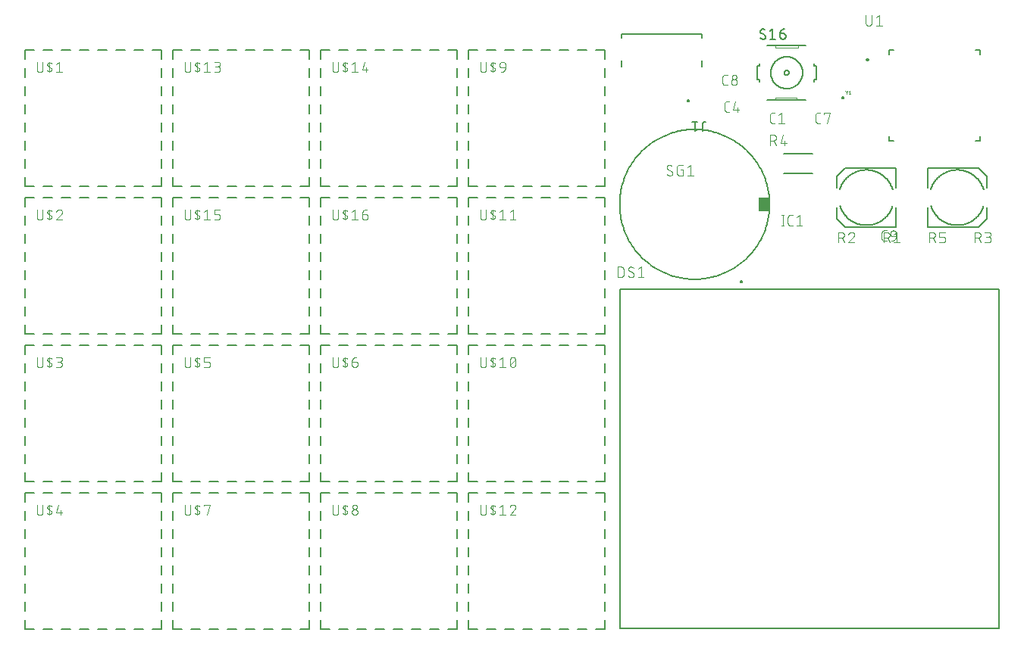
<source format=gbr>
G04 EAGLE Gerber RS-274X export*
G75*
%MOMM*%
%FSLAX34Y34*%
%LPD*%
%INSilkscreen Top*%
%IPPOS*%
%AMOC8*
5,1,8,0,0,1.08239X$1,22.5*%
G01*
%ADD10C,0.101600*%
%ADD11C,0.203200*%
%ADD12C,0.127000*%
%ADD13C,0.200000*%
%ADD14C,0.152400*%
%ADD15C,0.050800*%
%ADD16R,1.175000X1.600000*%
%ADD17C,0.025400*%
%ADD18C,0.177800*%


D10*
X901051Y578358D02*
X898454Y578358D01*
X898355Y578360D01*
X898255Y578366D01*
X898156Y578375D01*
X898058Y578388D01*
X897960Y578405D01*
X897862Y578426D01*
X897766Y578451D01*
X897671Y578479D01*
X897577Y578511D01*
X897484Y578546D01*
X897392Y578585D01*
X897302Y578628D01*
X897214Y578673D01*
X897127Y578723D01*
X897043Y578775D01*
X896960Y578831D01*
X896880Y578889D01*
X896802Y578951D01*
X896727Y579016D01*
X896654Y579084D01*
X896584Y579154D01*
X896516Y579227D01*
X896451Y579302D01*
X896389Y579380D01*
X896331Y579460D01*
X896275Y579543D01*
X896223Y579627D01*
X896173Y579714D01*
X896128Y579802D01*
X896085Y579892D01*
X896046Y579984D01*
X896011Y580077D01*
X895979Y580171D01*
X895951Y580266D01*
X895926Y580362D01*
X895905Y580460D01*
X895888Y580558D01*
X895875Y580656D01*
X895866Y580755D01*
X895860Y580855D01*
X895858Y580954D01*
X895858Y587446D01*
X895860Y587545D01*
X895866Y587645D01*
X895875Y587744D01*
X895888Y587842D01*
X895905Y587940D01*
X895926Y588038D01*
X895951Y588134D01*
X895979Y588229D01*
X896011Y588323D01*
X896046Y588416D01*
X896085Y588508D01*
X896128Y588598D01*
X896173Y588686D01*
X896223Y588773D01*
X896275Y588857D01*
X896331Y588940D01*
X896389Y589020D01*
X896451Y589098D01*
X896516Y589173D01*
X896584Y589246D01*
X896654Y589316D01*
X896727Y589384D01*
X896802Y589449D01*
X896880Y589511D01*
X896960Y589569D01*
X897043Y589625D01*
X897127Y589677D01*
X897214Y589727D01*
X897302Y589772D01*
X897392Y589815D01*
X897484Y589854D01*
X897576Y589889D01*
X897671Y589921D01*
X897766Y589949D01*
X897862Y589974D01*
X897960Y589995D01*
X898058Y590012D01*
X898156Y590025D01*
X898255Y590034D01*
X898355Y590040D01*
X898454Y590042D01*
X901051Y590042D01*
X905416Y587446D02*
X908662Y590042D01*
X908662Y578358D01*
X911907Y578358D02*
X905416Y578358D01*
X850251Y591058D02*
X847654Y591058D01*
X847555Y591060D01*
X847455Y591066D01*
X847356Y591075D01*
X847258Y591088D01*
X847160Y591105D01*
X847062Y591126D01*
X846966Y591151D01*
X846871Y591179D01*
X846777Y591211D01*
X846684Y591246D01*
X846592Y591285D01*
X846502Y591328D01*
X846414Y591373D01*
X846327Y591423D01*
X846243Y591475D01*
X846160Y591531D01*
X846080Y591589D01*
X846002Y591651D01*
X845927Y591716D01*
X845854Y591784D01*
X845784Y591854D01*
X845716Y591927D01*
X845651Y592002D01*
X845589Y592080D01*
X845531Y592160D01*
X845475Y592243D01*
X845423Y592327D01*
X845373Y592414D01*
X845328Y592502D01*
X845285Y592592D01*
X845246Y592684D01*
X845211Y592777D01*
X845179Y592871D01*
X845151Y592966D01*
X845126Y593062D01*
X845105Y593160D01*
X845088Y593258D01*
X845075Y593356D01*
X845066Y593455D01*
X845060Y593555D01*
X845058Y593654D01*
X845058Y600146D01*
X845060Y600245D01*
X845066Y600345D01*
X845075Y600444D01*
X845088Y600542D01*
X845105Y600640D01*
X845126Y600738D01*
X845151Y600834D01*
X845179Y600929D01*
X845211Y601023D01*
X845246Y601116D01*
X845285Y601208D01*
X845328Y601298D01*
X845373Y601386D01*
X845423Y601473D01*
X845475Y601557D01*
X845531Y601640D01*
X845589Y601720D01*
X845651Y601798D01*
X845716Y601873D01*
X845784Y601946D01*
X845854Y602016D01*
X845927Y602084D01*
X846002Y602149D01*
X846080Y602211D01*
X846160Y602269D01*
X846243Y602325D01*
X846327Y602377D01*
X846414Y602427D01*
X846502Y602472D01*
X846592Y602515D01*
X846684Y602554D01*
X846776Y602589D01*
X846871Y602621D01*
X846966Y602649D01*
X847062Y602674D01*
X847160Y602695D01*
X847258Y602712D01*
X847356Y602725D01*
X847455Y602734D01*
X847555Y602740D01*
X847654Y602742D01*
X850251Y602742D01*
X857213Y602742D02*
X854616Y593654D01*
X861107Y593654D01*
X859160Y596251D02*
X859160Y591058D01*
X949254Y578358D02*
X951851Y578358D01*
X949254Y578358D02*
X949155Y578360D01*
X949055Y578366D01*
X948956Y578375D01*
X948858Y578388D01*
X948760Y578405D01*
X948662Y578426D01*
X948566Y578451D01*
X948471Y578479D01*
X948377Y578511D01*
X948284Y578546D01*
X948192Y578585D01*
X948102Y578628D01*
X948014Y578673D01*
X947927Y578723D01*
X947843Y578775D01*
X947760Y578831D01*
X947680Y578889D01*
X947602Y578951D01*
X947527Y579016D01*
X947454Y579084D01*
X947384Y579154D01*
X947316Y579227D01*
X947251Y579302D01*
X947189Y579380D01*
X947131Y579460D01*
X947075Y579543D01*
X947023Y579627D01*
X946973Y579714D01*
X946928Y579802D01*
X946885Y579892D01*
X946846Y579984D01*
X946811Y580077D01*
X946779Y580171D01*
X946751Y580266D01*
X946726Y580362D01*
X946705Y580460D01*
X946688Y580558D01*
X946675Y580656D01*
X946666Y580755D01*
X946660Y580855D01*
X946658Y580954D01*
X946658Y587446D01*
X946660Y587545D01*
X946666Y587645D01*
X946675Y587744D01*
X946688Y587842D01*
X946705Y587940D01*
X946726Y588038D01*
X946751Y588134D01*
X946779Y588229D01*
X946811Y588323D01*
X946846Y588416D01*
X946885Y588508D01*
X946928Y588598D01*
X946973Y588686D01*
X947023Y588773D01*
X947075Y588857D01*
X947131Y588940D01*
X947189Y589020D01*
X947251Y589098D01*
X947316Y589173D01*
X947384Y589246D01*
X947454Y589316D01*
X947527Y589384D01*
X947602Y589449D01*
X947680Y589511D01*
X947760Y589569D01*
X947843Y589625D01*
X947927Y589677D01*
X948014Y589727D01*
X948102Y589772D01*
X948192Y589815D01*
X948284Y589854D01*
X948376Y589889D01*
X948471Y589921D01*
X948566Y589949D01*
X948662Y589974D01*
X948760Y589995D01*
X948858Y590012D01*
X948956Y590025D01*
X949055Y590034D01*
X949155Y590040D01*
X949254Y590042D01*
X951851Y590042D01*
X956216Y590042D02*
X956216Y588744D01*
X956216Y590042D02*
X962707Y590042D01*
X959462Y578358D01*
D11*
X1071900Y462300D02*
X1128900Y462300D01*
X1071900Y462300D02*
X1071900Y484300D01*
X1071900Y506300D02*
X1071900Y528300D01*
X1128900Y528300D01*
X1137900Y519300D02*
X1137900Y506300D01*
X1137900Y484300D02*
X1137900Y471300D01*
X1128900Y462300D01*
X1137900Y519300D02*
X1128900Y528300D01*
X1134399Y485800D02*
X1134159Y485086D01*
X1133902Y484378D01*
X1133627Y483677D01*
X1133335Y482982D01*
X1133027Y482295D01*
X1132702Y481616D01*
X1132360Y480944D01*
X1132002Y480282D01*
X1131628Y479628D01*
X1131239Y478983D01*
X1130833Y478348D01*
X1130413Y477723D01*
X1129977Y477109D01*
X1129526Y476505D01*
X1129061Y475913D01*
X1128582Y475332D01*
X1128088Y474763D01*
X1127581Y474206D01*
X1127060Y473661D01*
X1126527Y473130D01*
X1125980Y472611D01*
X1125421Y472107D01*
X1124850Y471615D01*
X1124267Y471138D01*
X1123673Y470676D01*
X1123067Y470227D01*
X1122451Y469794D01*
X1121825Y469376D01*
X1121188Y468973D01*
X1120542Y468586D01*
X1119887Y468215D01*
X1119222Y467860D01*
X1118550Y467521D01*
X1117869Y467199D01*
X1117180Y466893D01*
X1116485Y466604D01*
X1115782Y466332D01*
X1115073Y466078D01*
X1114358Y465840D01*
X1113638Y465621D01*
X1112912Y465418D01*
X1112182Y465234D01*
X1111447Y465067D01*
X1110709Y464919D01*
X1109967Y464788D01*
X1109222Y464676D01*
X1108475Y464581D01*
X1107725Y464505D01*
X1106974Y464448D01*
X1106222Y464408D01*
X1105469Y464387D01*
X1104716Y464384D01*
X1103963Y464400D01*
X1103210Y464434D01*
X1102459Y464486D01*
X1101709Y464556D01*
X1100961Y464645D01*
X1100215Y464752D01*
X1099473Y464877D01*
X1098733Y465020D01*
X1097997Y465181D01*
X1097266Y465360D01*
X1096538Y465557D01*
X1095816Y465772D01*
X1095100Y466004D01*
X1094389Y466253D01*
X1093684Y466520D01*
X1092987Y466803D01*
X1092296Y467104D01*
X1091613Y467421D01*
X1090938Y467755D01*
X1090271Y468105D01*
X1089613Y468472D01*
X1088964Y468854D01*
X1088324Y469252D01*
X1087694Y469665D01*
X1087075Y470094D01*
X1086466Y470538D01*
X1085868Y470996D01*
X1085282Y471469D01*
X1084707Y471956D01*
X1084145Y472456D01*
X1083594Y472971D01*
X1083057Y473498D01*
X1082532Y474039D01*
X1082021Y474592D01*
X1081523Y475157D01*
X1081039Y475735D01*
X1080570Y476324D01*
X1080115Y476924D01*
X1079674Y477535D01*
X1079249Y478157D01*
X1078839Y478789D01*
X1078445Y479430D01*
X1078066Y480082D01*
X1077703Y480742D01*
X1077357Y481411D01*
X1077026Y482088D01*
X1076713Y482772D01*
X1076416Y483465D01*
X1076136Y484164D01*
X1075873Y484870D01*
X1075628Y485582D01*
X1075400Y486300D01*
X1075401Y504800D02*
X1075641Y505514D01*
X1075898Y506222D01*
X1076173Y506923D01*
X1076465Y507618D01*
X1076773Y508305D01*
X1077098Y508984D01*
X1077440Y509656D01*
X1077798Y510318D01*
X1078172Y510972D01*
X1078561Y511617D01*
X1078967Y512252D01*
X1079387Y512877D01*
X1079823Y513491D01*
X1080274Y514095D01*
X1080739Y514687D01*
X1081218Y515268D01*
X1081712Y515837D01*
X1082219Y516394D01*
X1082740Y516939D01*
X1083273Y517470D01*
X1083820Y517989D01*
X1084379Y518493D01*
X1084950Y518985D01*
X1085533Y519462D01*
X1086127Y519924D01*
X1086733Y520373D01*
X1087349Y520806D01*
X1087975Y521224D01*
X1088612Y521627D01*
X1089258Y522014D01*
X1089913Y522385D01*
X1090578Y522740D01*
X1091250Y523079D01*
X1091931Y523401D01*
X1092620Y523707D01*
X1093315Y523996D01*
X1094018Y524268D01*
X1094727Y524522D01*
X1095442Y524760D01*
X1096162Y524979D01*
X1096888Y525182D01*
X1097618Y525366D01*
X1098353Y525533D01*
X1099091Y525681D01*
X1099833Y525812D01*
X1100578Y525924D01*
X1101325Y526019D01*
X1102075Y526095D01*
X1102826Y526152D01*
X1103578Y526192D01*
X1104331Y526213D01*
X1105084Y526216D01*
X1105837Y526200D01*
X1106590Y526166D01*
X1107341Y526114D01*
X1108091Y526044D01*
X1108839Y525955D01*
X1109585Y525848D01*
X1110327Y525723D01*
X1111067Y525580D01*
X1111803Y525419D01*
X1112534Y525240D01*
X1113262Y525043D01*
X1113984Y524828D01*
X1114700Y524596D01*
X1115411Y524347D01*
X1116116Y524080D01*
X1116813Y523797D01*
X1117504Y523496D01*
X1118187Y523179D01*
X1118862Y522845D01*
X1119529Y522495D01*
X1120187Y522128D01*
X1120836Y521746D01*
X1121476Y521348D01*
X1122106Y520935D01*
X1122725Y520506D01*
X1123334Y520062D01*
X1123932Y519604D01*
X1124518Y519131D01*
X1125093Y518644D01*
X1125655Y518144D01*
X1126206Y517629D01*
X1126743Y517102D01*
X1127268Y516561D01*
X1127779Y516008D01*
X1128277Y515443D01*
X1128761Y514865D01*
X1129230Y514276D01*
X1129685Y513676D01*
X1130126Y513065D01*
X1130551Y512443D01*
X1130961Y511811D01*
X1131355Y511170D01*
X1131734Y510518D01*
X1132097Y509858D01*
X1132443Y509189D01*
X1132774Y508512D01*
X1133087Y507828D01*
X1133384Y507135D01*
X1133664Y506436D01*
X1133927Y505730D01*
X1134172Y505018D01*
X1134400Y504300D01*
D10*
X848101Y621008D02*
X845504Y621008D01*
X845405Y621010D01*
X845305Y621016D01*
X845206Y621025D01*
X845108Y621038D01*
X845010Y621055D01*
X844912Y621076D01*
X844816Y621101D01*
X844721Y621129D01*
X844627Y621161D01*
X844534Y621196D01*
X844442Y621235D01*
X844352Y621278D01*
X844264Y621323D01*
X844177Y621373D01*
X844093Y621425D01*
X844010Y621481D01*
X843930Y621539D01*
X843852Y621601D01*
X843777Y621666D01*
X843704Y621734D01*
X843634Y621804D01*
X843566Y621877D01*
X843501Y621952D01*
X843439Y622030D01*
X843381Y622110D01*
X843325Y622193D01*
X843273Y622277D01*
X843223Y622364D01*
X843178Y622452D01*
X843135Y622542D01*
X843096Y622634D01*
X843061Y622727D01*
X843029Y622821D01*
X843001Y622916D01*
X842976Y623012D01*
X842955Y623110D01*
X842938Y623208D01*
X842925Y623306D01*
X842916Y623405D01*
X842910Y623505D01*
X842908Y623604D01*
X842908Y630096D01*
X842910Y630195D01*
X842916Y630295D01*
X842925Y630394D01*
X842938Y630492D01*
X842955Y630590D01*
X842976Y630688D01*
X843001Y630784D01*
X843029Y630879D01*
X843061Y630973D01*
X843096Y631066D01*
X843135Y631158D01*
X843178Y631248D01*
X843223Y631336D01*
X843273Y631423D01*
X843325Y631507D01*
X843381Y631590D01*
X843439Y631670D01*
X843501Y631748D01*
X843566Y631823D01*
X843634Y631896D01*
X843704Y631966D01*
X843777Y632034D01*
X843852Y632099D01*
X843930Y632161D01*
X844010Y632219D01*
X844093Y632275D01*
X844177Y632327D01*
X844264Y632377D01*
X844352Y632422D01*
X844442Y632465D01*
X844534Y632504D01*
X844626Y632539D01*
X844721Y632571D01*
X844816Y632599D01*
X844912Y632624D01*
X845010Y632645D01*
X845108Y632662D01*
X845206Y632675D01*
X845305Y632684D01*
X845405Y632690D01*
X845504Y632692D01*
X848101Y632692D01*
X852466Y624254D02*
X852468Y624367D01*
X852474Y624480D01*
X852484Y624593D01*
X852498Y624706D01*
X852515Y624818D01*
X852537Y624929D01*
X852562Y625039D01*
X852592Y625149D01*
X852625Y625257D01*
X852662Y625364D01*
X852702Y625470D01*
X852747Y625574D01*
X852795Y625677D01*
X852846Y625778D01*
X852901Y625877D01*
X852959Y625974D01*
X853021Y626069D01*
X853086Y626162D01*
X853154Y626252D01*
X853225Y626340D01*
X853300Y626426D01*
X853377Y626509D01*
X853457Y626589D01*
X853540Y626666D01*
X853626Y626741D01*
X853714Y626812D01*
X853804Y626880D01*
X853897Y626945D01*
X853992Y627007D01*
X854089Y627065D01*
X854188Y627120D01*
X854289Y627171D01*
X854392Y627219D01*
X854496Y627264D01*
X854602Y627304D01*
X854709Y627341D01*
X854817Y627374D01*
X854927Y627404D01*
X855037Y627429D01*
X855148Y627451D01*
X855260Y627468D01*
X855373Y627482D01*
X855486Y627492D01*
X855599Y627498D01*
X855712Y627500D01*
X855825Y627498D01*
X855938Y627492D01*
X856051Y627482D01*
X856164Y627468D01*
X856276Y627451D01*
X856387Y627429D01*
X856497Y627404D01*
X856607Y627374D01*
X856715Y627341D01*
X856822Y627304D01*
X856928Y627264D01*
X857032Y627219D01*
X857135Y627171D01*
X857236Y627120D01*
X857335Y627065D01*
X857432Y627007D01*
X857527Y626945D01*
X857620Y626880D01*
X857710Y626812D01*
X857798Y626741D01*
X857884Y626666D01*
X857967Y626589D01*
X858047Y626509D01*
X858124Y626426D01*
X858199Y626340D01*
X858270Y626252D01*
X858338Y626162D01*
X858403Y626069D01*
X858465Y625974D01*
X858523Y625877D01*
X858578Y625778D01*
X858629Y625677D01*
X858677Y625574D01*
X858722Y625470D01*
X858762Y625364D01*
X858799Y625257D01*
X858832Y625149D01*
X858862Y625039D01*
X858887Y624929D01*
X858909Y624818D01*
X858926Y624706D01*
X858940Y624593D01*
X858950Y624480D01*
X858956Y624367D01*
X858958Y624254D01*
X858956Y624141D01*
X858950Y624028D01*
X858940Y623915D01*
X858926Y623802D01*
X858909Y623690D01*
X858887Y623579D01*
X858862Y623469D01*
X858832Y623359D01*
X858799Y623251D01*
X858762Y623144D01*
X858722Y623038D01*
X858677Y622934D01*
X858629Y622831D01*
X858578Y622730D01*
X858523Y622631D01*
X858465Y622534D01*
X858403Y622439D01*
X858338Y622346D01*
X858270Y622256D01*
X858199Y622168D01*
X858124Y622082D01*
X858047Y621999D01*
X857967Y621919D01*
X857884Y621842D01*
X857798Y621767D01*
X857710Y621696D01*
X857620Y621628D01*
X857527Y621563D01*
X857432Y621501D01*
X857335Y621443D01*
X857236Y621388D01*
X857135Y621337D01*
X857032Y621289D01*
X856928Y621244D01*
X856822Y621204D01*
X856715Y621167D01*
X856607Y621134D01*
X856497Y621104D01*
X856387Y621079D01*
X856276Y621057D01*
X856164Y621040D01*
X856051Y621026D01*
X855938Y621016D01*
X855825Y621010D01*
X855712Y621008D01*
X855599Y621010D01*
X855486Y621016D01*
X855373Y621026D01*
X855260Y621040D01*
X855148Y621057D01*
X855037Y621079D01*
X854927Y621104D01*
X854817Y621134D01*
X854709Y621167D01*
X854602Y621204D01*
X854496Y621244D01*
X854392Y621289D01*
X854289Y621337D01*
X854188Y621388D01*
X854089Y621443D01*
X853992Y621501D01*
X853897Y621563D01*
X853804Y621628D01*
X853714Y621696D01*
X853626Y621767D01*
X853540Y621842D01*
X853457Y621919D01*
X853377Y621999D01*
X853300Y622082D01*
X853225Y622168D01*
X853154Y622256D01*
X853086Y622346D01*
X853021Y622439D01*
X852959Y622534D01*
X852901Y622631D01*
X852846Y622730D01*
X852795Y622831D01*
X852747Y622934D01*
X852702Y623038D01*
X852662Y623144D01*
X852625Y623251D01*
X852592Y623359D01*
X852562Y623469D01*
X852537Y623579D01*
X852515Y623690D01*
X852498Y623802D01*
X852484Y623915D01*
X852474Y624028D01*
X852468Y624141D01*
X852466Y624254D01*
X853116Y630096D02*
X853118Y630197D01*
X853124Y630297D01*
X853134Y630397D01*
X853147Y630497D01*
X853165Y630596D01*
X853186Y630695D01*
X853211Y630792D01*
X853240Y630889D01*
X853273Y630984D01*
X853309Y631078D01*
X853349Y631170D01*
X853392Y631261D01*
X853439Y631350D01*
X853489Y631437D01*
X853543Y631523D01*
X853600Y631606D01*
X853660Y631686D01*
X853723Y631765D01*
X853790Y631841D01*
X853859Y631914D01*
X853931Y631984D01*
X854005Y632052D01*
X854082Y632117D01*
X854162Y632178D01*
X854244Y632237D01*
X854328Y632292D01*
X854414Y632344D01*
X854502Y632393D01*
X854592Y632438D01*
X854684Y632480D01*
X854777Y632518D01*
X854872Y632552D01*
X854967Y632583D01*
X855064Y632610D01*
X855162Y632633D01*
X855261Y632653D01*
X855361Y632668D01*
X855461Y632680D01*
X855561Y632688D01*
X855662Y632692D01*
X855762Y632692D01*
X855863Y632688D01*
X855963Y632680D01*
X856063Y632668D01*
X856163Y632653D01*
X856262Y632633D01*
X856360Y632610D01*
X856457Y632583D01*
X856552Y632552D01*
X856647Y632518D01*
X856740Y632480D01*
X856832Y632438D01*
X856922Y632393D01*
X857010Y632344D01*
X857096Y632292D01*
X857180Y632237D01*
X857262Y632178D01*
X857342Y632117D01*
X857419Y632052D01*
X857493Y631984D01*
X857565Y631914D01*
X857634Y631841D01*
X857701Y631765D01*
X857764Y631686D01*
X857824Y631606D01*
X857881Y631523D01*
X857935Y631437D01*
X857985Y631350D01*
X858032Y631261D01*
X858075Y631170D01*
X858115Y631078D01*
X858151Y630984D01*
X858184Y630889D01*
X858213Y630792D01*
X858238Y630695D01*
X858259Y630596D01*
X858277Y630497D01*
X858290Y630397D01*
X858300Y630297D01*
X858306Y630197D01*
X858308Y630096D01*
X858306Y629995D01*
X858300Y629895D01*
X858290Y629795D01*
X858277Y629695D01*
X858259Y629596D01*
X858238Y629497D01*
X858213Y629400D01*
X858184Y629303D01*
X858151Y629208D01*
X858115Y629114D01*
X858075Y629022D01*
X858032Y628931D01*
X857985Y628842D01*
X857935Y628755D01*
X857881Y628669D01*
X857824Y628586D01*
X857764Y628506D01*
X857701Y628427D01*
X857634Y628351D01*
X857565Y628278D01*
X857493Y628208D01*
X857419Y628140D01*
X857342Y628075D01*
X857262Y628014D01*
X857180Y627955D01*
X857096Y627900D01*
X857010Y627848D01*
X856922Y627799D01*
X856832Y627754D01*
X856740Y627712D01*
X856647Y627674D01*
X856552Y627640D01*
X856457Y627609D01*
X856360Y627582D01*
X856262Y627559D01*
X856163Y627539D01*
X856063Y627524D01*
X855963Y627512D01*
X855863Y627504D01*
X855762Y627500D01*
X855662Y627500D01*
X855561Y627504D01*
X855461Y627512D01*
X855361Y627524D01*
X855261Y627539D01*
X855162Y627559D01*
X855064Y627582D01*
X854967Y627609D01*
X854872Y627640D01*
X854777Y627674D01*
X854684Y627712D01*
X854592Y627754D01*
X854502Y627799D01*
X854414Y627848D01*
X854328Y627900D01*
X854244Y627955D01*
X854162Y628014D01*
X854082Y628075D01*
X854005Y628140D01*
X853931Y628208D01*
X853859Y628278D01*
X853790Y628351D01*
X853723Y628427D01*
X853660Y628506D01*
X853600Y628586D01*
X853543Y628669D01*
X853489Y628755D01*
X853439Y628842D01*
X853392Y628931D01*
X853349Y629022D01*
X853309Y629114D01*
X853273Y629208D01*
X853240Y629303D01*
X853211Y629400D01*
X853186Y629497D01*
X853165Y629596D01*
X853147Y629695D01*
X853134Y629795D01*
X853124Y629895D01*
X853118Y629995D01*
X853116Y630096D01*
D11*
X979300Y528300D02*
X1036300Y528300D01*
X1036300Y506300D01*
X1036300Y484300D02*
X1036300Y462300D01*
X979300Y462300D01*
X970300Y471300D02*
X970300Y484300D01*
X970300Y506300D02*
X970300Y519300D01*
X979300Y528300D01*
X970300Y471300D02*
X979300Y462300D01*
X973801Y504800D02*
X974041Y505514D01*
X974298Y506222D01*
X974573Y506923D01*
X974865Y507618D01*
X975173Y508305D01*
X975498Y508984D01*
X975840Y509656D01*
X976198Y510318D01*
X976572Y510972D01*
X976961Y511617D01*
X977367Y512252D01*
X977787Y512877D01*
X978223Y513491D01*
X978674Y514095D01*
X979139Y514687D01*
X979618Y515268D01*
X980112Y515837D01*
X980619Y516394D01*
X981140Y516939D01*
X981673Y517470D01*
X982220Y517989D01*
X982779Y518493D01*
X983350Y518985D01*
X983933Y519462D01*
X984527Y519924D01*
X985133Y520373D01*
X985749Y520806D01*
X986375Y521224D01*
X987012Y521627D01*
X987658Y522014D01*
X988313Y522385D01*
X988978Y522740D01*
X989650Y523079D01*
X990331Y523401D01*
X991020Y523707D01*
X991715Y523996D01*
X992418Y524268D01*
X993127Y524522D01*
X993842Y524760D01*
X994562Y524979D01*
X995288Y525182D01*
X996018Y525366D01*
X996753Y525533D01*
X997491Y525681D01*
X998233Y525812D01*
X998978Y525924D01*
X999725Y526019D01*
X1000475Y526095D01*
X1001226Y526152D01*
X1001978Y526192D01*
X1002731Y526213D01*
X1003484Y526216D01*
X1004237Y526200D01*
X1004990Y526166D01*
X1005741Y526114D01*
X1006491Y526044D01*
X1007239Y525955D01*
X1007985Y525848D01*
X1008727Y525723D01*
X1009467Y525580D01*
X1010203Y525419D01*
X1010934Y525240D01*
X1011662Y525043D01*
X1012384Y524828D01*
X1013100Y524596D01*
X1013811Y524347D01*
X1014516Y524080D01*
X1015213Y523797D01*
X1015904Y523496D01*
X1016587Y523179D01*
X1017262Y522845D01*
X1017929Y522495D01*
X1018587Y522128D01*
X1019236Y521746D01*
X1019876Y521348D01*
X1020506Y520935D01*
X1021125Y520506D01*
X1021734Y520062D01*
X1022332Y519604D01*
X1022918Y519131D01*
X1023493Y518644D01*
X1024055Y518144D01*
X1024606Y517629D01*
X1025143Y517102D01*
X1025668Y516561D01*
X1026179Y516008D01*
X1026677Y515443D01*
X1027161Y514865D01*
X1027630Y514276D01*
X1028085Y513676D01*
X1028526Y513065D01*
X1028951Y512443D01*
X1029361Y511811D01*
X1029755Y511170D01*
X1030134Y510518D01*
X1030497Y509858D01*
X1030843Y509189D01*
X1031174Y508512D01*
X1031487Y507828D01*
X1031784Y507135D01*
X1032064Y506436D01*
X1032327Y505730D01*
X1032572Y505018D01*
X1032800Y504300D01*
X1032799Y485800D02*
X1032559Y485086D01*
X1032302Y484378D01*
X1032027Y483677D01*
X1031735Y482982D01*
X1031427Y482295D01*
X1031102Y481616D01*
X1030760Y480944D01*
X1030402Y480282D01*
X1030028Y479628D01*
X1029639Y478983D01*
X1029233Y478348D01*
X1028813Y477723D01*
X1028377Y477109D01*
X1027926Y476505D01*
X1027461Y475913D01*
X1026982Y475332D01*
X1026488Y474763D01*
X1025981Y474206D01*
X1025460Y473661D01*
X1024927Y473130D01*
X1024380Y472611D01*
X1023821Y472107D01*
X1023250Y471615D01*
X1022667Y471138D01*
X1022073Y470676D01*
X1021467Y470227D01*
X1020851Y469794D01*
X1020225Y469376D01*
X1019588Y468973D01*
X1018942Y468586D01*
X1018287Y468215D01*
X1017622Y467860D01*
X1016950Y467521D01*
X1016269Y467199D01*
X1015580Y466893D01*
X1014885Y466604D01*
X1014182Y466332D01*
X1013473Y466078D01*
X1012758Y465840D01*
X1012038Y465621D01*
X1011312Y465418D01*
X1010582Y465234D01*
X1009847Y465067D01*
X1009109Y464919D01*
X1008367Y464788D01*
X1007622Y464676D01*
X1006875Y464581D01*
X1006125Y464505D01*
X1005374Y464448D01*
X1004622Y464408D01*
X1003869Y464387D01*
X1003116Y464384D01*
X1002363Y464400D01*
X1001610Y464434D01*
X1000859Y464486D01*
X1000109Y464556D01*
X999361Y464645D01*
X998615Y464752D01*
X997873Y464877D01*
X997133Y465020D01*
X996397Y465181D01*
X995666Y465360D01*
X994938Y465557D01*
X994216Y465772D01*
X993500Y466004D01*
X992789Y466253D01*
X992084Y466520D01*
X991387Y466803D01*
X990696Y467104D01*
X990013Y467421D01*
X989338Y467755D01*
X988671Y468105D01*
X988013Y468472D01*
X987364Y468854D01*
X986724Y469252D01*
X986094Y469665D01*
X985475Y470094D01*
X984866Y470538D01*
X984268Y470996D01*
X983682Y471469D01*
X983107Y471956D01*
X982545Y472456D01*
X981994Y472971D01*
X981457Y473498D01*
X980932Y474039D01*
X980421Y474592D01*
X979923Y475157D01*
X979439Y475735D01*
X978970Y476324D01*
X978515Y476924D01*
X978074Y477535D01*
X977649Y478157D01*
X977239Y478789D01*
X976845Y479430D01*
X976466Y480082D01*
X976103Y480742D01*
X975757Y481411D01*
X975426Y482088D01*
X975113Y482772D01*
X974816Y483465D01*
X974536Y484164D01*
X974273Y484870D01*
X974028Y485582D01*
X973800Y486300D01*
D10*
X1023239Y446808D02*
X1025836Y446808D01*
X1023239Y446808D02*
X1023140Y446810D01*
X1023040Y446816D01*
X1022941Y446825D01*
X1022843Y446838D01*
X1022745Y446855D01*
X1022647Y446876D01*
X1022551Y446901D01*
X1022456Y446929D01*
X1022362Y446961D01*
X1022269Y446996D01*
X1022177Y447035D01*
X1022087Y447078D01*
X1021999Y447123D01*
X1021912Y447173D01*
X1021828Y447225D01*
X1021745Y447281D01*
X1021665Y447339D01*
X1021587Y447401D01*
X1021512Y447466D01*
X1021439Y447534D01*
X1021369Y447604D01*
X1021301Y447677D01*
X1021236Y447752D01*
X1021174Y447830D01*
X1021116Y447910D01*
X1021060Y447993D01*
X1021008Y448077D01*
X1020958Y448164D01*
X1020913Y448252D01*
X1020870Y448342D01*
X1020831Y448434D01*
X1020796Y448527D01*
X1020764Y448621D01*
X1020736Y448716D01*
X1020711Y448812D01*
X1020690Y448910D01*
X1020673Y449008D01*
X1020660Y449106D01*
X1020651Y449205D01*
X1020645Y449305D01*
X1020643Y449404D01*
X1020643Y455896D01*
X1020645Y455995D01*
X1020651Y456095D01*
X1020660Y456194D01*
X1020673Y456292D01*
X1020690Y456390D01*
X1020711Y456488D01*
X1020736Y456584D01*
X1020764Y456679D01*
X1020796Y456773D01*
X1020831Y456866D01*
X1020870Y456958D01*
X1020913Y457048D01*
X1020958Y457136D01*
X1021008Y457223D01*
X1021060Y457307D01*
X1021116Y457390D01*
X1021174Y457470D01*
X1021236Y457548D01*
X1021301Y457623D01*
X1021369Y457696D01*
X1021439Y457766D01*
X1021512Y457834D01*
X1021587Y457899D01*
X1021665Y457961D01*
X1021745Y458019D01*
X1021828Y458075D01*
X1021912Y458127D01*
X1021999Y458177D01*
X1022087Y458222D01*
X1022177Y458265D01*
X1022269Y458304D01*
X1022361Y458339D01*
X1022456Y458371D01*
X1022551Y458399D01*
X1022647Y458424D01*
X1022745Y458445D01*
X1022843Y458462D01*
X1022941Y458475D01*
X1023040Y458484D01*
X1023140Y458490D01*
X1023239Y458492D01*
X1025836Y458492D01*
X1032797Y452001D02*
X1036692Y452001D01*
X1032797Y452001D02*
X1032698Y452003D01*
X1032598Y452009D01*
X1032499Y452018D01*
X1032401Y452031D01*
X1032303Y452048D01*
X1032205Y452069D01*
X1032109Y452094D01*
X1032014Y452122D01*
X1031920Y452154D01*
X1031827Y452189D01*
X1031735Y452228D01*
X1031645Y452271D01*
X1031557Y452316D01*
X1031470Y452366D01*
X1031386Y452418D01*
X1031303Y452474D01*
X1031223Y452532D01*
X1031145Y452594D01*
X1031070Y452659D01*
X1030997Y452727D01*
X1030927Y452797D01*
X1030859Y452870D01*
X1030794Y452945D01*
X1030732Y453023D01*
X1030674Y453103D01*
X1030618Y453186D01*
X1030566Y453270D01*
X1030516Y453357D01*
X1030471Y453445D01*
X1030428Y453535D01*
X1030389Y453627D01*
X1030354Y453720D01*
X1030322Y453814D01*
X1030294Y453909D01*
X1030269Y454005D01*
X1030248Y454103D01*
X1030231Y454201D01*
X1030218Y454299D01*
X1030209Y454398D01*
X1030203Y454498D01*
X1030201Y454597D01*
X1030201Y455246D01*
X1030200Y455246D02*
X1030202Y455359D01*
X1030208Y455472D01*
X1030218Y455585D01*
X1030232Y455698D01*
X1030249Y455810D01*
X1030271Y455921D01*
X1030296Y456031D01*
X1030326Y456141D01*
X1030359Y456249D01*
X1030396Y456356D01*
X1030436Y456462D01*
X1030481Y456566D01*
X1030529Y456669D01*
X1030580Y456770D01*
X1030635Y456869D01*
X1030693Y456966D01*
X1030755Y457061D01*
X1030820Y457154D01*
X1030888Y457244D01*
X1030959Y457332D01*
X1031034Y457418D01*
X1031111Y457501D01*
X1031191Y457581D01*
X1031274Y457658D01*
X1031360Y457733D01*
X1031448Y457804D01*
X1031538Y457872D01*
X1031631Y457937D01*
X1031726Y457999D01*
X1031823Y458057D01*
X1031922Y458112D01*
X1032023Y458163D01*
X1032126Y458211D01*
X1032230Y458256D01*
X1032336Y458296D01*
X1032443Y458333D01*
X1032551Y458366D01*
X1032661Y458396D01*
X1032771Y458421D01*
X1032882Y458443D01*
X1032994Y458460D01*
X1033107Y458474D01*
X1033220Y458484D01*
X1033333Y458490D01*
X1033446Y458492D01*
X1033559Y458490D01*
X1033672Y458484D01*
X1033785Y458474D01*
X1033898Y458460D01*
X1034010Y458443D01*
X1034121Y458421D01*
X1034231Y458396D01*
X1034341Y458366D01*
X1034449Y458333D01*
X1034556Y458296D01*
X1034662Y458256D01*
X1034766Y458211D01*
X1034869Y458163D01*
X1034970Y458112D01*
X1035069Y458057D01*
X1035166Y457999D01*
X1035261Y457937D01*
X1035354Y457872D01*
X1035444Y457804D01*
X1035532Y457733D01*
X1035618Y457658D01*
X1035701Y457581D01*
X1035781Y457501D01*
X1035858Y457418D01*
X1035933Y457332D01*
X1036004Y457244D01*
X1036072Y457154D01*
X1036137Y457061D01*
X1036199Y456966D01*
X1036257Y456869D01*
X1036312Y456770D01*
X1036363Y456669D01*
X1036411Y456566D01*
X1036456Y456462D01*
X1036496Y456356D01*
X1036533Y456249D01*
X1036566Y456141D01*
X1036596Y456031D01*
X1036621Y455921D01*
X1036643Y455810D01*
X1036660Y455698D01*
X1036674Y455585D01*
X1036684Y455472D01*
X1036690Y455359D01*
X1036692Y455246D01*
X1036692Y452001D01*
X1036690Y451858D01*
X1036684Y451715D01*
X1036674Y451572D01*
X1036660Y451430D01*
X1036643Y451288D01*
X1036621Y451146D01*
X1036596Y451005D01*
X1036566Y450865D01*
X1036533Y450726D01*
X1036496Y450588D01*
X1036455Y450451D01*
X1036411Y450315D01*
X1036362Y450180D01*
X1036310Y450047D01*
X1036255Y449915D01*
X1036195Y449785D01*
X1036132Y449656D01*
X1036066Y449529D01*
X1035996Y449404D01*
X1035923Y449282D01*
X1035846Y449161D01*
X1035766Y449042D01*
X1035683Y448926D01*
X1035597Y448811D01*
X1035508Y448700D01*
X1035415Y448590D01*
X1035320Y448484D01*
X1035221Y448380D01*
X1035120Y448279D01*
X1035016Y448180D01*
X1034910Y448085D01*
X1034800Y447992D01*
X1034689Y447903D01*
X1034574Y447817D01*
X1034458Y447734D01*
X1034339Y447654D01*
X1034218Y447577D01*
X1034096Y447504D01*
X1033971Y447434D01*
X1033844Y447368D01*
X1033715Y447305D01*
X1033585Y447245D01*
X1033453Y447190D01*
X1033320Y447138D01*
X1033185Y447089D01*
X1033049Y447045D01*
X1032912Y447004D01*
X1032774Y446967D01*
X1032635Y446934D01*
X1032495Y446904D01*
X1032354Y446879D01*
X1032212Y446857D01*
X1032070Y446840D01*
X1031928Y446826D01*
X1031785Y446816D01*
X1031642Y446810D01*
X1031499Y446808D01*
D12*
X1151800Y393200D02*
X727800Y393200D01*
X1151800Y393200D02*
X1151800Y13200D01*
X727800Y13200D01*
X727800Y393200D01*
D13*
X862600Y401140D02*
X862602Y401203D01*
X862608Y401265D01*
X862618Y401327D01*
X862631Y401389D01*
X862649Y401449D01*
X862670Y401508D01*
X862695Y401566D01*
X862724Y401622D01*
X862756Y401676D01*
X862791Y401728D01*
X862829Y401777D01*
X862871Y401825D01*
X862915Y401869D01*
X862963Y401911D01*
X863012Y401949D01*
X863064Y401984D01*
X863118Y402016D01*
X863174Y402045D01*
X863232Y402070D01*
X863291Y402091D01*
X863351Y402109D01*
X863413Y402122D01*
X863475Y402132D01*
X863537Y402138D01*
X863600Y402140D01*
X863663Y402138D01*
X863725Y402132D01*
X863787Y402122D01*
X863849Y402109D01*
X863909Y402091D01*
X863968Y402070D01*
X864026Y402045D01*
X864082Y402016D01*
X864136Y401984D01*
X864188Y401949D01*
X864237Y401911D01*
X864285Y401869D01*
X864329Y401825D01*
X864371Y401777D01*
X864409Y401728D01*
X864444Y401676D01*
X864476Y401622D01*
X864505Y401566D01*
X864530Y401508D01*
X864551Y401449D01*
X864569Y401389D01*
X864582Y401327D01*
X864592Y401265D01*
X864598Y401203D01*
X864600Y401140D01*
X864598Y401077D01*
X864592Y401015D01*
X864582Y400953D01*
X864569Y400891D01*
X864551Y400831D01*
X864530Y400772D01*
X864505Y400714D01*
X864476Y400658D01*
X864444Y400604D01*
X864409Y400552D01*
X864371Y400503D01*
X864329Y400455D01*
X864285Y400411D01*
X864237Y400369D01*
X864188Y400331D01*
X864136Y400296D01*
X864082Y400264D01*
X864026Y400235D01*
X863968Y400210D01*
X863909Y400189D01*
X863849Y400171D01*
X863787Y400158D01*
X863725Y400148D01*
X863663Y400142D01*
X863600Y400140D01*
X863537Y400142D01*
X863475Y400148D01*
X863413Y400158D01*
X863351Y400171D01*
X863291Y400189D01*
X863232Y400210D01*
X863174Y400235D01*
X863118Y400264D01*
X863064Y400296D01*
X863012Y400331D01*
X862963Y400369D01*
X862915Y400411D01*
X862871Y400455D01*
X862829Y400503D01*
X862791Y400552D01*
X862756Y400604D01*
X862724Y400658D01*
X862695Y400714D01*
X862670Y400772D01*
X862649Y400831D01*
X862631Y400891D01*
X862618Y400953D01*
X862608Y401015D01*
X862602Y401077D01*
X862600Y401140D01*
D10*
X725808Y406208D02*
X725808Y417892D01*
X729054Y417892D01*
X729167Y417890D01*
X729280Y417884D01*
X729393Y417874D01*
X729506Y417860D01*
X729618Y417843D01*
X729729Y417821D01*
X729839Y417796D01*
X729949Y417766D01*
X730057Y417733D01*
X730164Y417696D01*
X730270Y417656D01*
X730374Y417611D01*
X730477Y417563D01*
X730578Y417512D01*
X730677Y417457D01*
X730774Y417399D01*
X730869Y417337D01*
X730962Y417272D01*
X731052Y417204D01*
X731140Y417133D01*
X731226Y417058D01*
X731309Y416981D01*
X731389Y416901D01*
X731466Y416818D01*
X731541Y416732D01*
X731612Y416644D01*
X731680Y416554D01*
X731745Y416461D01*
X731807Y416366D01*
X731865Y416269D01*
X731920Y416170D01*
X731971Y416069D01*
X732019Y415966D01*
X732064Y415862D01*
X732104Y415756D01*
X732141Y415649D01*
X732174Y415541D01*
X732204Y415431D01*
X732229Y415321D01*
X732251Y415210D01*
X732268Y415098D01*
X732282Y414985D01*
X732292Y414872D01*
X732298Y414759D01*
X732300Y414646D01*
X732299Y414646D02*
X732299Y409454D01*
X732300Y409454D02*
X732298Y409341D01*
X732292Y409228D01*
X732282Y409115D01*
X732268Y409002D01*
X732251Y408890D01*
X732229Y408779D01*
X732204Y408669D01*
X732174Y408559D01*
X732141Y408451D01*
X732104Y408344D01*
X732064Y408238D01*
X732019Y408134D01*
X731971Y408031D01*
X731920Y407930D01*
X731865Y407831D01*
X731807Y407734D01*
X731745Y407639D01*
X731680Y407546D01*
X731612Y407456D01*
X731541Y407368D01*
X731466Y407282D01*
X731389Y407199D01*
X731309Y407119D01*
X731226Y407042D01*
X731140Y406967D01*
X731052Y406896D01*
X730962Y406828D01*
X730869Y406763D01*
X730774Y406701D01*
X730677Y406643D01*
X730578Y406588D01*
X730477Y406537D01*
X730374Y406489D01*
X730270Y406444D01*
X730164Y406404D01*
X730057Y406367D01*
X729949Y406334D01*
X729839Y406304D01*
X729729Y406279D01*
X729618Y406257D01*
X729506Y406240D01*
X729393Y406226D01*
X729280Y406216D01*
X729167Y406210D01*
X729054Y406208D01*
X725808Y406208D01*
X741133Y406208D02*
X741232Y406210D01*
X741332Y406216D01*
X741431Y406225D01*
X741529Y406238D01*
X741627Y406255D01*
X741725Y406276D01*
X741821Y406301D01*
X741916Y406329D01*
X742010Y406361D01*
X742103Y406396D01*
X742195Y406435D01*
X742285Y406478D01*
X742373Y406523D01*
X742460Y406573D01*
X742544Y406625D01*
X742627Y406681D01*
X742707Y406739D01*
X742785Y406801D01*
X742860Y406866D01*
X742933Y406934D01*
X743003Y407004D01*
X743071Y407077D01*
X743136Y407152D01*
X743198Y407230D01*
X743256Y407310D01*
X743312Y407393D01*
X743364Y407477D01*
X743414Y407564D01*
X743459Y407652D01*
X743502Y407742D01*
X743541Y407834D01*
X743576Y407927D01*
X743608Y408021D01*
X743636Y408116D01*
X743661Y408212D01*
X743682Y408310D01*
X743699Y408408D01*
X743712Y408506D01*
X743721Y408605D01*
X743727Y408705D01*
X743729Y408804D01*
X741133Y406208D02*
X740989Y406210D01*
X740844Y406216D01*
X740700Y406225D01*
X740557Y406238D01*
X740413Y406255D01*
X740270Y406276D01*
X740128Y406301D01*
X739987Y406329D01*
X739846Y406361D01*
X739706Y406397D01*
X739567Y406436D01*
X739429Y406479D01*
X739293Y406526D01*
X739157Y406576D01*
X739023Y406630D01*
X738891Y406687D01*
X738760Y406748D01*
X738631Y406812D01*
X738503Y406880D01*
X738377Y406950D01*
X738253Y407025D01*
X738132Y407102D01*
X738012Y407183D01*
X737894Y407266D01*
X737779Y407353D01*
X737666Y407443D01*
X737555Y407536D01*
X737447Y407631D01*
X737341Y407730D01*
X737238Y407831D01*
X737563Y415296D02*
X737565Y415395D01*
X737571Y415495D01*
X737580Y415594D01*
X737593Y415692D01*
X737610Y415790D01*
X737631Y415888D01*
X737656Y415984D01*
X737684Y416079D01*
X737716Y416173D01*
X737751Y416266D01*
X737790Y416358D01*
X737833Y416448D01*
X737878Y416536D01*
X737928Y416623D01*
X737980Y416707D01*
X738036Y416790D01*
X738094Y416870D01*
X738156Y416948D01*
X738221Y417023D01*
X738289Y417096D01*
X738359Y417166D01*
X738432Y417234D01*
X738507Y417299D01*
X738585Y417361D01*
X738665Y417419D01*
X738748Y417475D01*
X738832Y417527D01*
X738919Y417577D01*
X739007Y417622D01*
X739097Y417665D01*
X739189Y417704D01*
X739282Y417739D01*
X739376Y417771D01*
X739471Y417799D01*
X739568Y417824D01*
X739665Y417845D01*
X739763Y417862D01*
X739861Y417875D01*
X739960Y417884D01*
X740060Y417890D01*
X740159Y417892D01*
X740295Y417890D01*
X740431Y417884D01*
X740567Y417875D01*
X740703Y417862D01*
X740838Y417844D01*
X740972Y417824D01*
X741106Y417799D01*
X741240Y417771D01*
X741372Y417738D01*
X741503Y417703D01*
X741634Y417663D01*
X741763Y417620D01*
X741891Y417574D01*
X742017Y417523D01*
X742143Y417470D01*
X742266Y417412D01*
X742388Y417352D01*
X742508Y417288D01*
X742627Y417220D01*
X742743Y417150D01*
X742857Y417076D01*
X742970Y416999D01*
X743080Y416918D01*
X738860Y413024D02*
X738774Y413077D01*
X738690Y413134D01*
X738608Y413193D01*
X738528Y413256D01*
X738451Y413322D01*
X738376Y413390D01*
X738304Y413462D01*
X738235Y413536D01*
X738169Y413613D01*
X738106Y413692D01*
X738046Y413774D01*
X737989Y413858D01*
X737935Y413944D01*
X737885Y414032D01*
X737838Y414122D01*
X737794Y414213D01*
X737755Y414307D01*
X737718Y414401D01*
X737686Y414497D01*
X737657Y414595D01*
X737632Y414693D01*
X737611Y414792D01*
X737593Y414892D01*
X737580Y414992D01*
X737570Y415093D01*
X737564Y415195D01*
X737562Y415296D01*
X742431Y411076D02*
X742517Y411023D01*
X742601Y410966D01*
X742683Y410907D01*
X742763Y410844D01*
X742840Y410778D01*
X742915Y410710D01*
X742987Y410638D01*
X743056Y410564D01*
X743122Y410487D01*
X743185Y410408D01*
X743245Y410326D01*
X743302Y410242D01*
X743356Y410156D01*
X743406Y410068D01*
X743453Y409978D01*
X743497Y409887D01*
X743536Y409793D01*
X743573Y409699D01*
X743605Y409603D01*
X743634Y409505D01*
X743659Y409407D01*
X743680Y409308D01*
X743698Y409208D01*
X743711Y409108D01*
X743721Y409007D01*
X743727Y408905D01*
X743729Y408804D01*
X742431Y411076D02*
X738861Y413024D01*
X748287Y415296D02*
X751532Y417892D01*
X751532Y406208D01*
X748287Y406208D02*
X754778Y406208D01*
X909835Y464081D02*
X909835Y475781D01*
X908535Y464081D02*
X911135Y464081D01*
X911135Y475781D02*
X908535Y475781D01*
X918307Y464081D02*
X920907Y464081D01*
X918307Y464081D02*
X918207Y464083D01*
X918108Y464089D01*
X918009Y464098D01*
X917910Y464111D01*
X917812Y464129D01*
X917715Y464149D01*
X917618Y464174D01*
X917523Y464202D01*
X917428Y464234D01*
X917335Y464269D01*
X917243Y464308D01*
X917153Y464351D01*
X917065Y464397D01*
X916978Y464446D01*
X916894Y464499D01*
X916811Y464554D01*
X916731Y464613D01*
X916653Y464675D01*
X916577Y464740D01*
X916504Y464808D01*
X916434Y464878D01*
X916366Y464951D01*
X916301Y465027D01*
X916239Y465105D01*
X916180Y465185D01*
X916125Y465268D01*
X916072Y465352D01*
X916023Y465439D01*
X915977Y465527D01*
X915934Y465617D01*
X915895Y465709D01*
X915860Y465802D01*
X915828Y465897D01*
X915800Y465992D01*
X915775Y466089D01*
X915755Y466186D01*
X915737Y466284D01*
X915724Y466383D01*
X915715Y466482D01*
X915709Y466581D01*
X915707Y466681D01*
X915707Y473181D01*
X915709Y473281D01*
X915715Y473380D01*
X915724Y473479D01*
X915737Y473578D01*
X915755Y473676D01*
X915775Y473773D01*
X915800Y473870D01*
X915828Y473965D01*
X915860Y474060D01*
X915895Y474153D01*
X915934Y474245D01*
X915977Y474335D01*
X916023Y474423D01*
X916072Y474510D01*
X916125Y474594D01*
X916180Y474677D01*
X916239Y474757D01*
X916301Y474835D01*
X916366Y474911D01*
X916434Y474984D01*
X916504Y475054D01*
X916577Y475122D01*
X916653Y475187D01*
X916731Y475249D01*
X916811Y475308D01*
X916894Y475363D01*
X916978Y475416D01*
X917065Y475465D01*
X917153Y475511D01*
X917243Y475554D01*
X917335Y475592D01*
X917428Y475628D01*
X917523Y475660D01*
X917618Y475688D01*
X917715Y475713D01*
X917812Y475733D01*
X917910Y475751D01*
X918009Y475764D01*
X918108Y475773D01*
X918207Y475779D01*
X918307Y475781D01*
X920907Y475781D01*
X925277Y473181D02*
X928527Y475781D01*
X928527Y464081D01*
X931776Y464081D02*
X925277Y464081D01*
X1022858Y456692D02*
X1022858Y445008D01*
X1022858Y456692D02*
X1026104Y456692D01*
X1026217Y456690D01*
X1026330Y456684D01*
X1026443Y456674D01*
X1026556Y456660D01*
X1026668Y456643D01*
X1026779Y456621D01*
X1026889Y456596D01*
X1026999Y456566D01*
X1027107Y456533D01*
X1027214Y456496D01*
X1027320Y456456D01*
X1027424Y456411D01*
X1027527Y456363D01*
X1027628Y456312D01*
X1027727Y456257D01*
X1027824Y456199D01*
X1027919Y456137D01*
X1028012Y456072D01*
X1028102Y456004D01*
X1028190Y455933D01*
X1028276Y455858D01*
X1028359Y455781D01*
X1028439Y455701D01*
X1028516Y455618D01*
X1028591Y455532D01*
X1028662Y455444D01*
X1028730Y455354D01*
X1028795Y455261D01*
X1028857Y455166D01*
X1028915Y455069D01*
X1028970Y454970D01*
X1029021Y454869D01*
X1029069Y454766D01*
X1029114Y454662D01*
X1029154Y454556D01*
X1029191Y454449D01*
X1029224Y454341D01*
X1029254Y454231D01*
X1029279Y454121D01*
X1029301Y454010D01*
X1029318Y453898D01*
X1029332Y453785D01*
X1029342Y453672D01*
X1029348Y453559D01*
X1029350Y453446D01*
X1029348Y453333D01*
X1029342Y453220D01*
X1029332Y453107D01*
X1029318Y452994D01*
X1029301Y452882D01*
X1029279Y452771D01*
X1029254Y452661D01*
X1029224Y452551D01*
X1029191Y452443D01*
X1029154Y452336D01*
X1029114Y452230D01*
X1029069Y452126D01*
X1029021Y452023D01*
X1028970Y451922D01*
X1028915Y451823D01*
X1028857Y451726D01*
X1028795Y451631D01*
X1028730Y451538D01*
X1028662Y451448D01*
X1028591Y451360D01*
X1028516Y451274D01*
X1028439Y451191D01*
X1028359Y451111D01*
X1028276Y451034D01*
X1028190Y450959D01*
X1028102Y450888D01*
X1028012Y450820D01*
X1027919Y450755D01*
X1027824Y450693D01*
X1027727Y450635D01*
X1027628Y450580D01*
X1027527Y450529D01*
X1027424Y450481D01*
X1027320Y450436D01*
X1027214Y450396D01*
X1027107Y450359D01*
X1026999Y450326D01*
X1026889Y450296D01*
X1026779Y450271D01*
X1026668Y450249D01*
X1026556Y450232D01*
X1026443Y450218D01*
X1026330Y450208D01*
X1026217Y450202D01*
X1026104Y450200D01*
X1026104Y450201D02*
X1022858Y450201D01*
X1026753Y450201D02*
X1029349Y445008D01*
X1034214Y454096D02*
X1037460Y456692D01*
X1037460Y445008D01*
X1040705Y445008D02*
X1034214Y445008D01*
X972058Y445008D02*
X972058Y456692D01*
X975304Y456692D01*
X975417Y456690D01*
X975530Y456684D01*
X975643Y456674D01*
X975756Y456660D01*
X975868Y456643D01*
X975979Y456621D01*
X976089Y456596D01*
X976199Y456566D01*
X976307Y456533D01*
X976414Y456496D01*
X976520Y456456D01*
X976624Y456411D01*
X976727Y456363D01*
X976828Y456312D01*
X976927Y456257D01*
X977024Y456199D01*
X977119Y456137D01*
X977212Y456072D01*
X977302Y456004D01*
X977390Y455933D01*
X977476Y455858D01*
X977559Y455781D01*
X977639Y455701D01*
X977716Y455618D01*
X977791Y455532D01*
X977862Y455444D01*
X977930Y455354D01*
X977995Y455261D01*
X978057Y455166D01*
X978115Y455069D01*
X978170Y454970D01*
X978221Y454869D01*
X978269Y454766D01*
X978314Y454662D01*
X978354Y454556D01*
X978391Y454449D01*
X978424Y454341D01*
X978454Y454231D01*
X978479Y454121D01*
X978501Y454010D01*
X978518Y453898D01*
X978532Y453785D01*
X978542Y453672D01*
X978548Y453559D01*
X978550Y453446D01*
X978548Y453333D01*
X978542Y453220D01*
X978532Y453107D01*
X978518Y452994D01*
X978501Y452882D01*
X978479Y452771D01*
X978454Y452661D01*
X978424Y452551D01*
X978391Y452443D01*
X978354Y452336D01*
X978314Y452230D01*
X978269Y452126D01*
X978221Y452023D01*
X978170Y451922D01*
X978115Y451823D01*
X978057Y451726D01*
X977995Y451631D01*
X977930Y451538D01*
X977862Y451448D01*
X977791Y451360D01*
X977716Y451274D01*
X977639Y451191D01*
X977559Y451111D01*
X977476Y451034D01*
X977390Y450959D01*
X977302Y450888D01*
X977212Y450820D01*
X977119Y450755D01*
X977024Y450693D01*
X976927Y450635D01*
X976828Y450580D01*
X976727Y450529D01*
X976624Y450481D01*
X976520Y450436D01*
X976414Y450396D01*
X976307Y450359D01*
X976199Y450326D01*
X976089Y450296D01*
X975979Y450271D01*
X975868Y450249D01*
X975756Y450232D01*
X975643Y450218D01*
X975530Y450208D01*
X975417Y450202D01*
X975304Y450200D01*
X975304Y450201D02*
X972058Y450201D01*
X975953Y450201D02*
X978549Y445008D01*
X989905Y453771D02*
X989903Y453878D01*
X989897Y453984D01*
X989887Y454090D01*
X989874Y454196D01*
X989856Y454302D01*
X989835Y454406D01*
X989810Y454510D01*
X989781Y454613D01*
X989749Y454714D01*
X989712Y454814D01*
X989672Y454913D01*
X989629Y455011D01*
X989582Y455107D01*
X989531Y455201D01*
X989477Y455293D01*
X989420Y455383D01*
X989360Y455471D01*
X989296Y455556D01*
X989229Y455639D01*
X989159Y455720D01*
X989087Y455798D01*
X989011Y455874D01*
X988933Y455946D01*
X988852Y456016D01*
X988769Y456083D01*
X988684Y456147D01*
X988596Y456207D01*
X988506Y456264D01*
X988414Y456318D01*
X988320Y456369D01*
X988224Y456416D01*
X988126Y456459D01*
X988027Y456499D01*
X987927Y456536D01*
X987826Y456568D01*
X987723Y456597D01*
X987619Y456622D01*
X987515Y456643D01*
X987409Y456661D01*
X987303Y456674D01*
X987197Y456684D01*
X987091Y456690D01*
X986984Y456692D01*
X986863Y456690D01*
X986742Y456684D01*
X986622Y456674D01*
X986501Y456661D01*
X986382Y456643D01*
X986262Y456622D01*
X986144Y456597D01*
X986027Y456568D01*
X985910Y456535D01*
X985795Y456499D01*
X985681Y456458D01*
X985568Y456415D01*
X985456Y456367D01*
X985347Y456316D01*
X985239Y456261D01*
X985132Y456203D01*
X985028Y456142D01*
X984926Y456077D01*
X984826Y456009D01*
X984728Y455938D01*
X984632Y455864D01*
X984539Y455787D01*
X984449Y455706D01*
X984361Y455623D01*
X984276Y455537D01*
X984193Y455448D01*
X984114Y455357D01*
X984037Y455263D01*
X983964Y455167D01*
X983894Y455069D01*
X983827Y454968D01*
X983763Y454865D01*
X983703Y454760D01*
X983646Y454653D01*
X983592Y454545D01*
X983542Y454435D01*
X983496Y454323D01*
X983453Y454210D01*
X983414Y454095D01*
X988932Y451499D02*
X989011Y451576D01*
X989087Y451657D01*
X989160Y451740D01*
X989230Y451825D01*
X989297Y451913D01*
X989361Y452003D01*
X989421Y452095D01*
X989478Y452190D01*
X989532Y452286D01*
X989583Y452384D01*
X989630Y452484D01*
X989674Y452586D01*
X989714Y452689D01*
X989750Y452793D01*
X989782Y452899D01*
X989811Y453005D01*
X989836Y453113D01*
X989858Y453221D01*
X989875Y453331D01*
X989889Y453440D01*
X989898Y453550D01*
X989904Y453661D01*
X989906Y453771D01*
X988932Y451499D02*
X983414Y445008D01*
X989905Y445008D01*
X1124458Y445008D02*
X1124458Y456692D01*
X1127704Y456692D01*
X1127817Y456690D01*
X1127930Y456684D01*
X1128043Y456674D01*
X1128156Y456660D01*
X1128268Y456643D01*
X1128379Y456621D01*
X1128489Y456596D01*
X1128599Y456566D01*
X1128707Y456533D01*
X1128814Y456496D01*
X1128920Y456456D01*
X1129024Y456411D01*
X1129127Y456363D01*
X1129228Y456312D01*
X1129327Y456257D01*
X1129424Y456199D01*
X1129519Y456137D01*
X1129612Y456072D01*
X1129702Y456004D01*
X1129790Y455933D01*
X1129876Y455858D01*
X1129959Y455781D01*
X1130039Y455701D01*
X1130116Y455618D01*
X1130191Y455532D01*
X1130262Y455444D01*
X1130330Y455354D01*
X1130395Y455261D01*
X1130457Y455166D01*
X1130515Y455069D01*
X1130570Y454970D01*
X1130621Y454869D01*
X1130669Y454766D01*
X1130714Y454662D01*
X1130754Y454556D01*
X1130791Y454449D01*
X1130824Y454341D01*
X1130854Y454231D01*
X1130879Y454121D01*
X1130901Y454010D01*
X1130918Y453898D01*
X1130932Y453785D01*
X1130942Y453672D01*
X1130948Y453559D01*
X1130950Y453446D01*
X1130948Y453333D01*
X1130942Y453220D01*
X1130932Y453107D01*
X1130918Y452994D01*
X1130901Y452882D01*
X1130879Y452771D01*
X1130854Y452661D01*
X1130824Y452551D01*
X1130791Y452443D01*
X1130754Y452336D01*
X1130714Y452230D01*
X1130669Y452126D01*
X1130621Y452023D01*
X1130570Y451922D01*
X1130515Y451823D01*
X1130457Y451726D01*
X1130395Y451631D01*
X1130330Y451538D01*
X1130262Y451448D01*
X1130191Y451360D01*
X1130116Y451274D01*
X1130039Y451191D01*
X1129959Y451111D01*
X1129876Y451034D01*
X1129790Y450959D01*
X1129702Y450888D01*
X1129612Y450820D01*
X1129519Y450755D01*
X1129424Y450693D01*
X1129327Y450635D01*
X1129228Y450580D01*
X1129127Y450529D01*
X1129024Y450481D01*
X1128920Y450436D01*
X1128814Y450396D01*
X1128707Y450359D01*
X1128599Y450326D01*
X1128489Y450296D01*
X1128379Y450271D01*
X1128268Y450249D01*
X1128156Y450232D01*
X1128043Y450218D01*
X1127930Y450208D01*
X1127817Y450202D01*
X1127704Y450200D01*
X1127704Y450201D02*
X1124458Y450201D01*
X1128353Y450201D02*
X1130949Y445008D01*
X1135814Y445008D02*
X1139060Y445008D01*
X1139173Y445010D01*
X1139286Y445016D01*
X1139399Y445026D01*
X1139512Y445040D01*
X1139624Y445057D01*
X1139735Y445079D01*
X1139845Y445104D01*
X1139955Y445134D01*
X1140063Y445167D01*
X1140170Y445204D01*
X1140276Y445244D01*
X1140380Y445289D01*
X1140483Y445337D01*
X1140584Y445388D01*
X1140683Y445443D01*
X1140780Y445501D01*
X1140875Y445563D01*
X1140968Y445628D01*
X1141058Y445696D01*
X1141146Y445767D01*
X1141232Y445842D01*
X1141315Y445919D01*
X1141395Y445999D01*
X1141472Y446082D01*
X1141547Y446168D01*
X1141618Y446256D01*
X1141686Y446346D01*
X1141751Y446439D01*
X1141813Y446534D01*
X1141871Y446631D01*
X1141926Y446730D01*
X1141977Y446831D01*
X1142025Y446934D01*
X1142070Y447038D01*
X1142110Y447144D01*
X1142147Y447251D01*
X1142180Y447359D01*
X1142210Y447469D01*
X1142235Y447579D01*
X1142257Y447690D01*
X1142274Y447802D01*
X1142288Y447915D01*
X1142298Y448028D01*
X1142304Y448141D01*
X1142306Y448254D01*
X1142304Y448367D01*
X1142298Y448480D01*
X1142288Y448593D01*
X1142274Y448706D01*
X1142257Y448818D01*
X1142235Y448929D01*
X1142210Y449039D01*
X1142180Y449149D01*
X1142147Y449257D01*
X1142110Y449364D01*
X1142070Y449470D01*
X1142025Y449574D01*
X1141977Y449677D01*
X1141926Y449778D01*
X1141871Y449877D01*
X1141813Y449974D01*
X1141751Y450069D01*
X1141686Y450162D01*
X1141618Y450252D01*
X1141547Y450340D01*
X1141472Y450426D01*
X1141395Y450509D01*
X1141315Y450589D01*
X1141232Y450666D01*
X1141146Y450741D01*
X1141058Y450812D01*
X1140968Y450880D01*
X1140875Y450945D01*
X1140780Y451007D01*
X1140683Y451065D01*
X1140584Y451120D01*
X1140483Y451171D01*
X1140380Y451219D01*
X1140276Y451264D01*
X1140170Y451304D01*
X1140063Y451341D01*
X1139955Y451374D01*
X1139845Y451404D01*
X1139735Y451429D01*
X1139624Y451451D01*
X1139512Y451468D01*
X1139399Y451482D01*
X1139286Y451492D01*
X1139173Y451498D01*
X1139060Y451500D01*
X1139709Y456692D02*
X1135814Y456692D01*
X1139709Y456692D02*
X1139810Y456690D01*
X1139910Y456684D01*
X1140010Y456674D01*
X1140110Y456661D01*
X1140209Y456643D01*
X1140308Y456622D01*
X1140405Y456597D01*
X1140502Y456568D01*
X1140597Y456535D01*
X1140691Y456499D01*
X1140783Y456459D01*
X1140874Y456416D01*
X1140963Y456369D01*
X1141050Y456319D01*
X1141136Y456265D01*
X1141219Y456208D01*
X1141299Y456148D01*
X1141378Y456085D01*
X1141454Y456018D01*
X1141527Y455949D01*
X1141597Y455877D01*
X1141665Y455803D01*
X1141730Y455726D01*
X1141791Y455646D01*
X1141850Y455564D01*
X1141905Y455480D01*
X1141957Y455394D01*
X1142006Y455306D01*
X1142051Y455216D01*
X1142093Y455124D01*
X1142131Y455031D01*
X1142165Y454936D01*
X1142196Y454841D01*
X1142223Y454744D01*
X1142246Y454646D01*
X1142266Y454547D01*
X1142281Y454447D01*
X1142293Y454347D01*
X1142301Y454247D01*
X1142305Y454146D01*
X1142305Y454046D01*
X1142301Y453945D01*
X1142293Y453845D01*
X1142281Y453745D01*
X1142266Y453645D01*
X1142246Y453546D01*
X1142223Y453448D01*
X1142196Y453351D01*
X1142165Y453256D01*
X1142131Y453161D01*
X1142093Y453068D01*
X1142051Y452976D01*
X1142006Y452886D01*
X1141957Y452798D01*
X1141905Y452712D01*
X1141850Y452628D01*
X1141791Y452546D01*
X1141730Y452466D01*
X1141665Y452389D01*
X1141597Y452315D01*
X1141527Y452243D01*
X1141454Y452174D01*
X1141378Y452107D01*
X1141299Y452044D01*
X1141219Y451984D01*
X1141136Y451927D01*
X1141050Y451873D01*
X1140963Y451823D01*
X1140874Y451776D01*
X1140783Y451733D01*
X1140691Y451693D01*
X1140597Y451657D01*
X1140502Y451624D01*
X1140405Y451595D01*
X1140308Y451570D01*
X1140209Y451549D01*
X1140110Y451531D01*
X1140010Y451518D01*
X1139910Y451508D01*
X1139810Y451502D01*
X1139709Y451500D01*
X1139709Y451499D02*
X1137113Y451499D01*
D12*
X943400Y544300D02*
X910800Y544300D01*
X910800Y522500D02*
X943400Y522500D01*
D10*
X896235Y553923D02*
X896235Y565616D01*
X899483Y565616D01*
X899595Y565614D01*
X899707Y565608D01*
X899819Y565599D01*
X899930Y565585D01*
X900041Y565568D01*
X900151Y565547D01*
X900260Y565522D01*
X900369Y565493D01*
X900476Y565460D01*
X900582Y565424D01*
X900687Y565385D01*
X900790Y565341D01*
X900892Y565294D01*
X900992Y565244D01*
X901091Y565190D01*
X901187Y565133D01*
X901282Y565073D01*
X901374Y565009D01*
X901464Y564942D01*
X901552Y564872D01*
X901637Y564799D01*
X901719Y564723D01*
X901799Y564645D01*
X901877Y564563D01*
X901951Y564480D01*
X902022Y564393D01*
X902091Y564304D01*
X902156Y564213D01*
X902218Y564120D01*
X902277Y564024D01*
X902332Y563927D01*
X902385Y563828D01*
X902433Y563727D01*
X902478Y563624D01*
X902520Y563520D01*
X902558Y563414D01*
X902592Y563307D01*
X902623Y563200D01*
X902650Y563091D01*
X902673Y562981D01*
X902692Y562871D01*
X902707Y562760D01*
X902719Y562648D01*
X902727Y562536D01*
X902731Y562424D01*
X902731Y562312D01*
X902727Y562200D01*
X902719Y562088D01*
X902707Y561976D01*
X902692Y561865D01*
X902673Y561755D01*
X902650Y561645D01*
X902623Y561536D01*
X902592Y561429D01*
X902558Y561322D01*
X902520Y561216D01*
X902478Y561112D01*
X902433Y561009D01*
X902385Y560908D01*
X902332Y560809D01*
X902277Y560712D01*
X902218Y560616D01*
X902156Y560523D01*
X902091Y560432D01*
X902022Y560343D01*
X901951Y560256D01*
X901877Y560173D01*
X901799Y560091D01*
X901719Y560013D01*
X901637Y559937D01*
X901552Y559864D01*
X901464Y559794D01*
X901374Y559727D01*
X901282Y559663D01*
X901187Y559603D01*
X901091Y559546D01*
X900992Y559492D01*
X900892Y559442D01*
X900790Y559395D01*
X900687Y559351D01*
X900582Y559312D01*
X900476Y559276D01*
X900369Y559243D01*
X900260Y559214D01*
X900151Y559189D01*
X900041Y559168D01*
X899930Y559151D01*
X899819Y559137D01*
X899707Y559128D01*
X899595Y559122D01*
X899483Y559120D01*
X896235Y559120D01*
X900133Y559120D02*
X902731Y553923D01*
X907600Y556521D02*
X910198Y565616D01*
X907600Y556521D02*
X914096Y556521D01*
X912147Y553923D02*
X912147Y559120D01*
X1073658Y456692D02*
X1073658Y445008D01*
X1073658Y456692D02*
X1076904Y456692D01*
X1077017Y456690D01*
X1077130Y456684D01*
X1077243Y456674D01*
X1077356Y456660D01*
X1077468Y456643D01*
X1077579Y456621D01*
X1077689Y456596D01*
X1077799Y456566D01*
X1077907Y456533D01*
X1078014Y456496D01*
X1078120Y456456D01*
X1078224Y456411D01*
X1078327Y456363D01*
X1078428Y456312D01*
X1078527Y456257D01*
X1078624Y456199D01*
X1078719Y456137D01*
X1078812Y456072D01*
X1078902Y456004D01*
X1078990Y455933D01*
X1079076Y455858D01*
X1079159Y455781D01*
X1079239Y455701D01*
X1079316Y455618D01*
X1079391Y455532D01*
X1079462Y455444D01*
X1079530Y455354D01*
X1079595Y455261D01*
X1079657Y455166D01*
X1079715Y455069D01*
X1079770Y454970D01*
X1079821Y454869D01*
X1079869Y454766D01*
X1079914Y454662D01*
X1079954Y454556D01*
X1079991Y454449D01*
X1080024Y454341D01*
X1080054Y454231D01*
X1080079Y454121D01*
X1080101Y454010D01*
X1080118Y453898D01*
X1080132Y453785D01*
X1080142Y453672D01*
X1080148Y453559D01*
X1080150Y453446D01*
X1080148Y453333D01*
X1080142Y453220D01*
X1080132Y453107D01*
X1080118Y452994D01*
X1080101Y452882D01*
X1080079Y452771D01*
X1080054Y452661D01*
X1080024Y452551D01*
X1079991Y452443D01*
X1079954Y452336D01*
X1079914Y452230D01*
X1079869Y452126D01*
X1079821Y452023D01*
X1079770Y451922D01*
X1079715Y451823D01*
X1079657Y451726D01*
X1079595Y451631D01*
X1079530Y451538D01*
X1079462Y451448D01*
X1079391Y451360D01*
X1079316Y451274D01*
X1079239Y451191D01*
X1079159Y451111D01*
X1079076Y451034D01*
X1078990Y450959D01*
X1078902Y450888D01*
X1078812Y450820D01*
X1078719Y450755D01*
X1078624Y450693D01*
X1078527Y450635D01*
X1078428Y450580D01*
X1078327Y450529D01*
X1078224Y450481D01*
X1078120Y450436D01*
X1078014Y450396D01*
X1077907Y450359D01*
X1077799Y450326D01*
X1077689Y450296D01*
X1077579Y450271D01*
X1077468Y450249D01*
X1077356Y450232D01*
X1077243Y450218D01*
X1077130Y450208D01*
X1077017Y450202D01*
X1076904Y450200D01*
X1076904Y450201D02*
X1073658Y450201D01*
X1077553Y450201D02*
X1080149Y445008D01*
X1085014Y445008D02*
X1088909Y445008D01*
X1089008Y445010D01*
X1089108Y445016D01*
X1089207Y445025D01*
X1089305Y445038D01*
X1089403Y445055D01*
X1089501Y445076D01*
X1089597Y445101D01*
X1089692Y445129D01*
X1089786Y445161D01*
X1089879Y445196D01*
X1089971Y445235D01*
X1090061Y445278D01*
X1090149Y445323D01*
X1090236Y445373D01*
X1090320Y445425D01*
X1090403Y445481D01*
X1090483Y445539D01*
X1090561Y445601D01*
X1090636Y445666D01*
X1090709Y445734D01*
X1090779Y445804D01*
X1090847Y445877D01*
X1090912Y445952D01*
X1090974Y446030D01*
X1091032Y446110D01*
X1091088Y446193D01*
X1091140Y446277D01*
X1091190Y446364D01*
X1091235Y446452D01*
X1091278Y446542D01*
X1091317Y446634D01*
X1091352Y446727D01*
X1091384Y446821D01*
X1091412Y446916D01*
X1091437Y447012D01*
X1091458Y447110D01*
X1091475Y447208D01*
X1091488Y447306D01*
X1091497Y447405D01*
X1091503Y447505D01*
X1091505Y447604D01*
X1091505Y448903D01*
X1091503Y449002D01*
X1091497Y449102D01*
X1091488Y449201D01*
X1091475Y449299D01*
X1091458Y449397D01*
X1091437Y449495D01*
X1091412Y449591D01*
X1091384Y449686D01*
X1091352Y449780D01*
X1091317Y449873D01*
X1091278Y449965D01*
X1091235Y450055D01*
X1091190Y450143D01*
X1091140Y450230D01*
X1091088Y450314D01*
X1091032Y450397D01*
X1090974Y450477D01*
X1090912Y450555D01*
X1090847Y450630D01*
X1090779Y450703D01*
X1090709Y450773D01*
X1090636Y450841D01*
X1090561Y450906D01*
X1090483Y450968D01*
X1090403Y451026D01*
X1090320Y451082D01*
X1090236Y451134D01*
X1090149Y451184D01*
X1090061Y451229D01*
X1089971Y451272D01*
X1089879Y451311D01*
X1089786Y451346D01*
X1089692Y451378D01*
X1089597Y451406D01*
X1089501Y451431D01*
X1089403Y451452D01*
X1089305Y451469D01*
X1089207Y451482D01*
X1089108Y451491D01*
X1089008Y451497D01*
X1088909Y451499D01*
X1085014Y451499D01*
X1085014Y456692D01*
X1091505Y456692D01*
D14*
X947420Y627380D02*
X944880Y627380D01*
X947420Y627380D02*
X947420Y642620D01*
X944880Y642620D01*
X883920Y642620D02*
X881380Y642620D01*
X881380Y627380D01*
X883920Y627380D01*
D15*
X901700Y662940D02*
X901700Y665480D01*
X901700Y662940D02*
X927100Y662940D01*
X927100Y665480D01*
X925830Y607060D02*
X901700Y607060D01*
X925830Y607060D02*
X925830Y604520D01*
X901700Y604520D02*
X901700Y607060D01*
D14*
X901700Y604520D02*
X892810Y604520D01*
X927100Y665480D02*
X935990Y665480D01*
X927100Y665480D02*
X901700Y665480D01*
X892810Y665480D01*
X901700Y604520D02*
X925830Y604520D01*
X935990Y604520D01*
X944880Y624840D02*
X944880Y627380D01*
X944880Y642620D02*
X944880Y645160D01*
X883920Y627380D02*
X883920Y624840D01*
X883920Y642620D02*
X883920Y645160D01*
X896620Y635000D02*
X896625Y635436D01*
X896641Y635872D01*
X896668Y636308D01*
X896706Y636743D01*
X896754Y637176D01*
X896812Y637609D01*
X896882Y638040D01*
X896962Y638469D01*
X897052Y638896D01*
X897153Y639320D01*
X897264Y639742D01*
X897386Y640161D01*
X897517Y640577D01*
X897659Y640990D01*
X897811Y641399D01*
X897973Y641804D01*
X898145Y642205D01*
X898327Y642602D01*
X898518Y642994D01*
X898719Y643381D01*
X898930Y643764D01*
X899150Y644141D01*
X899379Y644512D01*
X899616Y644878D01*
X899863Y645238D01*
X900119Y645592D01*
X900383Y645939D01*
X900656Y646280D01*
X900937Y646613D01*
X901226Y646940D01*
X901523Y647260D01*
X901828Y647572D01*
X902140Y647877D01*
X902460Y648174D01*
X902787Y648463D01*
X903120Y648744D01*
X903461Y649017D01*
X903808Y649281D01*
X904162Y649537D01*
X904522Y649784D01*
X904888Y650021D01*
X905259Y650250D01*
X905636Y650470D01*
X906019Y650681D01*
X906406Y650882D01*
X906798Y651073D01*
X907195Y651255D01*
X907596Y651427D01*
X908001Y651589D01*
X908410Y651741D01*
X908823Y651883D01*
X909239Y652014D01*
X909658Y652136D01*
X910080Y652247D01*
X910504Y652348D01*
X910931Y652438D01*
X911360Y652518D01*
X911791Y652588D01*
X912224Y652646D01*
X912657Y652694D01*
X913092Y652732D01*
X913528Y652759D01*
X913964Y652775D01*
X914400Y652780D01*
X914836Y652775D01*
X915272Y652759D01*
X915708Y652732D01*
X916143Y652694D01*
X916576Y652646D01*
X917009Y652588D01*
X917440Y652518D01*
X917869Y652438D01*
X918296Y652348D01*
X918720Y652247D01*
X919142Y652136D01*
X919561Y652014D01*
X919977Y651883D01*
X920390Y651741D01*
X920799Y651589D01*
X921204Y651427D01*
X921605Y651255D01*
X922002Y651073D01*
X922394Y650882D01*
X922781Y650681D01*
X923164Y650470D01*
X923541Y650250D01*
X923912Y650021D01*
X924278Y649784D01*
X924638Y649537D01*
X924992Y649281D01*
X925339Y649017D01*
X925680Y648744D01*
X926013Y648463D01*
X926340Y648174D01*
X926660Y647877D01*
X926972Y647572D01*
X927277Y647260D01*
X927574Y646940D01*
X927863Y646613D01*
X928144Y646280D01*
X928417Y645939D01*
X928681Y645592D01*
X928937Y645238D01*
X929184Y644878D01*
X929421Y644512D01*
X929650Y644141D01*
X929870Y643764D01*
X930081Y643381D01*
X930282Y642994D01*
X930473Y642602D01*
X930655Y642205D01*
X930827Y641804D01*
X930989Y641399D01*
X931141Y640990D01*
X931283Y640577D01*
X931414Y640161D01*
X931536Y639742D01*
X931647Y639320D01*
X931748Y638896D01*
X931838Y638469D01*
X931918Y638040D01*
X931988Y637609D01*
X932046Y637176D01*
X932094Y636743D01*
X932132Y636308D01*
X932159Y635872D01*
X932175Y635436D01*
X932180Y635000D01*
X932175Y634564D01*
X932159Y634128D01*
X932132Y633692D01*
X932094Y633257D01*
X932046Y632824D01*
X931988Y632391D01*
X931918Y631960D01*
X931838Y631531D01*
X931748Y631104D01*
X931647Y630680D01*
X931536Y630258D01*
X931414Y629839D01*
X931283Y629423D01*
X931141Y629010D01*
X930989Y628601D01*
X930827Y628196D01*
X930655Y627795D01*
X930473Y627398D01*
X930282Y627006D01*
X930081Y626619D01*
X929870Y626236D01*
X929650Y625859D01*
X929421Y625488D01*
X929184Y625122D01*
X928937Y624762D01*
X928681Y624408D01*
X928417Y624061D01*
X928144Y623720D01*
X927863Y623387D01*
X927574Y623060D01*
X927277Y622740D01*
X926972Y622428D01*
X926660Y622123D01*
X926340Y621826D01*
X926013Y621537D01*
X925680Y621256D01*
X925339Y620983D01*
X924992Y620719D01*
X924638Y620463D01*
X924278Y620216D01*
X923912Y619979D01*
X923541Y619750D01*
X923164Y619530D01*
X922781Y619319D01*
X922394Y619118D01*
X922002Y618927D01*
X921605Y618745D01*
X921204Y618573D01*
X920799Y618411D01*
X920390Y618259D01*
X919977Y618117D01*
X919561Y617986D01*
X919142Y617864D01*
X918720Y617753D01*
X918296Y617652D01*
X917869Y617562D01*
X917440Y617482D01*
X917009Y617412D01*
X916576Y617354D01*
X916143Y617306D01*
X915708Y617268D01*
X915272Y617241D01*
X914836Y617225D01*
X914400Y617220D01*
X913964Y617225D01*
X913528Y617241D01*
X913092Y617268D01*
X912657Y617306D01*
X912224Y617354D01*
X911791Y617412D01*
X911360Y617482D01*
X910931Y617562D01*
X910504Y617652D01*
X910080Y617753D01*
X909658Y617864D01*
X909239Y617986D01*
X908823Y618117D01*
X908410Y618259D01*
X908001Y618411D01*
X907596Y618573D01*
X907195Y618745D01*
X906798Y618927D01*
X906406Y619118D01*
X906019Y619319D01*
X905636Y619530D01*
X905259Y619750D01*
X904888Y619979D01*
X904522Y620216D01*
X904162Y620463D01*
X903808Y620719D01*
X903461Y620983D01*
X903120Y621256D01*
X902787Y621537D01*
X902460Y621826D01*
X902140Y622123D01*
X901828Y622428D01*
X901523Y622740D01*
X901226Y623060D01*
X900937Y623387D01*
X900656Y623720D01*
X900383Y624061D01*
X900119Y624408D01*
X899863Y624762D01*
X899616Y625122D01*
X899379Y625488D01*
X899150Y625859D01*
X898930Y626236D01*
X898719Y626619D01*
X898518Y627006D01*
X898327Y627398D01*
X898145Y627795D01*
X897973Y628196D01*
X897811Y628601D01*
X897659Y629010D01*
X897517Y629423D01*
X897386Y629839D01*
X897264Y630258D01*
X897153Y630680D01*
X897052Y631104D01*
X896962Y631531D01*
X896882Y631960D01*
X896812Y632391D01*
X896754Y632824D01*
X896706Y633257D01*
X896668Y633692D01*
X896641Y634128D01*
X896625Y634564D01*
X896620Y635000D01*
X911860Y635000D02*
X911862Y635100D01*
X911868Y635201D01*
X911878Y635300D01*
X911892Y635400D01*
X911909Y635499D01*
X911931Y635597D01*
X911957Y635694D01*
X911986Y635790D01*
X912019Y635884D01*
X912056Y635978D01*
X912096Y636070D01*
X912140Y636160D01*
X912188Y636248D01*
X912239Y636335D01*
X912293Y636419D01*
X912351Y636501D01*
X912412Y636581D01*
X912476Y636658D01*
X912543Y636733D01*
X912613Y636805D01*
X912686Y636874D01*
X912761Y636940D01*
X912839Y637004D01*
X912919Y637064D01*
X913002Y637121D01*
X913087Y637174D01*
X913174Y637224D01*
X913263Y637271D01*
X913353Y637314D01*
X913445Y637354D01*
X913539Y637390D01*
X913634Y637422D01*
X913730Y637450D01*
X913828Y637475D01*
X913926Y637495D01*
X914025Y637512D01*
X914125Y637525D01*
X914224Y637534D01*
X914325Y637539D01*
X914425Y637540D01*
X914525Y637537D01*
X914626Y637530D01*
X914725Y637519D01*
X914825Y637504D01*
X914923Y637486D01*
X915021Y637463D01*
X915118Y637436D01*
X915213Y637406D01*
X915308Y637372D01*
X915401Y637334D01*
X915492Y637293D01*
X915582Y637248D01*
X915670Y637200D01*
X915756Y637148D01*
X915840Y637093D01*
X915921Y637034D01*
X916000Y636972D01*
X916077Y636908D01*
X916151Y636840D01*
X916222Y636769D01*
X916291Y636696D01*
X916356Y636620D01*
X916419Y636541D01*
X916478Y636460D01*
X916534Y636377D01*
X916587Y636292D01*
X916636Y636204D01*
X916682Y636115D01*
X916724Y636024D01*
X916763Y635931D01*
X916798Y635837D01*
X916829Y635742D01*
X916857Y635645D01*
X916880Y635548D01*
X916900Y635449D01*
X916916Y635350D01*
X916928Y635251D01*
X916936Y635150D01*
X916940Y635050D01*
X916940Y634950D01*
X916936Y634850D01*
X916928Y634749D01*
X916916Y634650D01*
X916900Y634551D01*
X916880Y634452D01*
X916857Y634355D01*
X916829Y634258D01*
X916798Y634163D01*
X916763Y634069D01*
X916724Y633976D01*
X916682Y633885D01*
X916636Y633796D01*
X916587Y633708D01*
X916534Y633623D01*
X916478Y633540D01*
X916419Y633459D01*
X916356Y633380D01*
X916291Y633304D01*
X916222Y633231D01*
X916151Y633160D01*
X916077Y633092D01*
X916000Y633028D01*
X915921Y632966D01*
X915840Y632907D01*
X915756Y632852D01*
X915670Y632800D01*
X915582Y632752D01*
X915492Y632707D01*
X915401Y632666D01*
X915308Y632628D01*
X915213Y632594D01*
X915118Y632564D01*
X915021Y632537D01*
X914923Y632514D01*
X914825Y632496D01*
X914725Y632481D01*
X914626Y632470D01*
X914525Y632463D01*
X914425Y632460D01*
X914325Y632461D01*
X914224Y632466D01*
X914125Y632475D01*
X914025Y632488D01*
X913926Y632505D01*
X913828Y632525D01*
X913730Y632550D01*
X913634Y632578D01*
X913539Y632610D01*
X913445Y632646D01*
X913353Y632686D01*
X913263Y632729D01*
X913174Y632776D01*
X913087Y632826D01*
X913002Y632879D01*
X912919Y632936D01*
X912839Y632996D01*
X912761Y633060D01*
X912686Y633126D01*
X912613Y633195D01*
X912543Y633267D01*
X912476Y633342D01*
X912412Y633419D01*
X912351Y633499D01*
X912293Y633581D01*
X912239Y633665D01*
X912188Y633752D01*
X912140Y633840D01*
X912096Y633930D01*
X912056Y634022D01*
X912019Y634116D01*
X911986Y634210D01*
X911957Y634306D01*
X911931Y634403D01*
X911909Y634501D01*
X911892Y634600D01*
X911878Y634700D01*
X911868Y634799D01*
X911862Y634900D01*
X911860Y635000D01*
D12*
X888365Y672465D02*
X888465Y672467D01*
X888564Y672473D01*
X888664Y672483D01*
X888762Y672496D01*
X888861Y672514D01*
X888958Y672535D01*
X889054Y672560D01*
X889150Y672589D01*
X889244Y672622D01*
X889337Y672658D01*
X889428Y672698D01*
X889518Y672742D01*
X889606Y672789D01*
X889692Y672839D01*
X889776Y672893D01*
X889858Y672950D01*
X889937Y673010D01*
X890015Y673074D01*
X890089Y673140D01*
X890161Y673209D01*
X890230Y673281D01*
X890296Y673355D01*
X890360Y673433D01*
X890420Y673512D01*
X890477Y673594D01*
X890531Y673678D01*
X890581Y673764D01*
X890628Y673852D01*
X890672Y673942D01*
X890712Y674033D01*
X890748Y674126D01*
X890781Y674220D01*
X890810Y674316D01*
X890835Y674412D01*
X890856Y674509D01*
X890874Y674608D01*
X890887Y674706D01*
X890897Y674806D01*
X890903Y674905D01*
X890905Y675005D01*
X888365Y672465D02*
X888224Y672467D01*
X888083Y672472D01*
X887942Y672482D01*
X887801Y672495D01*
X887661Y672511D01*
X887521Y672532D01*
X887382Y672556D01*
X887243Y672584D01*
X887106Y672615D01*
X886969Y672650D01*
X886833Y672688D01*
X886698Y672730D01*
X886565Y672776D01*
X886432Y672825D01*
X886301Y672878D01*
X886172Y672934D01*
X886043Y672993D01*
X885917Y673056D01*
X885792Y673122D01*
X885669Y673191D01*
X885548Y673264D01*
X885429Y673340D01*
X885311Y673419D01*
X885196Y673500D01*
X885084Y673585D01*
X884973Y673673D01*
X884865Y673764D01*
X884759Y673857D01*
X884656Y673954D01*
X884555Y674053D01*
X884873Y681355D02*
X884875Y681455D01*
X884881Y681554D01*
X884891Y681654D01*
X884904Y681752D01*
X884922Y681851D01*
X884943Y681948D01*
X884968Y682044D01*
X884997Y682140D01*
X885030Y682234D01*
X885066Y682327D01*
X885106Y682418D01*
X885150Y682508D01*
X885197Y682596D01*
X885247Y682682D01*
X885301Y682766D01*
X885358Y682848D01*
X885418Y682927D01*
X885482Y683005D01*
X885548Y683079D01*
X885617Y683151D01*
X885689Y683220D01*
X885763Y683286D01*
X885841Y683350D01*
X885920Y683410D01*
X886002Y683467D01*
X886086Y683521D01*
X886172Y683571D01*
X886260Y683618D01*
X886350Y683662D01*
X886441Y683702D01*
X886534Y683738D01*
X886628Y683771D01*
X886724Y683800D01*
X886820Y683825D01*
X886917Y683846D01*
X887016Y683864D01*
X887114Y683877D01*
X887214Y683887D01*
X887313Y683893D01*
X887413Y683895D01*
X887413Y683896D02*
X887546Y683894D01*
X887679Y683889D01*
X887812Y683879D01*
X887945Y683866D01*
X888077Y683849D01*
X888209Y683829D01*
X888340Y683805D01*
X888470Y683777D01*
X888600Y683746D01*
X888728Y683711D01*
X888856Y683672D01*
X888982Y683630D01*
X889107Y683584D01*
X889231Y683535D01*
X889354Y683483D01*
X889475Y683427D01*
X889594Y683367D01*
X889712Y683305D01*
X889827Y683239D01*
X889941Y683170D01*
X890053Y683097D01*
X890163Y683022D01*
X890271Y682943D01*
X886142Y679132D02*
X886058Y679184D01*
X885975Y679239D01*
X885895Y679298D01*
X885817Y679359D01*
X885742Y679423D01*
X885669Y679491D01*
X885598Y679561D01*
X885531Y679633D01*
X885466Y679708D01*
X885404Y679786D01*
X885345Y679866D01*
X885289Y679948D01*
X885237Y680032D01*
X885188Y680118D01*
X885142Y680206D01*
X885099Y680296D01*
X885060Y680387D01*
X885025Y680480D01*
X884993Y680574D01*
X884965Y680669D01*
X884940Y680765D01*
X884920Y680862D01*
X884902Y680960D01*
X884889Y681058D01*
X884880Y681157D01*
X884874Y681256D01*
X884872Y681355D01*
X889635Y677228D02*
X889719Y677176D01*
X889802Y677121D01*
X889882Y677062D01*
X889960Y677001D01*
X890035Y676937D01*
X890108Y676869D01*
X890179Y676799D01*
X890246Y676727D01*
X890311Y676652D01*
X890373Y676574D01*
X890432Y676494D01*
X890488Y676412D01*
X890540Y676328D01*
X890589Y676242D01*
X890635Y676154D01*
X890678Y676064D01*
X890717Y675973D01*
X890752Y675880D01*
X890784Y675786D01*
X890812Y675691D01*
X890837Y675595D01*
X890857Y675498D01*
X890875Y675400D01*
X890888Y675302D01*
X890897Y675203D01*
X890903Y675104D01*
X890905Y675005D01*
X889635Y677228D02*
X886143Y679133D01*
X895604Y681355D02*
X898779Y683895D01*
X898779Y672465D01*
X895604Y672465D02*
X901954Y672465D01*
X907034Y678815D02*
X910844Y678815D01*
X910944Y678813D01*
X911043Y678807D01*
X911143Y678797D01*
X911241Y678784D01*
X911340Y678766D01*
X911437Y678745D01*
X911533Y678720D01*
X911629Y678691D01*
X911723Y678658D01*
X911816Y678622D01*
X911907Y678582D01*
X911997Y678538D01*
X912085Y678491D01*
X912171Y678441D01*
X912255Y678387D01*
X912337Y678330D01*
X912416Y678270D01*
X912494Y678206D01*
X912568Y678140D01*
X912640Y678071D01*
X912709Y677999D01*
X912775Y677925D01*
X912839Y677847D01*
X912899Y677768D01*
X912956Y677686D01*
X913010Y677602D01*
X913060Y677516D01*
X913107Y677428D01*
X913151Y677338D01*
X913191Y677247D01*
X913227Y677154D01*
X913260Y677060D01*
X913289Y676964D01*
X913314Y676868D01*
X913335Y676771D01*
X913353Y676672D01*
X913366Y676574D01*
X913376Y676474D01*
X913382Y676375D01*
X913384Y676275D01*
X913384Y675640D01*
X913382Y675529D01*
X913376Y675419D01*
X913367Y675308D01*
X913353Y675198D01*
X913336Y675089D01*
X913315Y674980D01*
X913290Y674872D01*
X913261Y674765D01*
X913229Y674659D01*
X913193Y674554D01*
X913153Y674451D01*
X913110Y674349D01*
X913063Y674248D01*
X913012Y674149D01*
X912959Y674053D01*
X912902Y673958D01*
X912841Y673865D01*
X912778Y673774D01*
X912711Y673685D01*
X912641Y673599D01*
X912568Y673516D01*
X912493Y673434D01*
X912415Y673356D01*
X912333Y673281D01*
X912250Y673208D01*
X912164Y673138D01*
X912075Y673071D01*
X911984Y673008D01*
X911891Y672947D01*
X911797Y672890D01*
X911700Y672837D01*
X911601Y672786D01*
X911500Y672739D01*
X911398Y672696D01*
X911295Y672656D01*
X911190Y672620D01*
X911084Y672588D01*
X910977Y672559D01*
X910869Y672534D01*
X910760Y672513D01*
X910651Y672496D01*
X910541Y672482D01*
X910430Y672473D01*
X910320Y672467D01*
X910209Y672465D01*
X910098Y672467D01*
X909988Y672473D01*
X909877Y672482D01*
X909767Y672496D01*
X909658Y672513D01*
X909549Y672534D01*
X909441Y672559D01*
X909334Y672588D01*
X909228Y672620D01*
X909123Y672656D01*
X909020Y672696D01*
X908918Y672739D01*
X908817Y672786D01*
X908718Y672837D01*
X908622Y672890D01*
X908527Y672947D01*
X908434Y673008D01*
X908343Y673071D01*
X908254Y673138D01*
X908168Y673208D01*
X908085Y673281D01*
X908003Y673356D01*
X907925Y673434D01*
X907850Y673516D01*
X907777Y673599D01*
X907707Y673685D01*
X907640Y673774D01*
X907577Y673865D01*
X907516Y673958D01*
X907459Y674053D01*
X907406Y674149D01*
X907355Y674248D01*
X907308Y674349D01*
X907265Y674451D01*
X907225Y674554D01*
X907189Y674659D01*
X907157Y674765D01*
X907128Y674872D01*
X907103Y674980D01*
X907082Y675089D01*
X907065Y675198D01*
X907051Y675308D01*
X907042Y675419D01*
X907036Y675529D01*
X907034Y675640D01*
X907034Y678815D01*
X907036Y678955D01*
X907042Y679095D01*
X907051Y679235D01*
X907065Y679374D01*
X907082Y679513D01*
X907103Y679651D01*
X907128Y679789D01*
X907157Y679926D01*
X907189Y680062D01*
X907226Y680197D01*
X907266Y680331D01*
X907309Y680464D01*
X907357Y680596D01*
X907407Y680727D01*
X907462Y680856D01*
X907520Y680983D01*
X907581Y681109D01*
X907646Y681233D01*
X907715Y681355D01*
X907786Y681475D01*
X907861Y681593D01*
X907939Y681710D01*
X908021Y681824D01*
X908105Y681935D01*
X908193Y682044D01*
X908283Y682151D01*
X908377Y682256D01*
X908473Y682357D01*
X908572Y682456D01*
X908673Y682552D01*
X908778Y682646D01*
X908885Y682736D01*
X908994Y682824D01*
X909105Y682908D01*
X909219Y682990D01*
X909336Y683068D01*
X909454Y683143D01*
X909574Y683214D01*
X909696Y683283D01*
X909820Y683348D01*
X909946Y683409D01*
X910073Y683467D01*
X910202Y683522D01*
X910333Y683572D01*
X910465Y683620D01*
X910598Y683663D01*
X910732Y683703D01*
X910867Y683740D01*
X911003Y683772D01*
X911140Y683801D01*
X911278Y683826D01*
X911416Y683847D01*
X911555Y683864D01*
X911694Y683878D01*
X911834Y683887D01*
X911974Y683893D01*
X912114Y683895D01*
D11*
X727780Y487680D02*
X727805Y489735D01*
X727881Y491789D01*
X728007Y493841D01*
X728183Y495889D01*
X728410Y497932D01*
X728686Y499969D01*
X729013Y501998D01*
X729389Y504019D01*
X729815Y506030D01*
X730290Y508030D01*
X730814Y510017D01*
X731386Y511991D01*
X732007Y513951D01*
X732676Y515895D01*
X733392Y517821D01*
X734155Y519730D01*
X734965Y521619D01*
X735821Y523488D01*
X736722Y525335D01*
X737669Y527159D01*
X738660Y528960D01*
X739695Y530736D01*
X740774Y532486D01*
X741894Y534209D01*
X743057Y535904D01*
X744261Y537570D01*
X745506Y539206D01*
X746790Y540810D01*
X748114Y542383D01*
X749475Y543923D01*
X750874Y545429D01*
X752310Y546900D01*
X753781Y548336D01*
X755287Y549735D01*
X756827Y551096D01*
X758400Y552420D01*
X760004Y553704D01*
X761640Y554949D01*
X763306Y556153D01*
X765001Y557316D01*
X766724Y558436D01*
X768474Y559515D01*
X770250Y560550D01*
X772051Y561541D01*
X773875Y562488D01*
X775722Y563389D01*
X777591Y564245D01*
X779480Y565055D01*
X781389Y565818D01*
X783315Y566534D01*
X785259Y567203D01*
X787219Y567824D01*
X789193Y568396D01*
X791180Y568920D01*
X793180Y569395D01*
X795191Y569821D01*
X797212Y570197D01*
X799241Y570524D01*
X801278Y570800D01*
X803321Y571027D01*
X805369Y571203D01*
X807421Y571329D01*
X809475Y571405D01*
X811530Y571430D01*
X813585Y571405D01*
X815639Y571329D01*
X817691Y571203D01*
X819739Y571027D01*
X821782Y570800D01*
X823819Y570524D01*
X825848Y570197D01*
X827869Y569821D01*
X829880Y569395D01*
X831880Y568920D01*
X833867Y568396D01*
X835841Y567824D01*
X837801Y567203D01*
X839745Y566534D01*
X841671Y565818D01*
X843580Y565055D01*
X845469Y564245D01*
X847338Y563389D01*
X849185Y562488D01*
X851009Y561541D01*
X852810Y560550D01*
X854586Y559515D01*
X856336Y558436D01*
X858059Y557316D01*
X859754Y556153D01*
X861420Y554949D01*
X863056Y553704D01*
X864660Y552420D01*
X866233Y551096D01*
X867773Y549735D01*
X869279Y548336D01*
X870750Y546900D01*
X872186Y545429D01*
X873585Y543923D01*
X874946Y542383D01*
X876270Y540810D01*
X877554Y539206D01*
X878799Y537570D01*
X880003Y535904D01*
X881166Y534209D01*
X882286Y532486D01*
X883365Y530736D01*
X884400Y528960D01*
X885391Y527159D01*
X886338Y525335D01*
X887239Y523488D01*
X888095Y521619D01*
X888905Y519730D01*
X889668Y517821D01*
X890384Y515895D01*
X891053Y513951D01*
X891674Y511991D01*
X892246Y510017D01*
X892770Y508030D01*
X893245Y506030D01*
X893671Y504019D01*
X894047Y501998D01*
X894374Y499969D01*
X894650Y497932D01*
X894877Y495889D01*
X895053Y493841D01*
X895179Y491789D01*
X895255Y489735D01*
X895280Y487680D01*
X895255Y485625D01*
X895179Y483571D01*
X895053Y481519D01*
X894877Y479471D01*
X894650Y477428D01*
X894374Y475391D01*
X894047Y473362D01*
X893671Y471341D01*
X893245Y469330D01*
X892770Y467330D01*
X892246Y465343D01*
X891674Y463369D01*
X891053Y461409D01*
X890384Y459465D01*
X889668Y457539D01*
X888905Y455630D01*
X888095Y453741D01*
X887239Y451872D01*
X886338Y450025D01*
X885391Y448201D01*
X884400Y446400D01*
X883365Y444624D01*
X882286Y442874D01*
X881166Y441151D01*
X880003Y439456D01*
X878799Y437790D01*
X877554Y436154D01*
X876270Y434550D01*
X874946Y432977D01*
X873585Y431437D01*
X872186Y429931D01*
X870750Y428460D01*
X869279Y427024D01*
X867773Y425625D01*
X866233Y424264D01*
X864660Y422940D01*
X863056Y421656D01*
X861420Y420411D01*
X859754Y419207D01*
X858059Y418044D01*
X856336Y416924D01*
X854586Y415845D01*
X852810Y414810D01*
X851009Y413819D01*
X849185Y412872D01*
X847338Y411971D01*
X845469Y411115D01*
X843580Y410305D01*
X841671Y409542D01*
X839745Y408826D01*
X837801Y408157D01*
X835841Y407536D01*
X833867Y406964D01*
X831880Y406440D01*
X829880Y405965D01*
X827869Y405539D01*
X825848Y405163D01*
X823819Y404836D01*
X821782Y404560D01*
X819739Y404333D01*
X817691Y404157D01*
X815639Y404031D01*
X813585Y403955D01*
X811530Y403930D01*
X809475Y403955D01*
X807421Y404031D01*
X805369Y404157D01*
X803321Y404333D01*
X801278Y404560D01*
X799241Y404836D01*
X797212Y405163D01*
X795191Y405539D01*
X793180Y405965D01*
X791180Y406440D01*
X789193Y406964D01*
X787219Y407536D01*
X785259Y408157D01*
X783315Y408826D01*
X781389Y409542D01*
X779480Y410305D01*
X777591Y411115D01*
X775722Y411971D01*
X773875Y412872D01*
X772051Y413819D01*
X770250Y414810D01*
X768474Y415845D01*
X766724Y416924D01*
X765001Y418044D01*
X763306Y419207D01*
X761640Y420411D01*
X760004Y421656D01*
X758400Y422940D01*
X756827Y424264D01*
X755287Y425625D01*
X753781Y427024D01*
X752310Y428460D01*
X750874Y429931D01*
X749475Y431437D01*
X748114Y432977D01*
X746790Y434550D01*
X745506Y436154D01*
X744261Y437790D01*
X743057Y439456D01*
X741894Y441151D01*
X740774Y442874D01*
X739695Y444624D01*
X738660Y446400D01*
X737669Y448201D01*
X736722Y450025D01*
X735821Y451872D01*
X734965Y453741D01*
X734155Y455630D01*
X733392Y457539D01*
X732676Y459465D01*
X732007Y461409D01*
X731386Y463369D01*
X730814Y465343D01*
X730290Y467330D01*
X729815Y469330D01*
X729389Y471341D01*
X729013Y473362D01*
X728686Y475391D01*
X728410Y477428D01*
X728183Y479471D01*
X728007Y481519D01*
X727881Y483571D01*
X727805Y485625D01*
X727780Y487680D01*
D16*
X889405Y487680D03*
D10*
X786779Y522534D02*
X786777Y522435D01*
X786771Y522335D01*
X786762Y522236D01*
X786749Y522138D01*
X786732Y522040D01*
X786711Y521942D01*
X786686Y521846D01*
X786658Y521751D01*
X786626Y521657D01*
X786591Y521564D01*
X786552Y521472D01*
X786509Y521382D01*
X786464Y521294D01*
X786414Y521207D01*
X786362Y521123D01*
X786306Y521040D01*
X786248Y520960D01*
X786186Y520882D01*
X786121Y520807D01*
X786053Y520734D01*
X785983Y520664D01*
X785910Y520596D01*
X785835Y520531D01*
X785757Y520469D01*
X785677Y520411D01*
X785594Y520355D01*
X785510Y520303D01*
X785423Y520253D01*
X785335Y520208D01*
X785245Y520165D01*
X785153Y520126D01*
X785060Y520091D01*
X784966Y520059D01*
X784871Y520031D01*
X784775Y520006D01*
X784677Y519985D01*
X784579Y519968D01*
X784481Y519955D01*
X784382Y519946D01*
X784282Y519940D01*
X784183Y519938D01*
X784039Y519940D01*
X783894Y519946D01*
X783750Y519955D01*
X783607Y519968D01*
X783463Y519985D01*
X783320Y520006D01*
X783178Y520031D01*
X783037Y520059D01*
X782896Y520091D01*
X782756Y520127D01*
X782617Y520166D01*
X782479Y520209D01*
X782343Y520256D01*
X782207Y520306D01*
X782073Y520360D01*
X781941Y520417D01*
X781810Y520478D01*
X781681Y520542D01*
X781553Y520610D01*
X781427Y520680D01*
X781303Y520755D01*
X781182Y520832D01*
X781062Y520913D01*
X780944Y520996D01*
X780829Y521083D01*
X780716Y521173D01*
X780605Y521266D01*
X780497Y521361D01*
X780391Y521460D01*
X780288Y521561D01*
X780613Y529026D02*
X780615Y529125D01*
X780621Y529225D01*
X780630Y529324D01*
X780643Y529422D01*
X780660Y529520D01*
X780681Y529618D01*
X780706Y529714D01*
X780734Y529809D01*
X780766Y529903D01*
X780801Y529996D01*
X780840Y530088D01*
X780883Y530178D01*
X780928Y530266D01*
X780978Y530353D01*
X781030Y530437D01*
X781086Y530520D01*
X781144Y530600D01*
X781206Y530678D01*
X781271Y530753D01*
X781339Y530826D01*
X781409Y530896D01*
X781482Y530964D01*
X781557Y531029D01*
X781635Y531091D01*
X781715Y531149D01*
X781798Y531205D01*
X781882Y531257D01*
X781969Y531307D01*
X782057Y531352D01*
X782147Y531395D01*
X782239Y531434D01*
X782332Y531469D01*
X782426Y531501D01*
X782521Y531529D01*
X782618Y531554D01*
X782715Y531575D01*
X782813Y531592D01*
X782911Y531605D01*
X783010Y531614D01*
X783110Y531620D01*
X783209Y531622D01*
X783345Y531620D01*
X783481Y531614D01*
X783617Y531605D01*
X783753Y531592D01*
X783888Y531574D01*
X784022Y531554D01*
X784156Y531529D01*
X784290Y531501D01*
X784422Y531468D01*
X784553Y531433D01*
X784684Y531393D01*
X784813Y531350D01*
X784941Y531304D01*
X785067Y531253D01*
X785193Y531200D01*
X785316Y531142D01*
X785438Y531082D01*
X785558Y531018D01*
X785677Y530950D01*
X785793Y530880D01*
X785907Y530806D01*
X786020Y530729D01*
X786130Y530648D01*
X781911Y526754D02*
X781825Y526807D01*
X781741Y526864D01*
X781659Y526923D01*
X781579Y526986D01*
X781502Y527052D01*
X781427Y527120D01*
X781355Y527192D01*
X781286Y527266D01*
X781220Y527343D01*
X781157Y527422D01*
X781097Y527504D01*
X781040Y527588D01*
X780986Y527674D01*
X780936Y527762D01*
X780889Y527852D01*
X780845Y527943D01*
X780806Y528037D01*
X780769Y528131D01*
X780737Y528227D01*
X780708Y528325D01*
X780683Y528423D01*
X780662Y528522D01*
X780644Y528622D01*
X780631Y528722D01*
X780621Y528823D01*
X780615Y528925D01*
X780613Y529026D01*
X785481Y524806D02*
X785567Y524753D01*
X785651Y524696D01*
X785733Y524637D01*
X785813Y524574D01*
X785890Y524508D01*
X785965Y524440D01*
X786037Y524368D01*
X786106Y524294D01*
X786172Y524217D01*
X786235Y524138D01*
X786295Y524056D01*
X786352Y523972D01*
X786406Y523886D01*
X786456Y523798D01*
X786503Y523708D01*
X786547Y523617D01*
X786586Y523523D01*
X786623Y523429D01*
X786655Y523333D01*
X786684Y523235D01*
X786709Y523137D01*
X786730Y523038D01*
X786748Y522938D01*
X786761Y522838D01*
X786771Y522737D01*
X786777Y522635D01*
X786779Y522534D01*
X785481Y524806D02*
X781911Y526754D01*
X796262Y526429D02*
X798209Y526429D01*
X798209Y519938D01*
X794314Y519938D01*
X794215Y519940D01*
X794115Y519946D01*
X794016Y519955D01*
X793918Y519968D01*
X793820Y519985D01*
X793722Y520006D01*
X793626Y520031D01*
X793531Y520059D01*
X793437Y520091D01*
X793344Y520126D01*
X793252Y520165D01*
X793162Y520208D01*
X793074Y520253D01*
X792987Y520303D01*
X792903Y520355D01*
X792820Y520411D01*
X792740Y520469D01*
X792662Y520531D01*
X792587Y520596D01*
X792514Y520664D01*
X792444Y520734D01*
X792376Y520807D01*
X792311Y520882D01*
X792249Y520960D01*
X792191Y521040D01*
X792135Y521123D01*
X792083Y521207D01*
X792033Y521294D01*
X791988Y521382D01*
X791945Y521472D01*
X791906Y521564D01*
X791871Y521657D01*
X791839Y521751D01*
X791811Y521846D01*
X791786Y521942D01*
X791765Y522040D01*
X791748Y522138D01*
X791735Y522236D01*
X791726Y522335D01*
X791720Y522435D01*
X791718Y522534D01*
X791718Y529026D01*
X791720Y529125D01*
X791726Y529225D01*
X791735Y529324D01*
X791748Y529422D01*
X791765Y529520D01*
X791786Y529618D01*
X791811Y529714D01*
X791839Y529809D01*
X791871Y529903D01*
X791906Y529996D01*
X791945Y530088D01*
X791988Y530178D01*
X792033Y530266D01*
X792083Y530353D01*
X792135Y530437D01*
X792191Y530520D01*
X792249Y530600D01*
X792311Y530678D01*
X792376Y530753D01*
X792444Y530826D01*
X792514Y530896D01*
X792587Y530964D01*
X792662Y531029D01*
X792740Y531091D01*
X792820Y531149D01*
X792903Y531205D01*
X792987Y531257D01*
X793074Y531307D01*
X793162Y531352D01*
X793252Y531395D01*
X793344Y531434D01*
X793436Y531469D01*
X793531Y531501D01*
X793626Y531529D01*
X793722Y531554D01*
X793820Y531575D01*
X793918Y531592D01*
X794016Y531605D01*
X794115Y531614D01*
X794215Y531620D01*
X794314Y531622D01*
X798209Y531622D01*
X803529Y529026D02*
X806774Y531622D01*
X806774Y519938D01*
X803529Y519938D02*
X810020Y519938D01*
D13*
X1003700Y649600D02*
X1003702Y649663D01*
X1003708Y649725D01*
X1003718Y649787D01*
X1003731Y649849D01*
X1003749Y649909D01*
X1003770Y649968D01*
X1003795Y650026D01*
X1003824Y650082D01*
X1003856Y650136D01*
X1003891Y650188D01*
X1003929Y650237D01*
X1003971Y650285D01*
X1004015Y650329D01*
X1004063Y650371D01*
X1004112Y650409D01*
X1004164Y650444D01*
X1004218Y650476D01*
X1004274Y650505D01*
X1004332Y650530D01*
X1004391Y650551D01*
X1004451Y650569D01*
X1004513Y650582D01*
X1004575Y650592D01*
X1004637Y650598D01*
X1004700Y650600D01*
X1004763Y650598D01*
X1004825Y650592D01*
X1004887Y650582D01*
X1004949Y650569D01*
X1005009Y650551D01*
X1005068Y650530D01*
X1005126Y650505D01*
X1005182Y650476D01*
X1005236Y650444D01*
X1005288Y650409D01*
X1005337Y650371D01*
X1005385Y650329D01*
X1005429Y650285D01*
X1005471Y650237D01*
X1005509Y650188D01*
X1005544Y650136D01*
X1005576Y650082D01*
X1005605Y650026D01*
X1005630Y649968D01*
X1005651Y649909D01*
X1005669Y649849D01*
X1005682Y649787D01*
X1005692Y649725D01*
X1005698Y649663D01*
X1005700Y649600D01*
X1005698Y649537D01*
X1005692Y649475D01*
X1005682Y649413D01*
X1005669Y649351D01*
X1005651Y649291D01*
X1005630Y649232D01*
X1005605Y649174D01*
X1005576Y649118D01*
X1005544Y649064D01*
X1005509Y649012D01*
X1005471Y648963D01*
X1005429Y648915D01*
X1005385Y648871D01*
X1005337Y648829D01*
X1005288Y648791D01*
X1005236Y648756D01*
X1005182Y648724D01*
X1005126Y648695D01*
X1005068Y648670D01*
X1005009Y648649D01*
X1004949Y648631D01*
X1004887Y648618D01*
X1004825Y648608D01*
X1004763Y648602D01*
X1004700Y648600D01*
X1004637Y648602D01*
X1004575Y648608D01*
X1004513Y648618D01*
X1004451Y648631D01*
X1004391Y648649D01*
X1004332Y648670D01*
X1004274Y648695D01*
X1004218Y648724D01*
X1004164Y648756D01*
X1004112Y648791D01*
X1004063Y648829D01*
X1004015Y648871D01*
X1003971Y648915D01*
X1003929Y648963D01*
X1003891Y649012D01*
X1003856Y649064D01*
X1003824Y649118D01*
X1003795Y649174D01*
X1003770Y649232D01*
X1003749Y649291D01*
X1003731Y649351D01*
X1003718Y649413D01*
X1003708Y649475D01*
X1003702Y649537D01*
X1003700Y649600D01*
D12*
X1125450Y559100D02*
X1130000Y559100D01*
X1130000Y660100D02*
X1125450Y660100D01*
X1033550Y559100D02*
X1029000Y559100D01*
X1029000Y660100D02*
X1033550Y660100D01*
X1130000Y563650D02*
X1130000Y559100D01*
X1130000Y655550D02*
X1130000Y660100D01*
X1029000Y563650D02*
X1029000Y559100D01*
X1029000Y655550D02*
X1029000Y660100D01*
D10*
X1002758Y690654D02*
X1002758Y699092D01*
X1002758Y690654D02*
X1002760Y690541D01*
X1002766Y690428D01*
X1002776Y690315D01*
X1002790Y690202D01*
X1002807Y690090D01*
X1002829Y689979D01*
X1002854Y689869D01*
X1002884Y689759D01*
X1002917Y689651D01*
X1002954Y689544D01*
X1002994Y689438D01*
X1003039Y689334D01*
X1003087Y689231D01*
X1003138Y689130D01*
X1003193Y689031D01*
X1003251Y688934D01*
X1003313Y688839D01*
X1003378Y688746D01*
X1003446Y688656D01*
X1003517Y688568D01*
X1003592Y688482D01*
X1003669Y688399D01*
X1003749Y688319D01*
X1003832Y688242D01*
X1003918Y688167D01*
X1004006Y688096D01*
X1004096Y688028D01*
X1004189Y687963D01*
X1004284Y687901D01*
X1004381Y687843D01*
X1004480Y687788D01*
X1004581Y687737D01*
X1004684Y687689D01*
X1004788Y687644D01*
X1004894Y687604D01*
X1005001Y687567D01*
X1005109Y687534D01*
X1005219Y687504D01*
X1005329Y687479D01*
X1005440Y687457D01*
X1005552Y687440D01*
X1005665Y687426D01*
X1005778Y687416D01*
X1005891Y687410D01*
X1006004Y687408D01*
X1006117Y687410D01*
X1006230Y687416D01*
X1006343Y687426D01*
X1006456Y687440D01*
X1006568Y687457D01*
X1006679Y687479D01*
X1006789Y687504D01*
X1006899Y687534D01*
X1007007Y687567D01*
X1007114Y687604D01*
X1007220Y687644D01*
X1007324Y687689D01*
X1007427Y687737D01*
X1007528Y687788D01*
X1007627Y687843D01*
X1007724Y687901D01*
X1007819Y687963D01*
X1007912Y688028D01*
X1008002Y688096D01*
X1008090Y688167D01*
X1008176Y688242D01*
X1008259Y688319D01*
X1008339Y688399D01*
X1008416Y688482D01*
X1008491Y688568D01*
X1008562Y688656D01*
X1008630Y688746D01*
X1008695Y688839D01*
X1008757Y688934D01*
X1008815Y689031D01*
X1008870Y689130D01*
X1008921Y689231D01*
X1008969Y689334D01*
X1009014Y689438D01*
X1009054Y689544D01*
X1009091Y689651D01*
X1009124Y689759D01*
X1009154Y689869D01*
X1009179Y689979D01*
X1009201Y690090D01*
X1009218Y690202D01*
X1009232Y690315D01*
X1009242Y690428D01*
X1009248Y690541D01*
X1009250Y690654D01*
X1009249Y690654D02*
X1009249Y699092D01*
X1014569Y696496D02*
X1017815Y699092D01*
X1017815Y687408D01*
X1021060Y687408D02*
X1014569Y687408D01*
D13*
X976100Y606900D02*
X976102Y606963D01*
X976108Y607025D01*
X976118Y607087D01*
X976131Y607149D01*
X976149Y607209D01*
X976170Y607268D01*
X976195Y607326D01*
X976224Y607382D01*
X976256Y607436D01*
X976291Y607488D01*
X976329Y607537D01*
X976371Y607585D01*
X976415Y607629D01*
X976463Y607671D01*
X976512Y607709D01*
X976564Y607744D01*
X976618Y607776D01*
X976674Y607805D01*
X976732Y607830D01*
X976791Y607851D01*
X976851Y607869D01*
X976913Y607882D01*
X976975Y607892D01*
X977037Y607898D01*
X977100Y607900D01*
X977163Y607898D01*
X977225Y607892D01*
X977287Y607882D01*
X977349Y607869D01*
X977409Y607851D01*
X977468Y607830D01*
X977526Y607805D01*
X977582Y607776D01*
X977636Y607744D01*
X977688Y607709D01*
X977737Y607671D01*
X977785Y607629D01*
X977829Y607585D01*
X977871Y607537D01*
X977909Y607488D01*
X977944Y607436D01*
X977976Y607382D01*
X978005Y607326D01*
X978030Y607268D01*
X978051Y607209D01*
X978069Y607149D01*
X978082Y607087D01*
X978092Y607025D01*
X978098Y606963D01*
X978100Y606900D01*
X978098Y606837D01*
X978092Y606775D01*
X978082Y606713D01*
X978069Y606651D01*
X978051Y606591D01*
X978030Y606532D01*
X978005Y606474D01*
X977976Y606418D01*
X977944Y606364D01*
X977909Y606312D01*
X977871Y606263D01*
X977829Y606215D01*
X977785Y606171D01*
X977737Y606129D01*
X977688Y606091D01*
X977636Y606056D01*
X977582Y606024D01*
X977526Y605995D01*
X977468Y605970D01*
X977409Y605949D01*
X977349Y605931D01*
X977287Y605918D01*
X977225Y605908D01*
X977163Y605902D01*
X977100Y605900D01*
X977037Y605902D01*
X976975Y605908D01*
X976913Y605918D01*
X976851Y605931D01*
X976791Y605949D01*
X976732Y605970D01*
X976674Y605995D01*
X976618Y606024D01*
X976564Y606056D01*
X976512Y606091D01*
X976463Y606129D01*
X976415Y606171D01*
X976371Y606215D01*
X976329Y606263D01*
X976291Y606312D01*
X976256Y606364D01*
X976224Y606418D01*
X976195Y606474D01*
X976170Y606532D01*
X976149Y606591D01*
X976131Y606651D01*
X976118Y606713D01*
X976108Y606775D01*
X976102Y606837D01*
X976100Y606900D01*
D17*
X980997Y613038D02*
X979727Y614837D01*
X980997Y613038D02*
X982267Y614837D01*
X980997Y613038D02*
X980997Y611027D01*
X983596Y613990D02*
X984655Y614837D01*
X984655Y611027D01*
X985713Y611027D02*
X983596Y611027D01*
D12*
X215900Y508000D02*
X205600Y508000D01*
X195600Y508000D02*
X185300Y508000D01*
X175300Y508000D02*
X165000Y508000D01*
X155000Y508000D02*
X144700Y508000D01*
X134700Y508000D02*
X124400Y508000D01*
X114400Y508000D02*
X104100Y508000D01*
X94100Y508000D02*
X83800Y508000D01*
X73800Y508000D02*
X63500Y508000D01*
X63500Y518300D01*
X63500Y528300D02*
X63500Y538600D01*
X63500Y548600D02*
X63500Y558900D01*
X63500Y568900D02*
X63500Y579200D01*
X63500Y589200D02*
X63500Y599500D01*
X63500Y609500D02*
X63500Y619800D01*
X63500Y629800D02*
X63500Y640100D01*
X63500Y650100D02*
X63500Y660400D01*
X73800Y660400D01*
X83800Y660400D02*
X94100Y660400D01*
X104100Y660400D02*
X114400Y660400D01*
X124400Y660400D02*
X134700Y660400D01*
X144700Y660400D02*
X155000Y660400D01*
X165000Y660400D02*
X175300Y660400D01*
X185300Y660400D02*
X195600Y660400D01*
X205600Y660400D02*
X215900Y660400D01*
X215900Y650100D01*
X215900Y640100D02*
X215900Y629800D01*
X215900Y619800D02*
X215900Y609500D01*
X215900Y599500D02*
X215900Y589200D01*
X215900Y579200D02*
X215900Y568900D01*
X215900Y558900D02*
X215900Y548600D01*
X215900Y538600D02*
X215900Y528300D01*
X215900Y518300D02*
X215900Y508000D01*
D10*
X76708Y638754D02*
X76708Y647192D01*
X76708Y638754D02*
X76710Y638641D01*
X76716Y638528D01*
X76726Y638415D01*
X76740Y638302D01*
X76757Y638190D01*
X76779Y638079D01*
X76804Y637969D01*
X76834Y637859D01*
X76867Y637751D01*
X76904Y637644D01*
X76944Y637538D01*
X76989Y637434D01*
X77037Y637331D01*
X77088Y637230D01*
X77143Y637131D01*
X77201Y637034D01*
X77263Y636939D01*
X77328Y636846D01*
X77396Y636756D01*
X77467Y636668D01*
X77542Y636582D01*
X77619Y636499D01*
X77699Y636419D01*
X77782Y636342D01*
X77868Y636267D01*
X77956Y636196D01*
X78046Y636128D01*
X78139Y636063D01*
X78234Y636001D01*
X78331Y635943D01*
X78430Y635888D01*
X78531Y635837D01*
X78634Y635789D01*
X78738Y635744D01*
X78844Y635704D01*
X78951Y635667D01*
X79059Y635634D01*
X79169Y635604D01*
X79279Y635579D01*
X79390Y635557D01*
X79502Y635540D01*
X79615Y635526D01*
X79728Y635516D01*
X79841Y635510D01*
X79954Y635508D01*
X80067Y635510D01*
X80180Y635516D01*
X80293Y635526D01*
X80406Y635540D01*
X80518Y635557D01*
X80629Y635579D01*
X80739Y635604D01*
X80849Y635634D01*
X80957Y635667D01*
X81064Y635704D01*
X81170Y635744D01*
X81274Y635789D01*
X81377Y635837D01*
X81478Y635888D01*
X81577Y635943D01*
X81674Y636001D01*
X81769Y636063D01*
X81862Y636128D01*
X81952Y636196D01*
X82040Y636267D01*
X82126Y636342D01*
X82209Y636419D01*
X82289Y636499D01*
X82366Y636582D01*
X82441Y636668D01*
X82512Y636756D01*
X82580Y636846D01*
X82645Y636939D01*
X82707Y637034D01*
X82765Y637131D01*
X82820Y637230D01*
X82871Y637331D01*
X82919Y637434D01*
X82964Y637538D01*
X83004Y637644D01*
X83041Y637751D01*
X83074Y637859D01*
X83104Y637969D01*
X83129Y638079D01*
X83151Y638190D01*
X83168Y638302D01*
X83182Y638415D01*
X83192Y638528D01*
X83198Y638641D01*
X83200Y638754D01*
X83199Y638754D02*
X83199Y647192D01*
X91003Y647192D02*
X91003Y635508D01*
X91003Y641350D02*
X89380Y642324D01*
X89379Y642323D02*
X89306Y642370D01*
X89235Y642419D01*
X89165Y642472D01*
X89099Y642528D01*
X89035Y642587D01*
X88973Y642648D01*
X88915Y642712D01*
X88859Y642779D01*
X88807Y642848D01*
X88757Y642920D01*
X88711Y642994D01*
X88668Y643069D01*
X88629Y643147D01*
X88593Y643226D01*
X88561Y643307D01*
X88532Y643389D01*
X88507Y643472D01*
X88486Y643556D01*
X88469Y643641D01*
X88455Y643727D01*
X88446Y643813D01*
X88440Y643900D01*
X88438Y643987D01*
X88440Y644074D01*
X88446Y644161D01*
X88456Y644247D01*
X88469Y644333D01*
X88487Y644418D01*
X88508Y644502D01*
X88533Y644585D01*
X88562Y644668D01*
X88594Y644748D01*
X88630Y644827D01*
X88669Y644905D01*
X88712Y644980D01*
X88759Y645054D01*
X88808Y645125D01*
X88861Y645195D01*
X88916Y645261D01*
X88975Y645325D01*
X89036Y645387D01*
X89101Y645446D01*
X89167Y645501D01*
X89236Y645554D01*
X89308Y645604D01*
X89381Y645650D01*
X89457Y645693D01*
X89534Y645732D01*
X89613Y645768D01*
X89694Y645801D01*
X89776Y645829D01*
X89859Y645855D01*
X89943Y645876D01*
X90029Y645893D01*
X90029Y645894D02*
X90169Y645918D01*
X90311Y645938D01*
X90452Y645954D01*
X90594Y645965D01*
X90737Y645973D01*
X90879Y645977D01*
X91022Y645978D01*
X91165Y645974D01*
X91307Y645966D01*
X91449Y645954D01*
X91591Y645938D01*
X91732Y645919D01*
X91873Y645895D01*
X92013Y645868D01*
X92152Y645836D01*
X92290Y645801D01*
X92428Y645762D01*
X92564Y645719D01*
X92698Y645673D01*
X92832Y645622D01*
X92964Y645569D01*
X93094Y645511D01*
X93223Y645450D01*
X93350Y645385D01*
X93476Y645317D01*
X93599Y645245D01*
X91003Y641350D02*
X92625Y640376D01*
X92626Y640377D02*
X92699Y640330D01*
X92770Y640281D01*
X92840Y640228D01*
X92906Y640172D01*
X92970Y640113D01*
X93032Y640052D01*
X93090Y639988D01*
X93146Y639921D01*
X93198Y639852D01*
X93248Y639780D01*
X93294Y639706D01*
X93337Y639631D01*
X93376Y639553D01*
X93412Y639474D01*
X93444Y639393D01*
X93473Y639311D01*
X93498Y639228D01*
X93519Y639144D01*
X93536Y639059D01*
X93550Y638973D01*
X93559Y638887D01*
X93565Y638800D01*
X93567Y638713D01*
X93565Y638626D01*
X93559Y638539D01*
X93549Y638453D01*
X93536Y638367D01*
X93518Y638282D01*
X93497Y638198D01*
X93472Y638115D01*
X93443Y638032D01*
X93411Y637952D01*
X93375Y637873D01*
X93336Y637795D01*
X93293Y637720D01*
X93246Y637646D01*
X93197Y637575D01*
X93144Y637505D01*
X93089Y637439D01*
X93030Y637375D01*
X92969Y637313D01*
X92904Y637254D01*
X92838Y637199D01*
X92769Y637146D01*
X92697Y637096D01*
X92624Y637050D01*
X92548Y637007D01*
X92471Y636968D01*
X92392Y636932D01*
X92311Y636899D01*
X92229Y636871D01*
X92146Y636845D01*
X92062Y636824D01*
X91977Y636807D01*
X91976Y636806D02*
X91836Y636782D01*
X91694Y636762D01*
X91553Y636746D01*
X91411Y636735D01*
X91268Y636727D01*
X91126Y636723D01*
X90983Y636722D01*
X90840Y636726D01*
X90698Y636734D01*
X90556Y636746D01*
X90414Y636762D01*
X90273Y636781D01*
X90132Y636805D01*
X89992Y636832D01*
X89853Y636864D01*
X89715Y636899D01*
X89577Y636938D01*
X89441Y636981D01*
X89307Y637027D01*
X89173Y637078D01*
X89041Y637131D01*
X88911Y637189D01*
X88782Y637250D01*
X88655Y637315D01*
X88529Y637383D01*
X88406Y637455D01*
X98425Y644596D02*
X101671Y647192D01*
X101671Y635508D01*
X104916Y635508D02*
X98425Y635508D01*
D12*
X205600Y342900D02*
X215900Y342900D01*
X195600Y342900D02*
X185300Y342900D01*
X175300Y342900D02*
X165000Y342900D01*
X155000Y342900D02*
X144700Y342900D01*
X134700Y342900D02*
X124400Y342900D01*
X114400Y342900D02*
X104100Y342900D01*
X94100Y342900D02*
X83800Y342900D01*
X73800Y342900D02*
X63500Y342900D01*
X63500Y353200D01*
X63500Y363200D02*
X63500Y373500D01*
X63500Y383500D02*
X63500Y393800D01*
X63500Y403800D02*
X63500Y414100D01*
X63500Y424100D02*
X63500Y434400D01*
X63500Y444400D02*
X63500Y454700D01*
X63500Y464700D02*
X63500Y475000D01*
X63500Y485000D02*
X63500Y495300D01*
X73800Y495300D01*
X83800Y495300D02*
X94100Y495300D01*
X104100Y495300D02*
X114400Y495300D01*
X124400Y495300D02*
X134700Y495300D01*
X144700Y495300D02*
X155000Y495300D01*
X165000Y495300D02*
X175300Y495300D01*
X185300Y495300D02*
X195600Y495300D01*
X205600Y495300D02*
X215900Y495300D01*
X215900Y485000D01*
X215900Y475000D02*
X215900Y464700D01*
X215900Y454700D02*
X215900Y444400D01*
X215900Y434400D02*
X215900Y424100D01*
X215900Y414100D02*
X215900Y403800D01*
X215900Y393800D02*
X215900Y383500D01*
X215900Y373500D02*
X215900Y363200D01*
X215900Y353200D02*
X215900Y342900D01*
D10*
X76708Y473654D02*
X76708Y482092D01*
X76708Y473654D02*
X76710Y473541D01*
X76716Y473428D01*
X76726Y473315D01*
X76740Y473202D01*
X76757Y473090D01*
X76779Y472979D01*
X76804Y472869D01*
X76834Y472759D01*
X76867Y472651D01*
X76904Y472544D01*
X76944Y472438D01*
X76989Y472334D01*
X77037Y472231D01*
X77088Y472130D01*
X77143Y472031D01*
X77201Y471934D01*
X77263Y471839D01*
X77328Y471746D01*
X77396Y471656D01*
X77467Y471568D01*
X77542Y471482D01*
X77619Y471399D01*
X77699Y471319D01*
X77782Y471242D01*
X77868Y471167D01*
X77956Y471096D01*
X78046Y471028D01*
X78139Y470963D01*
X78234Y470901D01*
X78331Y470843D01*
X78430Y470788D01*
X78531Y470737D01*
X78634Y470689D01*
X78738Y470644D01*
X78844Y470604D01*
X78951Y470567D01*
X79059Y470534D01*
X79169Y470504D01*
X79279Y470479D01*
X79390Y470457D01*
X79502Y470440D01*
X79615Y470426D01*
X79728Y470416D01*
X79841Y470410D01*
X79954Y470408D01*
X80067Y470410D01*
X80180Y470416D01*
X80293Y470426D01*
X80406Y470440D01*
X80518Y470457D01*
X80629Y470479D01*
X80739Y470504D01*
X80849Y470534D01*
X80957Y470567D01*
X81064Y470604D01*
X81170Y470644D01*
X81274Y470689D01*
X81377Y470737D01*
X81478Y470788D01*
X81577Y470843D01*
X81674Y470901D01*
X81769Y470963D01*
X81862Y471028D01*
X81952Y471096D01*
X82040Y471167D01*
X82126Y471242D01*
X82209Y471319D01*
X82289Y471399D01*
X82366Y471482D01*
X82441Y471568D01*
X82512Y471656D01*
X82580Y471746D01*
X82645Y471839D01*
X82707Y471934D01*
X82765Y472031D01*
X82820Y472130D01*
X82871Y472231D01*
X82919Y472334D01*
X82964Y472438D01*
X83004Y472544D01*
X83041Y472651D01*
X83074Y472759D01*
X83104Y472869D01*
X83129Y472979D01*
X83151Y473090D01*
X83168Y473202D01*
X83182Y473315D01*
X83192Y473428D01*
X83198Y473541D01*
X83200Y473654D01*
X83199Y473654D02*
X83199Y482092D01*
X91003Y482092D02*
X91003Y470408D01*
X91003Y476250D02*
X89380Y477224D01*
X89379Y477223D02*
X89306Y477270D01*
X89235Y477319D01*
X89165Y477372D01*
X89099Y477428D01*
X89035Y477487D01*
X88973Y477548D01*
X88915Y477612D01*
X88859Y477679D01*
X88807Y477748D01*
X88757Y477820D01*
X88711Y477894D01*
X88668Y477969D01*
X88629Y478047D01*
X88593Y478126D01*
X88561Y478207D01*
X88532Y478289D01*
X88507Y478372D01*
X88486Y478456D01*
X88469Y478541D01*
X88455Y478627D01*
X88446Y478713D01*
X88440Y478800D01*
X88438Y478887D01*
X88440Y478974D01*
X88446Y479061D01*
X88456Y479147D01*
X88469Y479233D01*
X88487Y479318D01*
X88508Y479402D01*
X88533Y479485D01*
X88562Y479568D01*
X88594Y479648D01*
X88630Y479727D01*
X88669Y479805D01*
X88712Y479880D01*
X88759Y479954D01*
X88808Y480025D01*
X88861Y480095D01*
X88916Y480161D01*
X88975Y480225D01*
X89036Y480287D01*
X89101Y480346D01*
X89167Y480401D01*
X89236Y480454D01*
X89308Y480504D01*
X89381Y480550D01*
X89457Y480593D01*
X89534Y480632D01*
X89613Y480668D01*
X89694Y480701D01*
X89776Y480729D01*
X89859Y480755D01*
X89943Y480776D01*
X90029Y480793D01*
X90029Y480794D02*
X90169Y480818D01*
X90311Y480838D01*
X90452Y480854D01*
X90594Y480865D01*
X90737Y480873D01*
X90879Y480877D01*
X91022Y480878D01*
X91165Y480874D01*
X91307Y480866D01*
X91449Y480854D01*
X91591Y480838D01*
X91732Y480819D01*
X91873Y480795D01*
X92013Y480768D01*
X92152Y480736D01*
X92290Y480701D01*
X92428Y480662D01*
X92564Y480619D01*
X92698Y480573D01*
X92832Y480522D01*
X92964Y480469D01*
X93094Y480411D01*
X93223Y480350D01*
X93350Y480285D01*
X93476Y480217D01*
X93599Y480145D01*
X91003Y476250D02*
X92625Y475276D01*
X92626Y475277D02*
X92699Y475230D01*
X92770Y475181D01*
X92840Y475128D01*
X92906Y475072D01*
X92970Y475013D01*
X93032Y474952D01*
X93090Y474888D01*
X93146Y474821D01*
X93198Y474752D01*
X93248Y474680D01*
X93294Y474606D01*
X93337Y474531D01*
X93376Y474453D01*
X93412Y474374D01*
X93444Y474293D01*
X93473Y474211D01*
X93498Y474128D01*
X93519Y474044D01*
X93536Y473959D01*
X93550Y473873D01*
X93559Y473787D01*
X93565Y473700D01*
X93567Y473613D01*
X93565Y473526D01*
X93559Y473439D01*
X93549Y473353D01*
X93536Y473267D01*
X93518Y473182D01*
X93497Y473098D01*
X93472Y473015D01*
X93443Y472932D01*
X93411Y472852D01*
X93375Y472773D01*
X93336Y472695D01*
X93293Y472620D01*
X93246Y472546D01*
X93197Y472475D01*
X93144Y472405D01*
X93089Y472339D01*
X93030Y472275D01*
X92969Y472213D01*
X92904Y472154D01*
X92838Y472099D01*
X92769Y472046D01*
X92697Y471996D01*
X92624Y471950D01*
X92548Y471907D01*
X92471Y471868D01*
X92392Y471832D01*
X92311Y471799D01*
X92229Y471771D01*
X92146Y471745D01*
X92062Y471724D01*
X91977Y471707D01*
X91976Y471706D02*
X91836Y471682D01*
X91694Y471662D01*
X91553Y471646D01*
X91411Y471635D01*
X91268Y471627D01*
X91126Y471623D01*
X90983Y471622D01*
X90840Y471626D01*
X90698Y471634D01*
X90556Y471646D01*
X90414Y471662D01*
X90273Y471681D01*
X90132Y471705D01*
X89992Y471732D01*
X89853Y471764D01*
X89715Y471799D01*
X89577Y471838D01*
X89441Y471881D01*
X89307Y471927D01*
X89173Y471978D01*
X89041Y472031D01*
X88911Y472089D01*
X88782Y472150D01*
X88655Y472215D01*
X88529Y472283D01*
X88406Y472355D01*
X101995Y482092D02*
X102102Y482090D01*
X102208Y482084D01*
X102314Y482074D01*
X102420Y482061D01*
X102526Y482043D01*
X102630Y482022D01*
X102734Y481997D01*
X102837Y481968D01*
X102938Y481936D01*
X103038Y481899D01*
X103137Y481859D01*
X103235Y481816D01*
X103331Y481769D01*
X103425Y481718D01*
X103517Y481664D01*
X103607Y481607D01*
X103695Y481547D01*
X103780Y481483D01*
X103863Y481416D01*
X103944Y481346D01*
X104022Y481274D01*
X104098Y481198D01*
X104170Y481120D01*
X104240Y481039D01*
X104307Y480956D01*
X104371Y480871D01*
X104431Y480783D01*
X104488Y480693D01*
X104542Y480601D01*
X104593Y480507D01*
X104640Y480411D01*
X104683Y480313D01*
X104723Y480214D01*
X104760Y480114D01*
X104792Y480013D01*
X104821Y479910D01*
X104846Y479806D01*
X104867Y479702D01*
X104885Y479596D01*
X104898Y479490D01*
X104908Y479384D01*
X104914Y479278D01*
X104916Y479171D01*
X101995Y482092D02*
X101874Y482090D01*
X101753Y482084D01*
X101633Y482074D01*
X101512Y482061D01*
X101393Y482043D01*
X101273Y482022D01*
X101155Y481997D01*
X101038Y481968D01*
X100921Y481935D01*
X100806Y481899D01*
X100692Y481858D01*
X100579Y481815D01*
X100467Y481767D01*
X100358Y481716D01*
X100250Y481661D01*
X100143Y481603D01*
X100039Y481542D01*
X99937Y481477D01*
X99837Y481409D01*
X99739Y481338D01*
X99643Y481264D01*
X99550Y481187D01*
X99460Y481106D01*
X99372Y481023D01*
X99287Y480937D01*
X99204Y480848D01*
X99125Y480757D01*
X99048Y480663D01*
X98975Y480567D01*
X98905Y480469D01*
X98838Y480368D01*
X98774Y480265D01*
X98714Y480160D01*
X98657Y480053D01*
X98603Y479945D01*
X98553Y479835D01*
X98507Y479723D01*
X98464Y479610D01*
X98425Y479495D01*
X103943Y476899D02*
X104022Y476976D01*
X104098Y477057D01*
X104171Y477140D01*
X104241Y477225D01*
X104308Y477313D01*
X104372Y477403D01*
X104432Y477495D01*
X104489Y477590D01*
X104543Y477686D01*
X104594Y477784D01*
X104641Y477884D01*
X104685Y477986D01*
X104725Y478089D01*
X104761Y478193D01*
X104793Y478299D01*
X104822Y478405D01*
X104847Y478513D01*
X104869Y478621D01*
X104886Y478731D01*
X104900Y478840D01*
X104909Y478950D01*
X104915Y479061D01*
X104917Y479171D01*
X103942Y476899D02*
X98425Y470408D01*
X104916Y470408D01*
D12*
X205600Y177800D02*
X215900Y177800D01*
X195600Y177800D02*
X185300Y177800D01*
X175300Y177800D02*
X165000Y177800D01*
X155000Y177800D02*
X144700Y177800D01*
X134700Y177800D02*
X124400Y177800D01*
X114400Y177800D02*
X104100Y177800D01*
X94100Y177800D02*
X83800Y177800D01*
X73800Y177800D02*
X63500Y177800D01*
X63500Y188100D01*
X63500Y198100D02*
X63500Y208400D01*
X63500Y218400D02*
X63500Y228700D01*
X63500Y238700D02*
X63500Y249000D01*
X63500Y259000D02*
X63500Y269300D01*
X63500Y279300D02*
X63500Y289600D01*
X63500Y299600D02*
X63500Y309900D01*
X63500Y319900D02*
X63500Y330200D01*
X73800Y330200D01*
X83800Y330200D02*
X94100Y330200D01*
X104100Y330200D02*
X114400Y330200D01*
X124400Y330200D02*
X134700Y330200D01*
X144700Y330200D02*
X155000Y330200D01*
X165000Y330200D02*
X175300Y330200D01*
X185300Y330200D02*
X195600Y330200D01*
X205600Y330200D02*
X215900Y330200D01*
X215900Y319900D01*
X215900Y309900D02*
X215900Y299600D01*
X215900Y289600D02*
X215900Y279300D01*
X215900Y269300D02*
X215900Y259000D01*
X215900Y249000D02*
X215900Y238700D01*
X215900Y228700D02*
X215900Y218400D01*
X215900Y208400D02*
X215900Y198100D01*
X215900Y188100D02*
X215900Y177800D01*
D10*
X76708Y308554D02*
X76708Y316992D01*
X76708Y308554D02*
X76710Y308441D01*
X76716Y308328D01*
X76726Y308215D01*
X76740Y308102D01*
X76757Y307990D01*
X76779Y307879D01*
X76804Y307769D01*
X76834Y307659D01*
X76867Y307551D01*
X76904Y307444D01*
X76944Y307338D01*
X76989Y307234D01*
X77037Y307131D01*
X77088Y307030D01*
X77143Y306931D01*
X77201Y306834D01*
X77263Y306739D01*
X77328Y306646D01*
X77396Y306556D01*
X77467Y306468D01*
X77542Y306382D01*
X77619Y306299D01*
X77699Y306219D01*
X77782Y306142D01*
X77868Y306067D01*
X77956Y305996D01*
X78046Y305928D01*
X78139Y305863D01*
X78234Y305801D01*
X78331Y305743D01*
X78430Y305688D01*
X78531Y305637D01*
X78634Y305589D01*
X78738Y305544D01*
X78844Y305504D01*
X78951Y305467D01*
X79059Y305434D01*
X79169Y305404D01*
X79279Y305379D01*
X79390Y305357D01*
X79502Y305340D01*
X79615Y305326D01*
X79728Y305316D01*
X79841Y305310D01*
X79954Y305308D01*
X80067Y305310D01*
X80180Y305316D01*
X80293Y305326D01*
X80406Y305340D01*
X80518Y305357D01*
X80629Y305379D01*
X80739Y305404D01*
X80849Y305434D01*
X80957Y305467D01*
X81064Y305504D01*
X81170Y305544D01*
X81274Y305589D01*
X81377Y305637D01*
X81478Y305688D01*
X81577Y305743D01*
X81674Y305801D01*
X81769Y305863D01*
X81862Y305928D01*
X81952Y305996D01*
X82040Y306067D01*
X82126Y306142D01*
X82209Y306219D01*
X82289Y306299D01*
X82366Y306382D01*
X82441Y306468D01*
X82512Y306556D01*
X82580Y306646D01*
X82645Y306739D01*
X82707Y306834D01*
X82765Y306931D01*
X82820Y307030D01*
X82871Y307131D01*
X82919Y307234D01*
X82964Y307338D01*
X83004Y307444D01*
X83041Y307551D01*
X83074Y307659D01*
X83104Y307769D01*
X83129Y307879D01*
X83151Y307990D01*
X83168Y308102D01*
X83182Y308215D01*
X83192Y308328D01*
X83198Y308441D01*
X83200Y308554D01*
X83199Y308554D02*
X83199Y316992D01*
X91003Y316992D02*
X91003Y305308D01*
X91003Y311150D02*
X89380Y312124D01*
X89379Y312123D02*
X89306Y312170D01*
X89235Y312219D01*
X89165Y312272D01*
X89099Y312328D01*
X89035Y312387D01*
X88973Y312448D01*
X88915Y312512D01*
X88859Y312579D01*
X88807Y312648D01*
X88757Y312720D01*
X88711Y312794D01*
X88668Y312869D01*
X88629Y312947D01*
X88593Y313026D01*
X88561Y313107D01*
X88532Y313189D01*
X88507Y313272D01*
X88486Y313356D01*
X88469Y313441D01*
X88455Y313527D01*
X88446Y313613D01*
X88440Y313700D01*
X88438Y313787D01*
X88440Y313874D01*
X88446Y313961D01*
X88456Y314047D01*
X88469Y314133D01*
X88487Y314218D01*
X88508Y314302D01*
X88533Y314385D01*
X88562Y314468D01*
X88594Y314548D01*
X88630Y314627D01*
X88669Y314705D01*
X88712Y314780D01*
X88759Y314854D01*
X88808Y314925D01*
X88861Y314995D01*
X88916Y315061D01*
X88975Y315125D01*
X89036Y315187D01*
X89101Y315246D01*
X89167Y315301D01*
X89236Y315354D01*
X89308Y315404D01*
X89381Y315450D01*
X89457Y315493D01*
X89534Y315532D01*
X89613Y315568D01*
X89694Y315601D01*
X89776Y315629D01*
X89859Y315655D01*
X89943Y315676D01*
X90029Y315693D01*
X90029Y315694D02*
X90169Y315718D01*
X90311Y315738D01*
X90452Y315754D01*
X90594Y315765D01*
X90737Y315773D01*
X90879Y315777D01*
X91022Y315778D01*
X91165Y315774D01*
X91307Y315766D01*
X91449Y315754D01*
X91591Y315738D01*
X91732Y315719D01*
X91873Y315695D01*
X92013Y315668D01*
X92152Y315636D01*
X92290Y315601D01*
X92428Y315562D01*
X92564Y315519D01*
X92698Y315473D01*
X92832Y315422D01*
X92964Y315369D01*
X93094Y315311D01*
X93223Y315250D01*
X93350Y315185D01*
X93476Y315117D01*
X93599Y315045D01*
X91003Y311150D02*
X92625Y310176D01*
X92626Y310177D02*
X92699Y310130D01*
X92770Y310081D01*
X92840Y310028D01*
X92906Y309972D01*
X92970Y309913D01*
X93032Y309852D01*
X93090Y309788D01*
X93146Y309721D01*
X93198Y309652D01*
X93248Y309580D01*
X93294Y309506D01*
X93337Y309431D01*
X93376Y309353D01*
X93412Y309274D01*
X93444Y309193D01*
X93473Y309111D01*
X93498Y309028D01*
X93519Y308944D01*
X93536Y308859D01*
X93550Y308773D01*
X93559Y308687D01*
X93565Y308600D01*
X93567Y308513D01*
X93565Y308426D01*
X93559Y308339D01*
X93549Y308253D01*
X93536Y308167D01*
X93518Y308082D01*
X93497Y307998D01*
X93472Y307915D01*
X93443Y307832D01*
X93411Y307752D01*
X93375Y307673D01*
X93336Y307595D01*
X93293Y307520D01*
X93246Y307446D01*
X93197Y307375D01*
X93144Y307305D01*
X93089Y307239D01*
X93030Y307175D01*
X92969Y307113D01*
X92904Y307054D01*
X92838Y306999D01*
X92769Y306946D01*
X92697Y306896D01*
X92624Y306850D01*
X92548Y306807D01*
X92471Y306768D01*
X92392Y306732D01*
X92311Y306699D01*
X92229Y306671D01*
X92146Y306645D01*
X92062Y306624D01*
X91977Y306607D01*
X91976Y306606D02*
X91836Y306582D01*
X91694Y306562D01*
X91553Y306546D01*
X91411Y306535D01*
X91268Y306527D01*
X91126Y306523D01*
X90983Y306522D01*
X90840Y306526D01*
X90698Y306534D01*
X90556Y306546D01*
X90414Y306562D01*
X90273Y306581D01*
X90132Y306605D01*
X89992Y306632D01*
X89853Y306664D01*
X89715Y306699D01*
X89577Y306738D01*
X89441Y306781D01*
X89307Y306827D01*
X89173Y306878D01*
X89041Y306931D01*
X88911Y306989D01*
X88782Y307050D01*
X88655Y307115D01*
X88529Y307183D01*
X88406Y307255D01*
X98425Y305308D02*
X101671Y305308D01*
X101784Y305310D01*
X101897Y305316D01*
X102010Y305326D01*
X102123Y305340D01*
X102235Y305357D01*
X102346Y305379D01*
X102456Y305404D01*
X102566Y305434D01*
X102674Y305467D01*
X102781Y305504D01*
X102887Y305544D01*
X102991Y305589D01*
X103094Y305637D01*
X103195Y305688D01*
X103294Y305743D01*
X103391Y305801D01*
X103486Y305863D01*
X103579Y305928D01*
X103669Y305996D01*
X103757Y306067D01*
X103843Y306142D01*
X103926Y306219D01*
X104006Y306299D01*
X104083Y306382D01*
X104158Y306468D01*
X104229Y306556D01*
X104297Y306646D01*
X104362Y306739D01*
X104424Y306834D01*
X104482Y306931D01*
X104537Y307030D01*
X104588Y307131D01*
X104636Y307234D01*
X104681Y307338D01*
X104721Y307444D01*
X104758Y307551D01*
X104791Y307659D01*
X104821Y307769D01*
X104846Y307879D01*
X104868Y307990D01*
X104885Y308102D01*
X104899Y308215D01*
X104909Y308328D01*
X104915Y308441D01*
X104917Y308554D01*
X104915Y308667D01*
X104909Y308780D01*
X104899Y308893D01*
X104885Y309006D01*
X104868Y309118D01*
X104846Y309229D01*
X104821Y309339D01*
X104791Y309449D01*
X104758Y309557D01*
X104721Y309664D01*
X104681Y309770D01*
X104636Y309874D01*
X104588Y309977D01*
X104537Y310078D01*
X104482Y310177D01*
X104424Y310274D01*
X104362Y310369D01*
X104297Y310462D01*
X104229Y310552D01*
X104158Y310640D01*
X104083Y310726D01*
X104006Y310809D01*
X103926Y310889D01*
X103843Y310966D01*
X103757Y311041D01*
X103669Y311112D01*
X103579Y311180D01*
X103486Y311245D01*
X103391Y311307D01*
X103294Y311365D01*
X103195Y311420D01*
X103094Y311471D01*
X102991Y311519D01*
X102887Y311564D01*
X102781Y311604D01*
X102674Y311641D01*
X102566Y311674D01*
X102456Y311704D01*
X102346Y311729D01*
X102235Y311751D01*
X102123Y311768D01*
X102010Y311782D01*
X101897Y311792D01*
X101784Y311798D01*
X101671Y311800D01*
X102320Y316992D02*
X98425Y316992D01*
X102320Y316992D02*
X102421Y316990D01*
X102521Y316984D01*
X102621Y316974D01*
X102721Y316961D01*
X102820Y316943D01*
X102919Y316922D01*
X103016Y316897D01*
X103113Y316868D01*
X103208Y316835D01*
X103302Y316799D01*
X103394Y316759D01*
X103485Y316716D01*
X103574Y316669D01*
X103661Y316619D01*
X103747Y316565D01*
X103830Y316508D01*
X103910Y316448D01*
X103989Y316385D01*
X104065Y316318D01*
X104138Y316249D01*
X104208Y316177D01*
X104276Y316103D01*
X104341Y316026D01*
X104402Y315946D01*
X104461Y315864D01*
X104516Y315780D01*
X104568Y315694D01*
X104617Y315606D01*
X104662Y315516D01*
X104704Y315424D01*
X104742Y315331D01*
X104776Y315236D01*
X104807Y315141D01*
X104834Y315044D01*
X104857Y314946D01*
X104877Y314847D01*
X104892Y314747D01*
X104904Y314647D01*
X104912Y314547D01*
X104916Y314446D01*
X104916Y314346D01*
X104912Y314245D01*
X104904Y314145D01*
X104892Y314045D01*
X104877Y313945D01*
X104857Y313846D01*
X104834Y313748D01*
X104807Y313651D01*
X104776Y313556D01*
X104742Y313461D01*
X104704Y313368D01*
X104662Y313276D01*
X104617Y313186D01*
X104568Y313098D01*
X104516Y313012D01*
X104461Y312928D01*
X104402Y312846D01*
X104341Y312766D01*
X104276Y312689D01*
X104208Y312615D01*
X104138Y312543D01*
X104065Y312474D01*
X103989Y312407D01*
X103910Y312344D01*
X103830Y312284D01*
X103747Y312227D01*
X103661Y312173D01*
X103574Y312123D01*
X103485Y312076D01*
X103394Y312033D01*
X103302Y311993D01*
X103208Y311957D01*
X103113Y311924D01*
X103016Y311895D01*
X102919Y311870D01*
X102820Y311849D01*
X102721Y311831D01*
X102621Y311818D01*
X102521Y311808D01*
X102421Y311802D01*
X102320Y311800D01*
X102320Y311799D02*
X99723Y311799D01*
D12*
X205600Y12700D02*
X215900Y12700D01*
X195600Y12700D02*
X185300Y12700D01*
X175300Y12700D02*
X165000Y12700D01*
X155000Y12700D02*
X144700Y12700D01*
X134700Y12700D02*
X124400Y12700D01*
X114400Y12700D02*
X104100Y12700D01*
X94100Y12700D02*
X83800Y12700D01*
X73800Y12700D02*
X63500Y12700D01*
X63500Y23000D01*
X63500Y33000D02*
X63500Y43300D01*
X63500Y53300D02*
X63500Y63600D01*
X63500Y73600D02*
X63500Y83900D01*
X63500Y93900D02*
X63500Y104200D01*
X63500Y114200D02*
X63500Y124500D01*
X63500Y134500D02*
X63500Y144800D01*
X63500Y154800D02*
X63500Y165100D01*
X73800Y165100D01*
X83800Y165100D02*
X94100Y165100D01*
X104100Y165100D02*
X114400Y165100D01*
X124400Y165100D02*
X134700Y165100D01*
X144700Y165100D02*
X155000Y165100D01*
X165000Y165100D02*
X175300Y165100D01*
X185300Y165100D02*
X195600Y165100D01*
X205600Y165100D02*
X215900Y165100D01*
X215900Y154800D01*
X215900Y144800D02*
X215900Y134500D01*
X215900Y124500D02*
X215900Y114200D01*
X215900Y104200D02*
X215900Y93900D01*
X215900Y83900D02*
X215900Y73600D01*
X215900Y63600D02*
X215900Y53300D01*
X215900Y43300D02*
X215900Y33000D01*
X215900Y23000D02*
X215900Y12700D01*
D10*
X76708Y143454D02*
X76708Y151892D01*
X76708Y143454D02*
X76710Y143341D01*
X76716Y143228D01*
X76726Y143115D01*
X76740Y143002D01*
X76757Y142890D01*
X76779Y142779D01*
X76804Y142669D01*
X76834Y142559D01*
X76867Y142451D01*
X76904Y142344D01*
X76944Y142238D01*
X76989Y142134D01*
X77037Y142031D01*
X77088Y141930D01*
X77143Y141831D01*
X77201Y141734D01*
X77263Y141639D01*
X77328Y141546D01*
X77396Y141456D01*
X77467Y141368D01*
X77542Y141282D01*
X77619Y141199D01*
X77699Y141119D01*
X77782Y141042D01*
X77868Y140967D01*
X77956Y140896D01*
X78046Y140828D01*
X78139Y140763D01*
X78234Y140701D01*
X78331Y140643D01*
X78430Y140588D01*
X78531Y140537D01*
X78634Y140489D01*
X78738Y140444D01*
X78844Y140404D01*
X78951Y140367D01*
X79059Y140334D01*
X79169Y140304D01*
X79279Y140279D01*
X79390Y140257D01*
X79502Y140240D01*
X79615Y140226D01*
X79728Y140216D01*
X79841Y140210D01*
X79954Y140208D01*
X80067Y140210D01*
X80180Y140216D01*
X80293Y140226D01*
X80406Y140240D01*
X80518Y140257D01*
X80629Y140279D01*
X80739Y140304D01*
X80849Y140334D01*
X80957Y140367D01*
X81064Y140404D01*
X81170Y140444D01*
X81274Y140489D01*
X81377Y140537D01*
X81478Y140588D01*
X81577Y140643D01*
X81674Y140701D01*
X81769Y140763D01*
X81862Y140828D01*
X81952Y140896D01*
X82040Y140967D01*
X82126Y141042D01*
X82209Y141119D01*
X82289Y141199D01*
X82366Y141282D01*
X82441Y141368D01*
X82512Y141456D01*
X82580Y141546D01*
X82645Y141639D01*
X82707Y141734D01*
X82765Y141831D01*
X82820Y141930D01*
X82871Y142031D01*
X82919Y142134D01*
X82964Y142238D01*
X83004Y142344D01*
X83041Y142451D01*
X83074Y142559D01*
X83104Y142669D01*
X83129Y142779D01*
X83151Y142890D01*
X83168Y143002D01*
X83182Y143115D01*
X83192Y143228D01*
X83198Y143341D01*
X83200Y143454D01*
X83199Y143454D02*
X83199Y151892D01*
X91003Y151892D02*
X91003Y140208D01*
X91003Y146050D02*
X89380Y147024D01*
X89379Y147023D02*
X89306Y147070D01*
X89235Y147119D01*
X89165Y147172D01*
X89099Y147228D01*
X89035Y147287D01*
X88973Y147348D01*
X88915Y147412D01*
X88859Y147479D01*
X88807Y147548D01*
X88757Y147620D01*
X88711Y147694D01*
X88668Y147769D01*
X88629Y147847D01*
X88593Y147926D01*
X88561Y148007D01*
X88532Y148089D01*
X88507Y148172D01*
X88486Y148256D01*
X88469Y148341D01*
X88455Y148427D01*
X88446Y148513D01*
X88440Y148600D01*
X88438Y148687D01*
X88440Y148774D01*
X88446Y148861D01*
X88456Y148947D01*
X88469Y149033D01*
X88487Y149118D01*
X88508Y149202D01*
X88533Y149285D01*
X88562Y149368D01*
X88594Y149448D01*
X88630Y149527D01*
X88669Y149605D01*
X88712Y149680D01*
X88759Y149754D01*
X88808Y149825D01*
X88861Y149895D01*
X88916Y149961D01*
X88975Y150025D01*
X89036Y150087D01*
X89101Y150146D01*
X89167Y150201D01*
X89236Y150254D01*
X89308Y150304D01*
X89381Y150350D01*
X89457Y150393D01*
X89534Y150432D01*
X89613Y150468D01*
X89694Y150501D01*
X89776Y150529D01*
X89859Y150555D01*
X89943Y150576D01*
X90029Y150593D01*
X90029Y150594D02*
X90169Y150618D01*
X90311Y150638D01*
X90452Y150654D01*
X90594Y150665D01*
X90737Y150673D01*
X90879Y150677D01*
X91022Y150678D01*
X91165Y150674D01*
X91307Y150666D01*
X91449Y150654D01*
X91591Y150638D01*
X91732Y150619D01*
X91873Y150595D01*
X92013Y150568D01*
X92152Y150536D01*
X92290Y150501D01*
X92428Y150462D01*
X92564Y150419D01*
X92698Y150373D01*
X92832Y150322D01*
X92964Y150269D01*
X93094Y150211D01*
X93223Y150150D01*
X93350Y150085D01*
X93476Y150017D01*
X93599Y149945D01*
X91003Y146050D02*
X92625Y145076D01*
X92626Y145077D02*
X92699Y145030D01*
X92770Y144981D01*
X92840Y144928D01*
X92906Y144872D01*
X92970Y144813D01*
X93032Y144752D01*
X93090Y144688D01*
X93146Y144621D01*
X93198Y144552D01*
X93248Y144480D01*
X93294Y144406D01*
X93337Y144331D01*
X93376Y144253D01*
X93412Y144174D01*
X93444Y144093D01*
X93473Y144011D01*
X93498Y143928D01*
X93519Y143844D01*
X93536Y143759D01*
X93550Y143673D01*
X93559Y143587D01*
X93565Y143500D01*
X93567Y143413D01*
X93565Y143326D01*
X93559Y143239D01*
X93549Y143153D01*
X93536Y143067D01*
X93518Y142982D01*
X93497Y142898D01*
X93472Y142815D01*
X93443Y142732D01*
X93411Y142652D01*
X93375Y142573D01*
X93336Y142495D01*
X93293Y142420D01*
X93246Y142346D01*
X93197Y142275D01*
X93144Y142205D01*
X93089Y142139D01*
X93030Y142075D01*
X92969Y142013D01*
X92904Y141954D01*
X92838Y141899D01*
X92769Y141846D01*
X92697Y141796D01*
X92624Y141750D01*
X92548Y141707D01*
X92471Y141668D01*
X92392Y141632D01*
X92311Y141599D01*
X92229Y141571D01*
X92146Y141545D01*
X92062Y141524D01*
X91977Y141507D01*
X91976Y141506D02*
X91836Y141482D01*
X91694Y141462D01*
X91553Y141446D01*
X91411Y141435D01*
X91268Y141427D01*
X91126Y141423D01*
X90983Y141422D01*
X90840Y141426D01*
X90698Y141434D01*
X90556Y141446D01*
X90414Y141462D01*
X90273Y141481D01*
X90132Y141505D01*
X89992Y141532D01*
X89853Y141564D01*
X89715Y141599D01*
X89577Y141638D01*
X89441Y141681D01*
X89307Y141727D01*
X89173Y141778D01*
X89041Y141831D01*
X88911Y141889D01*
X88782Y141950D01*
X88655Y142015D01*
X88529Y142083D01*
X88406Y142155D01*
X98425Y142804D02*
X101021Y151892D01*
X98425Y142804D02*
X104916Y142804D01*
X102969Y145401D02*
X102969Y140208D01*
D12*
X370700Y177800D02*
X381000Y177800D01*
X360700Y177800D02*
X350400Y177800D01*
X340400Y177800D02*
X330100Y177800D01*
X320100Y177800D02*
X309800Y177800D01*
X299800Y177800D02*
X289500Y177800D01*
X279500Y177800D02*
X269200Y177800D01*
X259200Y177800D02*
X248900Y177800D01*
X238900Y177800D02*
X228600Y177800D01*
X228600Y188100D01*
X228600Y198100D02*
X228600Y208400D01*
X228600Y218400D02*
X228600Y228700D01*
X228600Y238700D02*
X228600Y249000D01*
X228600Y259000D02*
X228600Y269300D01*
X228600Y279300D02*
X228600Y289600D01*
X228600Y299600D02*
X228600Y309900D01*
X228600Y319900D02*
X228600Y330200D01*
X238900Y330200D01*
X248900Y330200D02*
X259200Y330200D01*
X269200Y330200D02*
X279500Y330200D01*
X289500Y330200D02*
X299800Y330200D01*
X309800Y330200D02*
X320100Y330200D01*
X330100Y330200D02*
X340400Y330200D01*
X350400Y330200D02*
X360700Y330200D01*
X370700Y330200D02*
X381000Y330200D01*
X381000Y319900D01*
X381000Y309900D02*
X381000Y299600D01*
X381000Y289600D02*
X381000Y279300D01*
X381000Y269300D02*
X381000Y259000D01*
X381000Y249000D02*
X381000Y238700D01*
X381000Y228700D02*
X381000Y218400D01*
X381000Y208400D02*
X381000Y198100D01*
X381000Y188100D02*
X381000Y177800D01*
D10*
X241808Y308554D02*
X241808Y316992D01*
X241808Y308554D02*
X241810Y308441D01*
X241816Y308328D01*
X241826Y308215D01*
X241840Y308102D01*
X241857Y307990D01*
X241879Y307879D01*
X241904Y307769D01*
X241934Y307659D01*
X241967Y307551D01*
X242004Y307444D01*
X242044Y307338D01*
X242089Y307234D01*
X242137Y307131D01*
X242188Y307030D01*
X242243Y306931D01*
X242301Y306834D01*
X242363Y306739D01*
X242428Y306646D01*
X242496Y306556D01*
X242567Y306468D01*
X242642Y306382D01*
X242719Y306299D01*
X242799Y306219D01*
X242882Y306142D01*
X242968Y306067D01*
X243056Y305996D01*
X243146Y305928D01*
X243239Y305863D01*
X243334Y305801D01*
X243431Y305743D01*
X243530Y305688D01*
X243631Y305637D01*
X243734Y305589D01*
X243838Y305544D01*
X243944Y305504D01*
X244051Y305467D01*
X244159Y305434D01*
X244269Y305404D01*
X244379Y305379D01*
X244490Y305357D01*
X244602Y305340D01*
X244715Y305326D01*
X244828Y305316D01*
X244941Y305310D01*
X245054Y305308D01*
X245167Y305310D01*
X245280Y305316D01*
X245393Y305326D01*
X245506Y305340D01*
X245618Y305357D01*
X245729Y305379D01*
X245839Y305404D01*
X245949Y305434D01*
X246057Y305467D01*
X246164Y305504D01*
X246270Y305544D01*
X246374Y305589D01*
X246477Y305637D01*
X246578Y305688D01*
X246677Y305743D01*
X246774Y305801D01*
X246869Y305863D01*
X246962Y305928D01*
X247052Y305996D01*
X247140Y306067D01*
X247226Y306142D01*
X247309Y306219D01*
X247389Y306299D01*
X247466Y306382D01*
X247541Y306468D01*
X247612Y306556D01*
X247680Y306646D01*
X247745Y306739D01*
X247807Y306834D01*
X247865Y306931D01*
X247920Y307030D01*
X247971Y307131D01*
X248019Y307234D01*
X248064Y307338D01*
X248104Y307444D01*
X248141Y307551D01*
X248174Y307659D01*
X248204Y307769D01*
X248229Y307879D01*
X248251Y307990D01*
X248268Y308102D01*
X248282Y308215D01*
X248292Y308328D01*
X248298Y308441D01*
X248300Y308554D01*
X248299Y308554D02*
X248299Y316992D01*
X256103Y316992D02*
X256103Y305308D01*
X256103Y311150D02*
X254480Y312124D01*
X254479Y312123D02*
X254406Y312170D01*
X254335Y312219D01*
X254265Y312272D01*
X254199Y312328D01*
X254135Y312387D01*
X254073Y312448D01*
X254015Y312512D01*
X253959Y312579D01*
X253907Y312648D01*
X253857Y312720D01*
X253811Y312794D01*
X253768Y312869D01*
X253729Y312947D01*
X253693Y313026D01*
X253661Y313107D01*
X253632Y313189D01*
X253607Y313272D01*
X253586Y313356D01*
X253569Y313441D01*
X253555Y313527D01*
X253546Y313613D01*
X253540Y313700D01*
X253538Y313787D01*
X253540Y313874D01*
X253546Y313961D01*
X253556Y314047D01*
X253569Y314133D01*
X253587Y314218D01*
X253608Y314302D01*
X253633Y314385D01*
X253662Y314468D01*
X253694Y314548D01*
X253730Y314627D01*
X253769Y314705D01*
X253812Y314780D01*
X253859Y314854D01*
X253908Y314925D01*
X253961Y314995D01*
X254016Y315061D01*
X254075Y315125D01*
X254136Y315187D01*
X254201Y315246D01*
X254267Y315301D01*
X254336Y315354D01*
X254408Y315404D01*
X254481Y315450D01*
X254557Y315493D01*
X254634Y315532D01*
X254713Y315568D01*
X254794Y315601D01*
X254876Y315629D01*
X254959Y315655D01*
X255043Y315676D01*
X255129Y315693D01*
X255129Y315694D02*
X255269Y315718D01*
X255411Y315738D01*
X255552Y315754D01*
X255694Y315765D01*
X255837Y315773D01*
X255979Y315777D01*
X256122Y315778D01*
X256265Y315774D01*
X256407Y315766D01*
X256549Y315754D01*
X256691Y315738D01*
X256832Y315719D01*
X256973Y315695D01*
X257113Y315668D01*
X257252Y315636D01*
X257390Y315601D01*
X257528Y315562D01*
X257664Y315519D01*
X257798Y315473D01*
X257932Y315422D01*
X258064Y315369D01*
X258194Y315311D01*
X258323Y315250D01*
X258450Y315185D01*
X258576Y315117D01*
X258699Y315045D01*
X256103Y311150D02*
X257725Y310176D01*
X257726Y310177D02*
X257799Y310130D01*
X257870Y310081D01*
X257940Y310028D01*
X258006Y309972D01*
X258070Y309913D01*
X258132Y309852D01*
X258190Y309788D01*
X258246Y309721D01*
X258298Y309652D01*
X258348Y309580D01*
X258394Y309506D01*
X258437Y309431D01*
X258476Y309353D01*
X258512Y309274D01*
X258544Y309193D01*
X258573Y309111D01*
X258598Y309028D01*
X258619Y308944D01*
X258636Y308859D01*
X258650Y308773D01*
X258659Y308687D01*
X258665Y308600D01*
X258667Y308513D01*
X258665Y308426D01*
X258659Y308339D01*
X258649Y308253D01*
X258636Y308167D01*
X258618Y308082D01*
X258597Y307998D01*
X258572Y307915D01*
X258543Y307832D01*
X258511Y307752D01*
X258475Y307673D01*
X258436Y307595D01*
X258393Y307520D01*
X258346Y307446D01*
X258297Y307375D01*
X258244Y307305D01*
X258189Y307239D01*
X258130Y307175D01*
X258069Y307113D01*
X258004Y307054D01*
X257938Y306999D01*
X257869Y306946D01*
X257797Y306896D01*
X257724Y306850D01*
X257648Y306807D01*
X257571Y306768D01*
X257492Y306732D01*
X257411Y306699D01*
X257329Y306671D01*
X257246Y306645D01*
X257162Y306624D01*
X257077Y306607D01*
X257076Y306606D02*
X256936Y306582D01*
X256794Y306562D01*
X256653Y306546D01*
X256511Y306535D01*
X256368Y306527D01*
X256226Y306523D01*
X256083Y306522D01*
X255940Y306526D01*
X255798Y306534D01*
X255656Y306546D01*
X255514Y306562D01*
X255373Y306581D01*
X255232Y306605D01*
X255092Y306632D01*
X254953Y306664D01*
X254815Y306699D01*
X254677Y306738D01*
X254541Y306781D01*
X254407Y306827D01*
X254273Y306878D01*
X254141Y306931D01*
X254011Y306989D01*
X253882Y307050D01*
X253755Y307115D01*
X253629Y307183D01*
X253506Y307255D01*
X263525Y305308D02*
X267420Y305308D01*
X267519Y305310D01*
X267619Y305316D01*
X267718Y305325D01*
X267816Y305338D01*
X267914Y305355D01*
X268012Y305376D01*
X268108Y305401D01*
X268203Y305429D01*
X268297Y305461D01*
X268390Y305496D01*
X268482Y305535D01*
X268572Y305578D01*
X268660Y305623D01*
X268747Y305673D01*
X268831Y305725D01*
X268914Y305781D01*
X268994Y305839D01*
X269072Y305901D01*
X269147Y305966D01*
X269220Y306034D01*
X269290Y306104D01*
X269358Y306177D01*
X269423Y306252D01*
X269485Y306330D01*
X269543Y306410D01*
X269599Y306493D01*
X269651Y306577D01*
X269701Y306664D01*
X269746Y306752D01*
X269789Y306842D01*
X269828Y306934D01*
X269863Y307027D01*
X269895Y307121D01*
X269923Y307216D01*
X269948Y307312D01*
X269969Y307410D01*
X269986Y307508D01*
X269999Y307606D01*
X270008Y307705D01*
X270014Y307805D01*
X270016Y307904D01*
X270016Y309203D01*
X270014Y309302D01*
X270008Y309402D01*
X269999Y309501D01*
X269986Y309599D01*
X269969Y309697D01*
X269948Y309795D01*
X269923Y309891D01*
X269895Y309986D01*
X269863Y310080D01*
X269828Y310173D01*
X269789Y310265D01*
X269746Y310355D01*
X269701Y310443D01*
X269651Y310530D01*
X269599Y310614D01*
X269543Y310697D01*
X269485Y310777D01*
X269423Y310855D01*
X269358Y310930D01*
X269290Y311003D01*
X269220Y311073D01*
X269147Y311141D01*
X269072Y311206D01*
X268994Y311268D01*
X268914Y311326D01*
X268831Y311382D01*
X268747Y311434D01*
X268660Y311484D01*
X268572Y311529D01*
X268482Y311572D01*
X268390Y311611D01*
X268297Y311646D01*
X268203Y311678D01*
X268108Y311706D01*
X268012Y311731D01*
X267914Y311752D01*
X267816Y311769D01*
X267718Y311782D01*
X267619Y311791D01*
X267519Y311797D01*
X267420Y311799D01*
X263525Y311799D01*
X263525Y316992D01*
X270016Y316992D01*
D12*
X535800Y177800D02*
X546100Y177800D01*
X525800Y177800D02*
X515500Y177800D01*
X505500Y177800D02*
X495200Y177800D01*
X485200Y177800D02*
X474900Y177800D01*
X464900Y177800D02*
X454600Y177800D01*
X444600Y177800D02*
X434300Y177800D01*
X424300Y177800D02*
X414000Y177800D01*
X404000Y177800D02*
X393700Y177800D01*
X393700Y188100D01*
X393700Y198100D02*
X393700Y208400D01*
X393700Y218400D02*
X393700Y228700D01*
X393700Y238700D02*
X393700Y249000D01*
X393700Y259000D02*
X393700Y269300D01*
X393700Y279300D02*
X393700Y289600D01*
X393700Y299600D02*
X393700Y309900D01*
X393700Y319900D02*
X393700Y330200D01*
X404000Y330200D01*
X414000Y330200D02*
X424300Y330200D01*
X434300Y330200D02*
X444600Y330200D01*
X454600Y330200D02*
X464900Y330200D01*
X474900Y330200D02*
X485200Y330200D01*
X495200Y330200D02*
X505500Y330200D01*
X515500Y330200D02*
X525800Y330200D01*
X535800Y330200D02*
X546100Y330200D01*
X546100Y319900D01*
X546100Y309900D02*
X546100Y299600D01*
X546100Y289600D02*
X546100Y279300D01*
X546100Y269300D02*
X546100Y259000D01*
X546100Y249000D02*
X546100Y238700D01*
X546100Y228700D02*
X546100Y218400D01*
X546100Y208400D02*
X546100Y198100D01*
X546100Y188100D02*
X546100Y177800D01*
D10*
X406908Y308554D02*
X406908Y316992D01*
X406908Y308554D02*
X406910Y308441D01*
X406916Y308328D01*
X406926Y308215D01*
X406940Y308102D01*
X406957Y307990D01*
X406979Y307879D01*
X407004Y307769D01*
X407034Y307659D01*
X407067Y307551D01*
X407104Y307444D01*
X407144Y307338D01*
X407189Y307234D01*
X407237Y307131D01*
X407288Y307030D01*
X407343Y306931D01*
X407401Y306834D01*
X407463Y306739D01*
X407528Y306646D01*
X407596Y306556D01*
X407667Y306468D01*
X407742Y306382D01*
X407819Y306299D01*
X407899Y306219D01*
X407982Y306142D01*
X408068Y306067D01*
X408156Y305996D01*
X408246Y305928D01*
X408339Y305863D01*
X408434Y305801D01*
X408531Y305743D01*
X408630Y305688D01*
X408731Y305637D01*
X408834Y305589D01*
X408938Y305544D01*
X409044Y305504D01*
X409151Y305467D01*
X409259Y305434D01*
X409369Y305404D01*
X409479Y305379D01*
X409590Y305357D01*
X409702Y305340D01*
X409815Y305326D01*
X409928Y305316D01*
X410041Y305310D01*
X410154Y305308D01*
X410267Y305310D01*
X410380Y305316D01*
X410493Y305326D01*
X410606Y305340D01*
X410718Y305357D01*
X410829Y305379D01*
X410939Y305404D01*
X411049Y305434D01*
X411157Y305467D01*
X411264Y305504D01*
X411370Y305544D01*
X411474Y305589D01*
X411577Y305637D01*
X411678Y305688D01*
X411777Y305743D01*
X411874Y305801D01*
X411969Y305863D01*
X412062Y305928D01*
X412152Y305996D01*
X412240Y306067D01*
X412326Y306142D01*
X412409Y306219D01*
X412489Y306299D01*
X412566Y306382D01*
X412641Y306468D01*
X412712Y306556D01*
X412780Y306646D01*
X412845Y306739D01*
X412907Y306834D01*
X412965Y306931D01*
X413020Y307030D01*
X413071Y307131D01*
X413119Y307234D01*
X413164Y307338D01*
X413204Y307444D01*
X413241Y307551D01*
X413274Y307659D01*
X413304Y307769D01*
X413329Y307879D01*
X413351Y307990D01*
X413368Y308102D01*
X413382Y308215D01*
X413392Y308328D01*
X413398Y308441D01*
X413400Y308554D01*
X413399Y308554D02*
X413399Y316992D01*
X421203Y316992D02*
X421203Y305308D01*
X421203Y311150D02*
X419580Y312124D01*
X419579Y312123D02*
X419506Y312170D01*
X419435Y312219D01*
X419365Y312272D01*
X419299Y312328D01*
X419235Y312387D01*
X419173Y312448D01*
X419115Y312512D01*
X419059Y312579D01*
X419007Y312648D01*
X418957Y312720D01*
X418911Y312794D01*
X418868Y312869D01*
X418829Y312947D01*
X418793Y313026D01*
X418761Y313107D01*
X418732Y313189D01*
X418707Y313272D01*
X418686Y313356D01*
X418669Y313441D01*
X418655Y313527D01*
X418646Y313613D01*
X418640Y313700D01*
X418638Y313787D01*
X418640Y313874D01*
X418646Y313961D01*
X418656Y314047D01*
X418669Y314133D01*
X418687Y314218D01*
X418708Y314302D01*
X418733Y314385D01*
X418762Y314468D01*
X418794Y314548D01*
X418830Y314627D01*
X418869Y314705D01*
X418912Y314780D01*
X418959Y314854D01*
X419008Y314925D01*
X419061Y314995D01*
X419116Y315061D01*
X419175Y315125D01*
X419236Y315187D01*
X419301Y315246D01*
X419367Y315301D01*
X419436Y315354D01*
X419508Y315404D01*
X419581Y315450D01*
X419657Y315493D01*
X419734Y315532D01*
X419813Y315568D01*
X419894Y315601D01*
X419976Y315629D01*
X420059Y315655D01*
X420143Y315676D01*
X420229Y315693D01*
X420229Y315694D02*
X420369Y315718D01*
X420511Y315738D01*
X420652Y315754D01*
X420794Y315765D01*
X420937Y315773D01*
X421079Y315777D01*
X421222Y315778D01*
X421365Y315774D01*
X421507Y315766D01*
X421649Y315754D01*
X421791Y315738D01*
X421932Y315719D01*
X422073Y315695D01*
X422213Y315668D01*
X422352Y315636D01*
X422490Y315601D01*
X422628Y315562D01*
X422764Y315519D01*
X422898Y315473D01*
X423032Y315422D01*
X423164Y315369D01*
X423294Y315311D01*
X423423Y315250D01*
X423550Y315185D01*
X423676Y315117D01*
X423799Y315045D01*
X421203Y311150D02*
X422825Y310176D01*
X422826Y310177D02*
X422899Y310130D01*
X422970Y310081D01*
X423040Y310028D01*
X423106Y309972D01*
X423170Y309913D01*
X423232Y309852D01*
X423290Y309788D01*
X423346Y309721D01*
X423398Y309652D01*
X423448Y309580D01*
X423494Y309506D01*
X423537Y309431D01*
X423576Y309353D01*
X423612Y309274D01*
X423644Y309193D01*
X423673Y309111D01*
X423698Y309028D01*
X423719Y308944D01*
X423736Y308859D01*
X423750Y308773D01*
X423759Y308687D01*
X423765Y308600D01*
X423767Y308513D01*
X423765Y308426D01*
X423759Y308339D01*
X423749Y308253D01*
X423736Y308167D01*
X423718Y308082D01*
X423697Y307998D01*
X423672Y307915D01*
X423643Y307832D01*
X423611Y307752D01*
X423575Y307673D01*
X423536Y307595D01*
X423493Y307520D01*
X423446Y307446D01*
X423397Y307375D01*
X423344Y307305D01*
X423289Y307239D01*
X423230Y307175D01*
X423169Y307113D01*
X423104Y307054D01*
X423038Y306999D01*
X422969Y306946D01*
X422897Y306896D01*
X422824Y306850D01*
X422748Y306807D01*
X422671Y306768D01*
X422592Y306732D01*
X422511Y306699D01*
X422429Y306671D01*
X422346Y306645D01*
X422262Y306624D01*
X422177Y306607D01*
X422176Y306606D02*
X422036Y306582D01*
X421894Y306562D01*
X421753Y306546D01*
X421611Y306535D01*
X421468Y306527D01*
X421326Y306523D01*
X421183Y306522D01*
X421040Y306526D01*
X420898Y306534D01*
X420756Y306546D01*
X420614Y306562D01*
X420473Y306581D01*
X420332Y306605D01*
X420192Y306632D01*
X420053Y306664D01*
X419915Y306699D01*
X419777Y306738D01*
X419641Y306781D01*
X419507Y306827D01*
X419373Y306878D01*
X419241Y306931D01*
X419111Y306989D01*
X418982Y307050D01*
X418855Y307115D01*
X418729Y307183D01*
X418606Y307255D01*
X428625Y311799D02*
X432520Y311799D01*
X432619Y311797D01*
X432719Y311791D01*
X432818Y311782D01*
X432916Y311769D01*
X433014Y311752D01*
X433112Y311731D01*
X433208Y311706D01*
X433303Y311678D01*
X433397Y311646D01*
X433490Y311611D01*
X433582Y311572D01*
X433672Y311529D01*
X433760Y311484D01*
X433847Y311434D01*
X433931Y311382D01*
X434014Y311326D01*
X434094Y311268D01*
X434172Y311206D01*
X434247Y311141D01*
X434320Y311073D01*
X434390Y311003D01*
X434458Y310930D01*
X434523Y310855D01*
X434585Y310777D01*
X434643Y310697D01*
X434699Y310614D01*
X434751Y310530D01*
X434801Y310443D01*
X434846Y310355D01*
X434889Y310265D01*
X434928Y310173D01*
X434963Y310080D01*
X434995Y309986D01*
X435023Y309891D01*
X435048Y309795D01*
X435069Y309697D01*
X435086Y309599D01*
X435099Y309501D01*
X435108Y309402D01*
X435114Y309302D01*
X435116Y309203D01*
X435116Y308554D01*
X435117Y308554D02*
X435115Y308441D01*
X435109Y308328D01*
X435099Y308215D01*
X435085Y308102D01*
X435068Y307990D01*
X435046Y307879D01*
X435021Y307769D01*
X434991Y307659D01*
X434958Y307551D01*
X434921Y307444D01*
X434881Y307338D01*
X434836Y307234D01*
X434788Y307131D01*
X434737Y307030D01*
X434682Y306931D01*
X434624Y306834D01*
X434562Y306739D01*
X434497Y306646D01*
X434429Y306556D01*
X434358Y306468D01*
X434283Y306382D01*
X434206Y306299D01*
X434126Y306219D01*
X434043Y306142D01*
X433957Y306067D01*
X433869Y305996D01*
X433779Y305928D01*
X433686Y305863D01*
X433591Y305801D01*
X433494Y305743D01*
X433395Y305688D01*
X433294Y305637D01*
X433191Y305589D01*
X433087Y305544D01*
X432981Y305504D01*
X432874Y305467D01*
X432766Y305434D01*
X432656Y305404D01*
X432546Y305379D01*
X432435Y305357D01*
X432323Y305340D01*
X432210Y305326D01*
X432097Y305316D01*
X431984Y305310D01*
X431871Y305308D01*
X431758Y305310D01*
X431645Y305316D01*
X431532Y305326D01*
X431419Y305340D01*
X431307Y305357D01*
X431196Y305379D01*
X431086Y305404D01*
X430976Y305434D01*
X430868Y305467D01*
X430761Y305504D01*
X430655Y305544D01*
X430551Y305589D01*
X430448Y305637D01*
X430347Y305688D01*
X430248Y305743D01*
X430151Y305801D01*
X430056Y305863D01*
X429963Y305928D01*
X429873Y305996D01*
X429785Y306067D01*
X429699Y306142D01*
X429616Y306219D01*
X429536Y306299D01*
X429459Y306382D01*
X429384Y306468D01*
X429313Y306556D01*
X429245Y306646D01*
X429180Y306739D01*
X429118Y306834D01*
X429060Y306931D01*
X429005Y307030D01*
X428954Y307131D01*
X428906Y307234D01*
X428861Y307338D01*
X428821Y307444D01*
X428784Y307551D01*
X428751Y307659D01*
X428721Y307769D01*
X428696Y307879D01*
X428674Y307990D01*
X428657Y308102D01*
X428643Y308215D01*
X428633Y308328D01*
X428627Y308441D01*
X428625Y308554D01*
X428625Y311799D01*
X428627Y311942D01*
X428633Y312085D01*
X428643Y312228D01*
X428657Y312370D01*
X428674Y312512D01*
X428696Y312654D01*
X428721Y312795D01*
X428751Y312935D01*
X428784Y313074D01*
X428821Y313212D01*
X428862Y313349D01*
X428906Y313485D01*
X428955Y313620D01*
X429007Y313753D01*
X429062Y313885D01*
X429122Y314015D01*
X429185Y314144D01*
X429251Y314271D01*
X429321Y314395D01*
X429394Y314518D01*
X429471Y314639D01*
X429551Y314758D01*
X429634Y314874D01*
X429720Y314989D01*
X429809Y315100D01*
X429902Y315210D01*
X429997Y315316D01*
X430096Y315420D01*
X430197Y315521D01*
X430301Y315620D01*
X430407Y315715D01*
X430517Y315808D01*
X430628Y315897D01*
X430743Y315983D01*
X430859Y316066D01*
X430978Y316146D01*
X431099Y316223D01*
X431221Y316296D01*
X431346Y316366D01*
X431473Y316432D01*
X431602Y316495D01*
X431732Y316555D01*
X431864Y316610D01*
X431997Y316662D01*
X432132Y316711D01*
X432268Y316755D01*
X432405Y316796D01*
X432543Y316833D01*
X432682Y316866D01*
X432822Y316896D01*
X432963Y316921D01*
X433105Y316943D01*
X433247Y316960D01*
X433389Y316974D01*
X433532Y316984D01*
X433675Y316990D01*
X433818Y316992D01*
D12*
X381000Y12700D02*
X370700Y12700D01*
X360700Y12700D02*
X350400Y12700D01*
X340400Y12700D02*
X330100Y12700D01*
X320100Y12700D02*
X309800Y12700D01*
X299800Y12700D02*
X289500Y12700D01*
X279500Y12700D02*
X269200Y12700D01*
X259200Y12700D02*
X248900Y12700D01*
X238900Y12700D02*
X228600Y12700D01*
X228600Y23000D01*
X228600Y33000D02*
X228600Y43300D01*
X228600Y53300D02*
X228600Y63600D01*
X228600Y73600D02*
X228600Y83900D01*
X228600Y93900D02*
X228600Y104200D01*
X228600Y114200D02*
X228600Y124500D01*
X228600Y134500D02*
X228600Y144800D01*
X228600Y154800D02*
X228600Y165100D01*
X238900Y165100D01*
X248900Y165100D02*
X259200Y165100D01*
X269200Y165100D02*
X279500Y165100D01*
X289500Y165100D02*
X299800Y165100D01*
X309800Y165100D02*
X320100Y165100D01*
X330100Y165100D02*
X340400Y165100D01*
X350400Y165100D02*
X360700Y165100D01*
X370700Y165100D02*
X381000Y165100D01*
X381000Y154800D01*
X381000Y144800D02*
X381000Y134500D01*
X381000Y124500D02*
X381000Y114200D01*
X381000Y104200D02*
X381000Y93900D01*
X381000Y83900D02*
X381000Y73600D01*
X381000Y63600D02*
X381000Y53300D01*
X381000Y43300D02*
X381000Y33000D01*
X381000Y23000D02*
X381000Y12700D01*
D10*
X241808Y143454D02*
X241808Y151892D01*
X241808Y143454D02*
X241810Y143341D01*
X241816Y143228D01*
X241826Y143115D01*
X241840Y143002D01*
X241857Y142890D01*
X241879Y142779D01*
X241904Y142669D01*
X241934Y142559D01*
X241967Y142451D01*
X242004Y142344D01*
X242044Y142238D01*
X242089Y142134D01*
X242137Y142031D01*
X242188Y141930D01*
X242243Y141831D01*
X242301Y141734D01*
X242363Y141639D01*
X242428Y141546D01*
X242496Y141456D01*
X242567Y141368D01*
X242642Y141282D01*
X242719Y141199D01*
X242799Y141119D01*
X242882Y141042D01*
X242968Y140967D01*
X243056Y140896D01*
X243146Y140828D01*
X243239Y140763D01*
X243334Y140701D01*
X243431Y140643D01*
X243530Y140588D01*
X243631Y140537D01*
X243734Y140489D01*
X243838Y140444D01*
X243944Y140404D01*
X244051Y140367D01*
X244159Y140334D01*
X244269Y140304D01*
X244379Y140279D01*
X244490Y140257D01*
X244602Y140240D01*
X244715Y140226D01*
X244828Y140216D01*
X244941Y140210D01*
X245054Y140208D01*
X245167Y140210D01*
X245280Y140216D01*
X245393Y140226D01*
X245506Y140240D01*
X245618Y140257D01*
X245729Y140279D01*
X245839Y140304D01*
X245949Y140334D01*
X246057Y140367D01*
X246164Y140404D01*
X246270Y140444D01*
X246374Y140489D01*
X246477Y140537D01*
X246578Y140588D01*
X246677Y140643D01*
X246774Y140701D01*
X246869Y140763D01*
X246962Y140828D01*
X247052Y140896D01*
X247140Y140967D01*
X247226Y141042D01*
X247309Y141119D01*
X247389Y141199D01*
X247466Y141282D01*
X247541Y141368D01*
X247612Y141456D01*
X247680Y141546D01*
X247745Y141639D01*
X247807Y141734D01*
X247865Y141831D01*
X247920Y141930D01*
X247971Y142031D01*
X248019Y142134D01*
X248064Y142238D01*
X248104Y142344D01*
X248141Y142451D01*
X248174Y142559D01*
X248204Y142669D01*
X248229Y142779D01*
X248251Y142890D01*
X248268Y143002D01*
X248282Y143115D01*
X248292Y143228D01*
X248298Y143341D01*
X248300Y143454D01*
X248299Y143454D02*
X248299Y151892D01*
X256103Y151892D02*
X256103Y140208D01*
X256103Y146050D02*
X254480Y147024D01*
X254479Y147023D02*
X254406Y147070D01*
X254335Y147119D01*
X254265Y147172D01*
X254199Y147228D01*
X254135Y147287D01*
X254073Y147348D01*
X254015Y147412D01*
X253959Y147479D01*
X253907Y147548D01*
X253857Y147620D01*
X253811Y147694D01*
X253768Y147769D01*
X253729Y147847D01*
X253693Y147926D01*
X253661Y148007D01*
X253632Y148089D01*
X253607Y148172D01*
X253586Y148256D01*
X253569Y148341D01*
X253555Y148427D01*
X253546Y148513D01*
X253540Y148600D01*
X253538Y148687D01*
X253540Y148774D01*
X253546Y148861D01*
X253556Y148947D01*
X253569Y149033D01*
X253587Y149118D01*
X253608Y149202D01*
X253633Y149285D01*
X253662Y149368D01*
X253694Y149448D01*
X253730Y149527D01*
X253769Y149605D01*
X253812Y149680D01*
X253859Y149754D01*
X253908Y149825D01*
X253961Y149895D01*
X254016Y149961D01*
X254075Y150025D01*
X254136Y150087D01*
X254201Y150146D01*
X254267Y150201D01*
X254336Y150254D01*
X254408Y150304D01*
X254481Y150350D01*
X254557Y150393D01*
X254634Y150432D01*
X254713Y150468D01*
X254794Y150501D01*
X254876Y150529D01*
X254959Y150555D01*
X255043Y150576D01*
X255129Y150593D01*
X255129Y150594D02*
X255269Y150618D01*
X255411Y150638D01*
X255552Y150654D01*
X255694Y150665D01*
X255837Y150673D01*
X255979Y150677D01*
X256122Y150678D01*
X256265Y150674D01*
X256407Y150666D01*
X256549Y150654D01*
X256691Y150638D01*
X256832Y150619D01*
X256973Y150595D01*
X257113Y150568D01*
X257252Y150536D01*
X257390Y150501D01*
X257528Y150462D01*
X257664Y150419D01*
X257798Y150373D01*
X257932Y150322D01*
X258064Y150269D01*
X258194Y150211D01*
X258323Y150150D01*
X258450Y150085D01*
X258576Y150017D01*
X258699Y149945D01*
X256103Y146050D02*
X257725Y145076D01*
X257726Y145077D02*
X257799Y145030D01*
X257870Y144981D01*
X257940Y144928D01*
X258006Y144872D01*
X258070Y144813D01*
X258132Y144752D01*
X258190Y144688D01*
X258246Y144621D01*
X258298Y144552D01*
X258348Y144480D01*
X258394Y144406D01*
X258437Y144331D01*
X258476Y144253D01*
X258512Y144174D01*
X258544Y144093D01*
X258573Y144011D01*
X258598Y143928D01*
X258619Y143844D01*
X258636Y143759D01*
X258650Y143673D01*
X258659Y143587D01*
X258665Y143500D01*
X258667Y143413D01*
X258665Y143326D01*
X258659Y143239D01*
X258649Y143153D01*
X258636Y143067D01*
X258618Y142982D01*
X258597Y142898D01*
X258572Y142815D01*
X258543Y142732D01*
X258511Y142652D01*
X258475Y142573D01*
X258436Y142495D01*
X258393Y142420D01*
X258346Y142346D01*
X258297Y142275D01*
X258244Y142205D01*
X258189Y142139D01*
X258130Y142075D01*
X258069Y142013D01*
X258004Y141954D01*
X257938Y141899D01*
X257869Y141846D01*
X257797Y141796D01*
X257724Y141750D01*
X257648Y141707D01*
X257571Y141668D01*
X257492Y141632D01*
X257411Y141599D01*
X257329Y141571D01*
X257246Y141545D01*
X257162Y141524D01*
X257077Y141507D01*
X257076Y141506D02*
X256936Y141482D01*
X256794Y141462D01*
X256653Y141446D01*
X256511Y141435D01*
X256368Y141427D01*
X256226Y141423D01*
X256083Y141422D01*
X255940Y141426D01*
X255798Y141434D01*
X255656Y141446D01*
X255514Y141462D01*
X255373Y141481D01*
X255232Y141505D01*
X255092Y141532D01*
X254953Y141564D01*
X254815Y141599D01*
X254677Y141638D01*
X254541Y141681D01*
X254407Y141727D01*
X254273Y141778D01*
X254141Y141831D01*
X254011Y141889D01*
X253882Y141950D01*
X253755Y142015D01*
X253629Y142083D01*
X253506Y142155D01*
X263525Y150594D02*
X263525Y151892D01*
X270016Y151892D01*
X266771Y140208D01*
D12*
X535800Y12700D02*
X546100Y12700D01*
X525800Y12700D02*
X515500Y12700D01*
X505500Y12700D02*
X495200Y12700D01*
X485200Y12700D02*
X474900Y12700D01*
X464900Y12700D02*
X454600Y12700D01*
X444600Y12700D02*
X434300Y12700D01*
X424300Y12700D02*
X414000Y12700D01*
X404000Y12700D02*
X393700Y12700D01*
X393700Y23000D01*
X393700Y33000D02*
X393700Y43300D01*
X393700Y53300D02*
X393700Y63600D01*
X393700Y73600D02*
X393700Y83900D01*
X393700Y93900D02*
X393700Y104200D01*
X393700Y114200D02*
X393700Y124500D01*
X393700Y134500D02*
X393700Y144800D01*
X393700Y154800D02*
X393700Y165100D01*
X404000Y165100D01*
X414000Y165100D02*
X424300Y165100D01*
X434300Y165100D02*
X444600Y165100D01*
X454600Y165100D02*
X464900Y165100D01*
X474900Y165100D02*
X485200Y165100D01*
X495200Y165100D02*
X505500Y165100D01*
X515500Y165100D02*
X525800Y165100D01*
X535800Y165100D02*
X546100Y165100D01*
X546100Y154800D01*
X546100Y144800D02*
X546100Y134500D01*
X546100Y124500D02*
X546100Y114200D01*
X546100Y104200D02*
X546100Y93900D01*
X546100Y83900D02*
X546100Y73600D01*
X546100Y63600D02*
X546100Y53300D01*
X546100Y43300D02*
X546100Y33000D01*
X546100Y23000D02*
X546100Y12700D01*
D10*
X406908Y143454D02*
X406908Y151892D01*
X406908Y143454D02*
X406910Y143341D01*
X406916Y143228D01*
X406926Y143115D01*
X406940Y143002D01*
X406957Y142890D01*
X406979Y142779D01*
X407004Y142669D01*
X407034Y142559D01*
X407067Y142451D01*
X407104Y142344D01*
X407144Y142238D01*
X407189Y142134D01*
X407237Y142031D01*
X407288Y141930D01*
X407343Y141831D01*
X407401Y141734D01*
X407463Y141639D01*
X407528Y141546D01*
X407596Y141456D01*
X407667Y141368D01*
X407742Y141282D01*
X407819Y141199D01*
X407899Y141119D01*
X407982Y141042D01*
X408068Y140967D01*
X408156Y140896D01*
X408246Y140828D01*
X408339Y140763D01*
X408434Y140701D01*
X408531Y140643D01*
X408630Y140588D01*
X408731Y140537D01*
X408834Y140489D01*
X408938Y140444D01*
X409044Y140404D01*
X409151Y140367D01*
X409259Y140334D01*
X409369Y140304D01*
X409479Y140279D01*
X409590Y140257D01*
X409702Y140240D01*
X409815Y140226D01*
X409928Y140216D01*
X410041Y140210D01*
X410154Y140208D01*
X410267Y140210D01*
X410380Y140216D01*
X410493Y140226D01*
X410606Y140240D01*
X410718Y140257D01*
X410829Y140279D01*
X410939Y140304D01*
X411049Y140334D01*
X411157Y140367D01*
X411264Y140404D01*
X411370Y140444D01*
X411474Y140489D01*
X411577Y140537D01*
X411678Y140588D01*
X411777Y140643D01*
X411874Y140701D01*
X411969Y140763D01*
X412062Y140828D01*
X412152Y140896D01*
X412240Y140967D01*
X412326Y141042D01*
X412409Y141119D01*
X412489Y141199D01*
X412566Y141282D01*
X412641Y141368D01*
X412712Y141456D01*
X412780Y141546D01*
X412845Y141639D01*
X412907Y141734D01*
X412965Y141831D01*
X413020Y141930D01*
X413071Y142031D01*
X413119Y142134D01*
X413164Y142238D01*
X413204Y142344D01*
X413241Y142451D01*
X413274Y142559D01*
X413304Y142669D01*
X413329Y142779D01*
X413351Y142890D01*
X413368Y143002D01*
X413382Y143115D01*
X413392Y143228D01*
X413398Y143341D01*
X413400Y143454D01*
X413399Y143454D02*
X413399Y151892D01*
X421203Y151892D02*
X421203Y140208D01*
X421203Y146050D02*
X419580Y147024D01*
X419579Y147023D02*
X419506Y147070D01*
X419435Y147119D01*
X419365Y147172D01*
X419299Y147228D01*
X419235Y147287D01*
X419173Y147348D01*
X419115Y147412D01*
X419059Y147479D01*
X419007Y147548D01*
X418957Y147620D01*
X418911Y147694D01*
X418868Y147769D01*
X418829Y147847D01*
X418793Y147926D01*
X418761Y148007D01*
X418732Y148089D01*
X418707Y148172D01*
X418686Y148256D01*
X418669Y148341D01*
X418655Y148427D01*
X418646Y148513D01*
X418640Y148600D01*
X418638Y148687D01*
X418640Y148774D01*
X418646Y148861D01*
X418656Y148947D01*
X418669Y149033D01*
X418687Y149118D01*
X418708Y149202D01*
X418733Y149285D01*
X418762Y149368D01*
X418794Y149448D01*
X418830Y149527D01*
X418869Y149605D01*
X418912Y149680D01*
X418959Y149754D01*
X419008Y149825D01*
X419061Y149895D01*
X419116Y149961D01*
X419175Y150025D01*
X419236Y150087D01*
X419301Y150146D01*
X419367Y150201D01*
X419436Y150254D01*
X419508Y150304D01*
X419581Y150350D01*
X419657Y150393D01*
X419734Y150432D01*
X419813Y150468D01*
X419894Y150501D01*
X419976Y150529D01*
X420059Y150555D01*
X420143Y150576D01*
X420229Y150593D01*
X420229Y150594D02*
X420369Y150618D01*
X420511Y150638D01*
X420652Y150654D01*
X420794Y150665D01*
X420937Y150673D01*
X421079Y150677D01*
X421222Y150678D01*
X421365Y150674D01*
X421507Y150666D01*
X421649Y150654D01*
X421791Y150638D01*
X421932Y150619D01*
X422073Y150595D01*
X422213Y150568D01*
X422352Y150536D01*
X422490Y150501D01*
X422628Y150462D01*
X422764Y150419D01*
X422898Y150373D01*
X423032Y150322D01*
X423164Y150269D01*
X423294Y150211D01*
X423423Y150150D01*
X423550Y150085D01*
X423676Y150017D01*
X423799Y149945D01*
X421203Y146050D02*
X422825Y145076D01*
X422826Y145077D02*
X422899Y145030D01*
X422970Y144981D01*
X423040Y144928D01*
X423106Y144872D01*
X423170Y144813D01*
X423232Y144752D01*
X423290Y144688D01*
X423346Y144621D01*
X423398Y144552D01*
X423448Y144480D01*
X423494Y144406D01*
X423537Y144331D01*
X423576Y144253D01*
X423612Y144174D01*
X423644Y144093D01*
X423673Y144011D01*
X423698Y143928D01*
X423719Y143844D01*
X423736Y143759D01*
X423750Y143673D01*
X423759Y143587D01*
X423765Y143500D01*
X423767Y143413D01*
X423765Y143326D01*
X423759Y143239D01*
X423749Y143153D01*
X423736Y143067D01*
X423718Y142982D01*
X423697Y142898D01*
X423672Y142815D01*
X423643Y142732D01*
X423611Y142652D01*
X423575Y142573D01*
X423536Y142495D01*
X423493Y142420D01*
X423446Y142346D01*
X423397Y142275D01*
X423344Y142205D01*
X423289Y142139D01*
X423230Y142075D01*
X423169Y142013D01*
X423104Y141954D01*
X423038Y141899D01*
X422969Y141846D01*
X422897Y141796D01*
X422824Y141750D01*
X422748Y141707D01*
X422671Y141668D01*
X422592Y141632D01*
X422511Y141599D01*
X422429Y141571D01*
X422346Y141545D01*
X422262Y141524D01*
X422177Y141507D01*
X422176Y141506D02*
X422036Y141482D01*
X421894Y141462D01*
X421753Y141446D01*
X421611Y141435D01*
X421468Y141427D01*
X421326Y141423D01*
X421183Y141422D01*
X421040Y141426D01*
X420898Y141434D01*
X420756Y141446D01*
X420614Y141462D01*
X420473Y141481D01*
X420332Y141505D01*
X420192Y141532D01*
X420053Y141564D01*
X419915Y141599D01*
X419777Y141638D01*
X419641Y141681D01*
X419507Y141727D01*
X419373Y141778D01*
X419241Y141831D01*
X419111Y141889D01*
X418982Y141950D01*
X418855Y142015D01*
X418729Y142083D01*
X418606Y142155D01*
X428625Y143454D02*
X428627Y143567D01*
X428633Y143680D01*
X428643Y143793D01*
X428657Y143906D01*
X428674Y144018D01*
X428696Y144129D01*
X428721Y144239D01*
X428751Y144349D01*
X428784Y144457D01*
X428821Y144564D01*
X428861Y144670D01*
X428906Y144774D01*
X428954Y144877D01*
X429005Y144978D01*
X429060Y145077D01*
X429118Y145174D01*
X429180Y145269D01*
X429245Y145362D01*
X429313Y145452D01*
X429384Y145540D01*
X429459Y145626D01*
X429536Y145709D01*
X429616Y145789D01*
X429699Y145866D01*
X429785Y145941D01*
X429873Y146012D01*
X429963Y146080D01*
X430056Y146145D01*
X430151Y146207D01*
X430248Y146265D01*
X430347Y146320D01*
X430448Y146371D01*
X430551Y146419D01*
X430655Y146464D01*
X430761Y146504D01*
X430868Y146541D01*
X430976Y146574D01*
X431086Y146604D01*
X431196Y146629D01*
X431307Y146651D01*
X431419Y146668D01*
X431532Y146682D01*
X431645Y146692D01*
X431758Y146698D01*
X431871Y146700D01*
X431984Y146698D01*
X432097Y146692D01*
X432210Y146682D01*
X432323Y146668D01*
X432435Y146651D01*
X432546Y146629D01*
X432656Y146604D01*
X432766Y146574D01*
X432874Y146541D01*
X432981Y146504D01*
X433087Y146464D01*
X433191Y146419D01*
X433294Y146371D01*
X433395Y146320D01*
X433494Y146265D01*
X433591Y146207D01*
X433686Y146145D01*
X433779Y146080D01*
X433869Y146012D01*
X433957Y145941D01*
X434043Y145866D01*
X434126Y145789D01*
X434206Y145709D01*
X434283Y145626D01*
X434358Y145540D01*
X434429Y145452D01*
X434497Y145362D01*
X434562Y145269D01*
X434624Y145174D01*
X434682Y145077D01*
X434737Y144978D01*
X434788Y144877D01*
X434836Y144774D01*
X434881Y144670D01*
X434921Y144564D01*
X434958Y144457D01*
X434991Y144349D01*
X435021Y144239D01*
X435046Y144129D01*
X435068Y144018D01*
X435085Y143906D01*
X435099Y143793D01*
X435109Y143680D01*
X435115Y143567D01*
X435117Y143454D01*
X435115Y143341D01*
X435109Y143228D01*
X435099Y143115D01*
X435085Y143002D01*
X435068Y142890D01*
X435046Y142779D01*
X435021Y142669D01*
X434991Y142559D01*
X434958Y142451D01*
X434921Y142344D01*
X434881Y142238D01*
X434836Y142134D01*
X434788Y142031D01*
X434737Y141930D01*
X434682Y141831D01*
X434624Y141734D01*
X434562Y141639D01*
X434497Y141546D01*
X434429Y141456D01*
X434358Y141368D01*
X434283Y141282D01*
X434206Y141199D01*
X434126Y141119D01*
X434043Y141042D01*
X433957Y140967D01*
X433869Y140896D01*
X433779Y140828D01*
X433686Y140763D01*
X433591Y140701D01*
X433494Y140643D01*
X433395Y140588D01*
X433294Y140537D01*
X433191Y140489D01*
X433087Y140444D01*
X432981Y140404D01*
X432874Y140367D01*
X432766Y140334D01*
X432656Y140304D01*
X432546Y140279D01*
X432435Y140257D01*
X432323Y140240D01*
X432210Y140226D01*
X432097Y140216D01*
X431984Y140210D01*
X431871Y140208D01*
X431758Y140210D01*
X431645Y140216D01*
X431532Y140226D01*
X431419Y140240D01*
X431307Y140257D01*
X431196Y140279D01*
X431086Y140304D01*
X430976Y140334D01*
X430868Y140367D01*
X430761Y140404D01*
X430655Y140444D01*
X430551Y140489D01*
X430448Y140537D01*
X430347Y140588D01*
X430248Y140643D01*
X430151Y140701D01*
X430056Y140763D01*
X429963Y140828D01*
X429873Y140896D01*
X429785Y140967D01*
X429699Y141042D01*
X429616Y141119D01*
X429536Y141199D01*
X429459Y141282D01*
X429384Y141368D01*
X429313Y141456D01*
X429245Y141546D01*
X429180Y141639D01*
X429118Y141734D01*
X429060Y141831D01*
X429005Y141930D01*
X428954Y142031D01*
X428906Y142134D01*
X428861Y142238D01*
X428821Y142344D01*
X428784Y142451D01*
X428751Y142559D01*
X428721Y142669D01*
X428696Y142779D01*
X428674Y142890D01*
X428657Y143002D01*
X428643Y143115D01*
X428633Y143228D01*
X428627Y143341D01*
X428625Y143454D01*
X429275Y149296D02*
X429277Y149397D01*
X429283Y149497D01*
X429293Y149597D01*
X429306Y149697D01*
X429324Y149796D01*
X429345Y149895D01*
X429370Y149992D01*
X429399Y150089D01*
X429432Y150184D01*
X429468Y150278D01*
X429508Y150370D01*
X429551Y150461D01*
X429598Y150550D01*
X429648Y150637D01*
X429702Y150723D01*
X429759Y150806D01*
X429819Y150886D01*
X429882Y150965D01*
X429949Y151041D01*
X430018Y151114D01*
X430090Y151184D01*
X430164Y151252D01*
X430241Y151317D01*
X430321Y151378D01*
X430403Y151437D01*
X430487Y151492D01*
X430573Y151544D01*
X430661Y151593D01*
X430751Y151638D01*
X430843Y151680D01*
X430936Y151718D01*
X431031Y151752D01*
X431126Y151783D01*
X431223Y151810D01*
X431321Y151833D01*
X431420Y151853D01*
X431520Y151868D01*
X431620Y151880D01*
X431720Y151888D01*
X431821Y151892D01*
X431921Y151892D01*
X432022Y151888D01*
X432122Y151880D01*
X432222Y151868D01*
X432322Y151853D01*
X432421Y151833D01*
X432519Y151810D01*
X432616Y151783D01*
X432711Y151752D01*
X432806Y151718D01*
X432899Y151680D01*
X432991Y151638D01*
X433081Y151593D01*
X433169Y151544D01*
X433255Y151492D01*
X433339Y151437D01*
X433421Y151378D01*
X433501Y151317D01*
X433578Y151252D01*
X433652Y151184D01*
X433724Y151114D01*
X433793Y151041D01*
X433860Y150965D01*
X433923Y150886D01*
X433983Y150806D01*
X434040Y150723D01*
X434094Y150637D01*
X434144Y150550D01*
X434191Y150461D01*
X434234Y150370D01*
X434274Y150278D01*
X434310Y150184D01*
X434343Y150089D01*
X434372Y149992D01*
X434397Y149895D01*
X434418Y149796D01*
X434436Y149697D01*
X434449Y149597D01*
X434459Y149497D01*
X434465Y149397D01*
X434467Y149296D01*
X434465Y149195D01*
X434459Y149095D01*
X434449Y148995D01*
X434436Y148895D01*
X434418Y148796D01*
X434397Y148697D01*
X434372Y148600D01*
X434343Y148503D01*
X434310Y148408D01*
X434274Y148314D01*
X434234Y148222D01*
X434191Y148131D01*
X434144Y148042D01*
X434094Y147955D01*
X434040Y147869D01*
X433983Y147786D01*
X433923Y147706D01*
X433860Y147627D01*
X433793Y147551D01*
X433724Y147478D01*
X433652Y147408D01*
X433578Y147340D01*
X433501Y147275D01*
X433421Y147214D01*
X433339Y147155D01*
X433255Y147100D01*
X433169Y147048D01*
X433081Y146999D01*
X432991Y146954D01*
X432899Y146912D01*
X432806Y146874D01*
X432711Y146840D01*
X432616Y146809D01*
X432519Y146782D01*
X432421Y146759D01*
X432322Y146739D01*
X432222Y146724D01*
X432122Y146712D01*
X432022Y146704D01*
X431921Y146700D01*
X431821Y146700D01*
X431720Y146704D01*
X431620Y146712D01*
X431520Y146724D01*
X431420Y146739D01*
X431321Y146759D01*
X431223Y146782D01*
X431126Y146809D01*
X431031Y146840D01*
X430936Y146874D01*
X430843Y146912D01*
X430751Y146954D01*
X430661Y146999D01*
X430573Y147048D01*
X430487Y147100D01*
X430403Y147155D01*
X430321Y147214D01*
X430241Y147275D01*
X430164Y147340D01*
X430090Y147408D01*
X430018Y147478D01*
X429949Y147551D01*
X429882Y147627D01*
X429819Y147706D01*
X429759Y147786D01*
X429702Y147869D01*
X429648Y147955D01*
X429598Y148042D01*
X429551Y148131D01*
X429508Y148222D01*
X429468Y148314D01*
X429432Y148408D01*
X429399Y148503D01*
X429370Y148600D01*
X429345Y148697D01*
X429324Y148796D01*
X429306Y148895D01*
X429293Y148995D01*
X429283Y149095D01*
X429277Y149195D01*
X429275Y149296D01*
D12*
X700900Y508000D02*
X711200Y508000D01*
X690900Y508000D02*
X680600Y508000D01*
X670600Y508000D02*
X660300Y508000D01*
X650300Y508000D02*
X640000Y508000D01*
X630000Y508000D02*
X619700Y508000D01*
X609700Y508000D02*
X599400Y508000D01*
X589400Y508000D02*
X579100Y508000D01*
X569100Y508000D02*
X558800Y508000D01*
X558800Y518300D01*
X558800Y528300D02*
X558800Y538600D01*
X558800Y548600D02*
X558800Y558900D01*
X558800Y568900D02*
X558800Y579200D01*
X558800Y589200D02*
X558800Y599500D01*
X558800Y609500D02*
X558800Y619800D01*
X558800Y629800D02*
X558800Y640100D01*
X558800Y650100D02*
X558800Y660400D01*
X569100Y660400D01*
X579100Y660400D02*
X589400Y660400D01*
X599400Y660400D02*
X609700Y660400D01*
X619700Y660400D02*
X630000Y660400D01*
X640000Y660400D02*
X650300Y660400D01*
X660300Y660400D02*
X670600Y660400D01*
X680600Y660400D02*
X690900Y660400D01*
X700900Y660400D02*
X711200Y660400D01*
X711200Y650100D01*
X711200Y640100D02*
X711200Y629800D01*
X711200Y619800D02*
X711200Y609500D01*
X711200Y599500D02*
X711200Y589200D01*
X711200Y579200D02*
X711200Y568900D01*
X711200Y558900D02*
X711200Y548600D01*
X711200Y538600D02*
X711200Y528300D01*
X711200Y518300D02*
X711200Y508000D01*
D10*
X572008Y638754D02*
X572008Y647192D01*
X572008Y638754D02*
X572010Y638641D01*
X572016Y638528D01*
X572026Y638415D01*
X572040Y638302D01*
X572057Y638190D01*
X572079Y638079D01*
X572104Y637969D01*
X572134Y637859D01*
X572167Y637751D01*
X572204Y637644D01*
X572244Y637538D01*
X572289Y637434D01*
X572337Y637331D01*
X572388Y637230D01*
X572443Y637131D01*
X572501Y637034D01*
X572563Y636939D01*
X572628Y636846D01*
X572696Y636756D01*
X572767Y636668D01*
X572842Y636582D01*
X572919Y636499D01*
X572999Y636419D01*
X573082Y636342D01*
X573168Y636267D01*
X573256Y636196D01*
X573346Y636128D01*
X573439Y636063D01*
X573534Y636001D01*
X573631Y635943D01*
X573730Y635888D01*
X573831Y635837D01*
X573934Y635789D01*
X574038Y635744D01*
X574144Y635704D01*
X574251Y635667D01*
X574359Y635634D01*
X574469Y635604D01*
X574579Y635579D01*
X574690Y635557D01*
X574802Y635540D01*
X574915Y635526D01*
X575028Y635516D01*
X575141Y635510D01*
X575254Y635508D01*
X575367Y635510D01*
X575480Y635516D01*
X575593Y635526D01*
X575706Y635540D01*
X575818Y635557D01*
X575929Y635579D01*
X576039Y635604D01*
X576149Y635634D01*
X576257Y635667D01*
X576364Y635704D01*
X576470Y635744D01*
X576574Y635789D01*
X576677Y635837D01*
X576778Y635888D01*
X576877Y635943D01*
X576974Y636001D01*
X577069Y636063D01*
X577162Y636128D01*
X577252Y636196D01*
X577340Y636267D01*
X577426Y636342D01*
X577509Y636419D01*
X577589Y636499D01*
X577666Y636582D01*
X577741Y636668D01*
X577812Y636756D01*
X577880Y636846D01*
X577945Y636939D01*
X578007Y637034D01*
X578065Y637131D01*
X578120Y637230D01*
X578171Y637331D01*
X578219Y637434D01*
X578264Y637538D01*
X578304Y637644D01*
X578341Y637751D01*
X578374Y637859D01*
X578404Y637969D01*
X578429Y638079D01*
X578451Y638190D01*
X578468Y638302D01*
X578482Y638415D01*
X578492Y638528D01*
X578498Y638641D01*
X578500Y638754D01*
X578499Y638754D02*
X578499Y647192D01*
X586303Y647192D02*
X586303Y635508D01*
X586303Y641350D02*
X584680Y642324D01*
X584679Y642323D02*
X584606Y642370D01*
X584535Y642419D01*
X584465Y642472D01*
X584399Y642528D01*
X584335Y642587D01*
X584273Y642648D01*
X584215Y642712D01*
X584159Y642779D01*
X584107Y642848D01*
X584057Y642920D01*
X584011Y642994D01*
X583968Y643069D01*
X583929Y643147D01*
X583893Y643226D01*
X583861Y643307D01*
X583832Y643389D01*
X583807Y643472D01*
X583786Y643556D01*
X583769Y643641D01*
X583755Y643727D01*
X583746Y643813D01*
X583740Y643900D01*
X583738Y643987D01*
X583740Y644074D01*
X583746Y644161D01*
X583756Y644247D01*
X583769Y644333D01*
X583787Y644418D01*
X583808Y644502D01*
X583833Y644585D01*
X583862Y644668D01*
X583894Y644748D01*
X583930Y644827D01*
X583969Y644905D01*
X584012Y644980D01*
X584059Y645054D01*
X584108Y645125D01*
X584161Y645195D01*
X584216Y645261D01*
X584275Y645325D01*
X584336Y645387D01*
X584401Y645446D01*
X584467Y645501D01*
X584536Y645554D01*
X584608Y645604D01*
X584681Y645650D01*
X584757Y645693D01*
X584834Y645732D01*
X584913Y645768D01*
X584994Y645801D01*
X585076Y645829D01*
X585159Y645855D01*
X585243Y645876D01*
X585329Y645893D01*
X585329Y645894D02*
X585469Y645918D01*
X585611Y645938D01*
X585752Y645954D01*
X585894Y645965D01*
X586037Y645973D01*
X586179Y645977D01*
X586322Y645978D01*
X586465Y645974D01*
X586607Y645966D01*
X586749Y645954D01*
X586891Y645938D01*
X587032Y645919D01*
X587173Y645895D01*
X587313Y645868D01*
X587452Y645836D01*
X587590Y645801D01*
X587728Y645762D01*
X587864Y645719D01*
X587998Y645673D01*
X588132Y645622D01*
X588264Y645569D01*
X588394Y645511D01*
X588523Y645450D01*
X588650Y645385D01*
X588776Y645317D01*
X588899Y645245D01*
X586303Y641350D02*
X587925Y640376D01*
X587926Y640377D02*
X587999Y640330D01*
X588070Y640281D01*
X588140Y640228D01*
X588206Y640172D01*
X588270Y640113D01*
X588332Y640052D01*
X588390Y639988D01*
X588446Y639921D01*
X588498Y639852D01*
X588548Y639780D01*
X588594Y639706D01*
X588637Y639631D01*
X588676Y639553D01*
X588712Y639474D01*
X588744Y639393D01*
X588773Y639311D01*
X588798Y639228D01*
X588819Y639144D01*
X588836Y639059D01*
X588850Y638973D01*
X588859Y638887D01*
X588865Y638800D01*
X588867Y638713D01*
X588865Y638626D01*
X588859Y638539D01*
X588849Y638453D01*
X588836Y638367D01*
X588818Y638282D01*
X588797Y638198D01*
X588772Y638115D01*
X588743Y638032D01*
X588711Y637952D01*
X588675Y637873D01*
X588636Y637795D01*
X588593Y637720D01*
X588546Y637646D01*
X588497Y637575D01*
X588444Y637505D01*
X588389Y637439D01*
X588330Y637375D01*
X588269Y637313D01*
X588204Y637254D01*
X588138Y637199D01*
X588069Y637146D01*
X587997Y637096D01*
X587924Y637050D01*
X587848Y637007D01*
X587771Y636968D01*
X587692Y636932D01*
X587611Y636899D01*
X587529Y636871D01*
X587446Y636845D01*
X587362Y636824D01*
X587277Y636807D01*
X587276Y636806D02*
X587136Y636782D01*
X586994Y636762D01*
X586853Y636746D01*
X586711Y636735D01*
X586568Y636727D01*
X586426Y636723D01*
X586283Y636722D01*
X586140Y636726D01*
X585998Y636734D01*
X585856Y636746D01*
X585714Y636762D01*
X585573Y636781D01*
X585432Y636805D01*
X585292Y636832D01*
X585153Y636864D01*
X585015Y636899D01*
X584877Y636938D01*
X584741Y636981D01*
X584607Y637027D01*
X584473Y637078D01*
X584341Y637131D01*
X584211Y637189D01*
X584082Y637250D01*
X583955Y637315D01*
X583829Y637383D01*
X583706Y637455D01*
X596321Y640701D02*
X600216Y640701D01*
X596321Y640701D02*
X596222Y640703D01*
X596122Y640709D01*
X596023Y640718D01*
X595925Y640731D01*
X595827Y640748D01*
X595729Y640769D01*
X595633Y640794D01*
X595538Y640822D01*
X595444Y640854D01*
X595351Y640889D01*
X595259Y640928D01*
X595169Y640971D01*
X595081Y641016D01*
X594994Y641066D01*
X594910Y641118D01*
X594827Y641174D01*
X594747Y641232D01*
X594669Y641294D01*
X594594Y641359D01*
X594521Y641427D01*
X594451Y641497D01*
X594383Y641570D01*
X594318Y641645D01*
X594256Y641723D01*
X594198Y641803D01*
X594142Y641886D01*
X594090Y641970D01*
X594040Y642057D01*
X593995Y642145D01*
X593952Y642235D01*
X593913Y642327D01*
X593878Y642420D01*
X593846Y642514D01*
X593818Y642609D01*
X593793Y642705D01*
X593772Y642803D01*
X593755Y642901D01*
X593742Y642999D01*
X593733Y643098D01*
X593727Y643198D01*
X593725Y643297D01*
X593725Y643946D01*
X593727Y644059D01*
X593733Y644172D01*
X593743Y644285D01*
X593757Y644398D01*
X593774Y644510D01*
X593796Y644621D01*
X593821Y644731D01*
X593851Y644841D01*
X593884Y644949D01*
X593921Y645056D01*
X593961Y645162D01*
X594006Y645266D01*
X594054Y645369D01*
X594105Y645470D01*
X594160Y645569D01*
X594218Y645666D01*
X594280Y645761D01*
X594345Y645854D01*
X594413Y645944D01*
X594484Y646032D01*
X594559Y646118D01*
X594636Y646201D01*
X594716Y646281D01*
X594799Y646358D01*
X594885Y646433D01*
X594973Y646504D01*
X595063Y646572D01*
X595156Y646637D01*
X595251Y646699D01*
X595348Y646757D01*
X595447Y646812D01*
X595548Y646863D01*
X595651Y646911D01*
X595755Y646956D01*
X595861Y646996D01*
X595968Y647033D01*
X596076Y647066D01*
X596186Y647096D01*
X596296Y647121D01*
X596407Y647143D01*
X596519Y647160D01*
X596632Y647174D01*
X596745Y647184D01*
X596858Y647190D01*
X596971Y647192D01*
X597084Y647190D01*
X597197Y647184D01*
X597310Y647174D01*
X597423Y647160D01*
X597535Y647143D01*
X597646Y647121D01*
X597756Y647096D01*
X597866Y647066D01*
X597974Y647033D01*
X598081Y646996D01*
X598187Y646956D01*
X598291Y646911D01*
X598394Y646863D01*
X598495Y646812D01*
X598594Y646757D01*
X598691Y646699D01*
X598786Y646637D01*
X598879Y646572D01*
X598969Y646504D01*
X599057Y646433D01*
X599143Y646358D01*
X599226Y646281D01*
X599306Y646201D01*
X599383Y646118D01*
X599458Y646032D01*
X599529Y645944D01*
X599597Y645854D01*
X599662Y645761D01*
X599724Y645666D01*
X599782Y645569D01*
X599837Y645470D01*
X599888Y645369D01*
X599936Y645266D01*
X599981Y645162D01*
X600021Y645056D01*
X600058Y644949D01*
X600091Y644841D01*
X600121Y644731D01*
X600146Y644621D01*
X600168Y644510D01*
X600185Y644398D01*
X600199Y644285D01*
X600209Y644172D01*
X600215Y644059D01*
X600217Y643946D01*
X600216Y643946D02*
X600216Y640701D01*
X600214Y640558D01*
X600208Y640415D01*
X600198Y640272D01*
X600184Y640130D01*
X600167Y639988D01*
X600145Y639846D01*
X600120Y639705D01*
X600090Y639565D01*
X600057Y639426D01*
X600020Y639288D01*
X599979Y639151D01*
X599935Y639015D01*
X599886Y638880D01*
X599834Y638747D01*
X599779Y638615D01*
X599719Y638485D01*
X599656Y638356D01*
X599590Y638229D01*
X599520Y638105D01*
X599447Y637982D01*
X599370Y637861D01*
X599290Y637742D01*
X599207Y637626D01*
X599121Y637511D01*
X599032Y637400D01*
X598939Y637290D01*
X598844Y637184D01*
X598745Y637080D01*
X598644Y636979D01*
X598540Y636880D01*
X598434Y636785D01*
X598324Y636692D01*
X598213Y636603D01*
X598098Y636517D01*
X597982Y636434D01*
X597863Y636354D01*
X597742Y636277D01*
X597620Y636204D01*
X597495Y636134D01*
X597368Y636068D01*
X597239Y636005D01*
X597109Y635945D01*
X596977Y635890D01*
X596844Y635838D01*
X596709Y635789D01*
X596573Y635745D01*
X596436Y635704D01*
X596298Y635667D01*
X596159Y635634D01*
X596019Y635604D01*
X595878Y635579D01*
X595736Y635557D01*
X595594Y635540D01*
X595452Y635526D01*
X595309Y635516D01*
X595166Y635510D01*
X595023Y635508D01*
D12*
X700900Y177800D02*
X711200Y177800D01*
X690900Y177800D02*
X680600Y177800D01*
X670600Y177800D02*
X660300Y177800D01*
X650300Y177800D02*
X640000Y177800D01*
X630000Y177800D02*
X619700Y177800D01*
X609700Y177800D02*
X599400Y177800D01*
X589400Y177800D02*
X579100Y177800D01*
X569100Y177800D02*
X558800Y177800D01*
X558800Y188100D01*
X558800Y198100D02*
X558800Y208400D01*
X558800Y218400D02*
X558800Y228700D01*
X558800Y238700D02*
X558800Y249000D01*
X558800Y259000D02*
X558800Y269300D01*
X558800Y279300D02*
X558800Y289600D01*
X558800Y299600D02*
X558800Y309900D01*
X558800Y319900D02*
X558800Y330200D01*
X569100Y330200D01*
X579100Y330200D02*
X589400Y330200D01*
X599400Y330200D02*
X609700Y330200D01*
X619700Y330200D02*
X630000Y330200D01*
X640000Y330200D02*
X650300Y330200D01*
X660300Y330200D02*
X670600Y330200D01*
X680600Y330200D02*
X690900Y330200D01*
X700900Y330200D02*
X711200Y330200D01*
X711200Y319900D01*
X711200Y309900D02*
X711200Y299600D01*
X711200Y289600D02*
X711200Y279300D01*
X711200Y269300D02*
X711200Y259000D01*
X711200Y249000D02*
X711200Y238700D01*
X711200Y228700D02*
X711200Y218400D01*
X711200Y208400D02*
X711200Y198100D01*
X711200Y188100D02*
X711200Y177800D01*
D10*
X572008Y308554D02*
X572008Y316992D01*
X572008Y308554D02*
X572010Y308441D01*
X572016Y308328D01*
X572026Y308215D01*
X572040Y308102D01*
X572057Y307990D01*
X572079Y307879D01*
X572104Y307769D01*
X572134Y307659D01*
X572167Y307551D01*
X572204Y307444D01*
X572244Y307338D01*
X572289Y307234D01*
X572337Y307131D01*
X572388Y307030D01*
X572443Y306931D01*
X572501Y306834D01*
X572563Y306739D01*
X572628Y306646D01*
X572696Y306556D01*
X572767Y306468D01*
X572842Y306382D01*
X572919Y306299D01*
X572999Y306219D01*
X573082Y306142D01*
X573168Y306067D01*
X573256Y305996D01*
X573346Y305928D01*
X573439Y305863D01*
X573534Y305801D01*
X573631Y305743D01*
X573730Y305688D01*
X573831Y305637D01*
X573934Y305589D01*
X574038Y305544D01*
X574144Y305504D01*
X574251Y305467D01*
X574359Y305434D01*
X574469Y305404D01*
X574579Y305379D01*
X574690Y305357D01*
X574802Y305340D01*
X574915Y305326D01*
X575028Y305316D01*
X575141Y305310D01*
X575254Y305308D01*
X575367Y305310D01*
X575480Y305316D01*
X575593Y305326D01*
X575706Y305340D01*
X575818Y305357D01*
X575929Y305379D01*
X576039Y305404D01*
X576149Y305434D01*
X576257Y305467D01*
X576364Y305504D01*
X576470Y305544D01*
X576574Y305589D01*
X576677Y305637D01*
X576778Y305688D01*
X576877Y305743D01*
X576974Y305801D01*
X577069Y305863D01*
X577162Y305928D01*
X577252Y305996D01*
X577340Y306067D01*
X577426Y306142D01*
X577509Y306219D01*
X577589Y306299D01*
X577666Y306382D01*
X577741Y306468D01*
X577812Y306556D01*
X577880Y306646D01*
X577945Y306739D01*
X578007Y306834D01*
X578065Y306931D01*
X578120Y307030D01*
X578171Y307131D01*
X578219Y307234D01*
X578264Y307338D01*
X578304Y307444D01*
X578341Y307551D01*
X578374Y307659D01*
X578404Y307769D01*
X578429Y307879D01*
X578451Y307990D01*
X578468Y308102D01*
X578482Y308215D01*
X578492Y308328D01*
X578498Y308441D01*
X578500Y308554D01*
X578499Y308554D02*
X578499Y316992D01*
X586303Y316992D02*
X586303Y305308D01*
X586303Y311150D02*
X584680Y312124D01*
X584679Y312123D02*
X584606Y312170D01*
X584535Y312219D01*
X584465Y312272D01*
X584399Y312328D01*
X584335Y312387D01*
X584273Y312448D01*
X584215Y312512D01*
X584159Y312579D01*
X584107Y312648D01*
X584057Y312720D01*
X584011Y312794D01*
X583968Y312869D01*
X583929Y312947D01*
X583893Y313026D01*
X583861Y313107D01*
X583832Y313189D01*
X583807Y313272D01*
X583786Y313356D01*
X583769Y313441D01*
X583755Y313527D01*
X583746Y313613D01*
X583740Y313700D01*
X583738Y313787D01*
X583740Y313874D01*
X583746Y313961D01*
X583756Y314047D01*
X583769Y314133D01*
X583787Y314218D01*
X583808Y314302D01*
X583833Y314385D01*
X583862Y314468D01*
X583894Y314548D01*
X583930Y314627D01*
X583969Y314705D01*
X584012Y314780D01*
X584059Y314854D01*
X584108Y314925D01*
X584161Y314995D01*
X584216Y315061D01*
X584275Y315125D01*
X584336Y315187D01*
X584401Y315246D01*
X584467Y315301D01*
X584536Y315354D01*
X584608Y315404D01*
X584681Y315450D01*
X584757Y315493D01*
X584834Y315532D01*
X584913Y315568D01*
X584994Y315601D01*
X585076Y315629D01*
X585159Y315655D01*
X585243Y315676D01*
X585329Y315693D01*
X585329Y315694D02*
X585469Y315718D01*
X585611Y315738D01*
X585752Y315754D01*
X585894Y315765D01*
X586037Y315773D01*
X586179Y315777D01*
X586322Y315778D01*
X586465Y315774D01*
X586607Y315766D01*
X586749Y315754D01*
X586891Y315738D01*
X587032Y315719D01*
X587173Y315695D01*
X587313Y315668D01*
X587452Y315636D01*
X587590Y315601D01*
X587728Y315562D01*
X587864Y315519D01*
X587998Y315473D01*
X588132Y315422D01*
X588264Y315369D01*
X588394Y315311D01*
X588523Y315250D01*
X588650Y315185D01*
X588776Y315117D01*
X588899Y315045D01*
X586303Y311150D02*
X587925Y310176D01*
X587926Y310177D02*
X587999Y310130D01*
X588070Y310081D01*
X588140Y310028D01*
X588206Y309972D01*
X588270Y309913D01*
X588332Y309852D01*
X588390Y309788D01*
X588446Y309721D01*
X588498Y309652D01*
X588548Y309580D01*
X588594Y309506D01*
X588637Y309431D01*
X588676Y309353D01*
X588712Y309274D01*
X588744Y309193D01*
X588773Y309111D01*
X588798Y309028D01*
X588819Y308944D01*
X588836Y308859D01*
X588850Y308773D01*
X588859Y308687D01*
X588865Y308600D01*
X588867Y308513D01*
X588865Y308426D01*
X588859Y308339D01*
X588849Y308253D01*
X588836Y308167D01*
X588818Y308082D01*
X588797Y307998D01*
X588772Y307915D01*
X588743Y307832D01*
X588711Y307752D01*
X588675Y307673D01*
X588636Y307595D01*
X588593Y307520D01*
X588546Y307446D01*
X588497Y307375D01*
X588444Y307305D01*
X588389Y307239D01*
X588330Y307175D01*
X588269Y307113D01*
X588204Y307054D01*
X588138Y306999D01*
X588069Y306946D01*
X587997Y306896D01*
X587924Y306850D01*
X587848Y306807D01*
X587771Y306768D01*
X587692Y306732D01*
X587611Y306699D01*
X587529Y306671D01*
X587446Y306645D01*
X587362Y306624D01*
X587277Y306607D01*
X587276Y306606D02*
X587136Y306582D01*
X586994Y306562D01*
X586853Y306546D01*
X586711Y306535D01*
X586568Y306527D01*
X586426Y306523D01*
X586283Y306522D01*
X586140Y306526D01*
X585998Y306534D01*
X585856Y306546D01*
X585714Y306562D01*
X585573Y306581D01*
X585432Y306605D01*
X585292Y306632D01*
X585153Y306664D01*
X585015Y306699D01*
X584877Y306738D01*
X584741Y306781D01*
X584607Y306827D01*
X584473Y306878D01*
X584341Y306931D01*
X584211Y306989D01*
X584082Y307050D01*
X583955Y307115D01*
X583829Y307183D01*
X583706Y307255D01*
X593725Y314396D02*
X596971Y316992D01*
X596971Y305308D01*
X600216Y305308D02*
X593725Y305308D01*
X605155Y311150D02*
X605158Y311380D01*
X605166Y311610D01*
X605180Y311839D01*
X605199Y312068D01*
X605224Y312297D01*
X605254Y312524D01*
X605289Y312752D01*
X605330Y312978D01*
X605376Y313203D01*
X605428Y313427D01*
X605485Y313649D01*
X605547Y313871D01*
X605615Y314090D01*
X605688Y314308D01*
X605766Y314525D01*
X605849Y314739D01*
X605937Y314951D01*
X606030Y315161D01*
X606129Y315369D01*
X606128Y315369D02*
X606161Y315459D01*
X606197Y315548D01*
X606237Y315636D01*
X606281Y315721D01*
X606328Y315805D01*
X606378Y315887D01*
X606432Y315967D01*
X606488Y316044D01*
X606548Y316120D01*
X606611Y316193D01*
X606676Y316263D01*
X606745Y316331D01*
X606816Y316395D01*
X606889Y316457D01*
X606965Y316516D01*
X607043Y316572D01*
X607124Y316625D01*
X607206Y316674D01*
X607290Y316720D01*
X607377Y316763D01*
X607464Y316802D01*
X607554Y316838D01*
X607644Y316870D01*
X607736Y316898D01*
X607829Y316923D01*
X607923Y316944D01*
X608017Y316961D01*
X608112Y316975D01*
X608208Y316984D01*
X608304Y316990D01*
X608400Y316992D01*
X608496Y316990D01*
X608592Y316984D01*
X608688Y316975D01*
X608783Y316961D01*
X608877Y316944D01*
X608971Y316923D01*
X609064Y316898D01*
X609156Y316870D01*
X609246Y316838D01*
X609336Y316802D01*
X609423Y316763D01*
X609510Y316720D01*
X609594Y316674D01*
X609676Y316625D01*
X609757Y316572D01*
X609835Y316516D01*
X609911Y316457D01*
X609984Y316395D01*
X610055Y316331D01*
X610124Y316263D01*
X610189Y316193D01*
X610252Y316120D01*
X610312Y316044D01*
X610368Y315967D01*
X610422Y315887D01*
X610472Y315805D01*
X610519Y315721D01*
X610563Y315636D01*
X610603Y315548D01*
X610639Y315459D01*
X610672Y315369D01*
X610673Y315369D02*
X610772Y315162D01*
X610865Y314952D01*
X610953Y314739D01*
X611036Y314525D01*
X611114Y314309D01*
X611187Y314091D01*
X611255Y313871D01*
X611317Y313650D01*
X611374Y313427D01*
X611426Y313203D01*
X611472Y312978D01*
X611513Y312752D01*
X611548Y312525D01*
X611578Y312297D01*
X611603Y312068D01*
X611622Y311839D01*
X611636Y311610D01*
X611644Y311380D01*
X611647Y311150D01*
X605155Y311150D02*
X605158Y310920D01*
X605166Y310690D01*
X605180Y310461D01*
X605199Y310232D01*
X605224Y310003D01*
X605254Y309775D01*
X605289Y309548D01*
X605330Y309322D01*
X605376Y309097D01*
X605428Y308873D01*
X605485Y308650D01*
X605547Y308429D01*
X605615Y308209D01*
X605688Y307991D01*
X605766Y307775D01*
X605849Y307561D01*
X605937Y307349D01*
X606030Y307138D01*
X606129Y306931D01*
X606128Y306931D02*
X606161Y306841D01*
X606197Y306752D01*
X606238Y306664D01*
X606281Y306579D01*
X606328Y306495D01*
X606378Y306413D01*
X606432Y306333D01*
X606488Y306256D01*
X606548Y306180D01*
X606611Y306107D01*
X606676Y306037D01*
X606745Y305969D01*
X606816Y305905D01*
X606889Y305843D01*
X606965Y305784D01*
X607043Y305728D01*
X607124Y305675D01*
X607206Y305626D01*
X607290Y305580D01*
X607377Y305537D01*
X607464Y305498D01*
X607554Y305462D01*
X607644Y305430D01*
X607736Y305402D01*
X607829Y305377D01*
X607923Y305356D01*
X608017Y305339D01*
X608112Y305325D01*
X608208Y305316D01*
X608304Y305310D01*
X608400Y305308D01*
X610672Y306931D02*
X610771Y307138D01*
X610864Y307349D01*
X610952Y307561D01*
X611035Y307775D01*
X611113Y307991D01*
X611186Y308209D01*
X611254Y308429D01*
X611316Y308650D01*
X611373Y308873D01*
X611425Y309097D01*
X611471Y309322D01*
X611512Y309548D01*
X611547Y309775D01*
X611577Y310003D01*
X611602Y310232D01*
X611621Y310461D01*
X611635Y310690D01*
X611643Y310920D01*
X611646Y311150D01*
X610672Y306931D02*
X610639Y306841D01*
X610603Y306752D01*
X610563Y306664D01*
X610519Y306579D01*
X610472Y306495D01*
X610422Y306413D01*
X610368Y306333D01*
X610312Y306256D01*
X610252Y306180D01*
X610189Y306107D01*
X610124Y306037D01*
X610055Y305969D01*
X609984Y305905D01*
X609911Y305843D01*
X609835Y305784D01*
X609757Y305728D01*
X609676Y305675D01*
X609594Y305626D01*
X609510Y305580D01*
X609423Y305537D01*
X609336Y305498D01*
X609246Y305462D01*
X609156Y305430D01*
X609064Y305402D01*
X608971Y305377D01*
X608877Y305356D01*
X608783Y305339D01*
X608688Y305325D01*
X608592Y305316D01*
X608496Y305310D01*
X608400Y305308D01*
X605804Y307904D02*
X610997Y314396D01*
D12*
X700900Y342900D02*
X711200Y342900D01*
X690900Y342900D02*
X680600Y342900D01*
X670600Y342900D02*
X660300Y342900D01*
X650300Y342900D02*
X640000Y342900D01*
X630000Y342900D02*
X619700Y342900D01*
X609700Y342900D02*
X599400Y342900D01*
X589400Y342900D02*
X579100Y342900D01*
X569100Y342900D02*
X558800Y342900D01*
X558800Y353200D01*
X558800Y363200D02*
X558800Y373500D01*
X558800Y383500D02*
X558800Y393800D01*
X558800Y403800D02*
X558800Y414100D01*
X558800Y424100D02*
X558800Y434400D01*
X558800Y444400D02*
X558800Y454700D01*
X558800Y464700D02*
X558800Y475000D01*
X558800Y485000D02*
X558800Y495300D01*
X569100Y495300D01*
X579100Y495300D02*
X589400Y495300D01*
X599400Y495300D02*
X609700Y495300D01*
X619700Y495300D02*
X630000Y495300D01*
X640000Y495300D02*
X650300Y495300D01*
X660300Y495300D02*
X670600Y495300D01*
X680600Y495300D02*
X690900Y495300D01*
X700900Y495300D02*
X711200Y495300D01*
X711200Y485000D01*
X711200Y475000D02*
X711200Y464700D01*
X711200Y454700D02*
X711200Y444400D01*
X711200Y434400D02*
X711200Y424100D01*
X711200Y414100D02*
X711200Y403800D01*
X711200Y393800D02*
X711200Y383500D01*
X711200Y373500D02*
X711200Y363200D01*
X711200Y353200D02*
X711200Y342900D01*
D10*
X572008Y473654D02*
X572008Y482092D01*
X572008Y473654D02*
X572010Y473541D01*
X572016Y473428D01*
X572026Y473315D01*
X572040Y473202D01*
X572057Y473090D01*
X572079Y472979D01*
X572104Y472869D01*
X572134Y472759D01*
X572167Y472651D01*
X572204Y472544D01*
X572244Y472438D01*
X572289Y472334D01*
X572337Y472231D01*
X572388Y472130D01*
X572443Y472031D01*
X572501Y471934D01*
X572563Y471839D01*
X572628Y471746D01*
X572696Y471656D01*
X572767Y471568D01*
X572842Y471482D01*
X572919Y471399D01*
X572999Y471319D01*
X573082Y471242D01*
X573168Y471167D01*
X573256Y471096D01*
X573346Y471028D01*
X573439Y470963D01*
X573534Y470901D01*
X573631Y470843D01*
X573730Y470788D01*
X573831Y470737D01*
X573934Y470689D01*
X574038Y470644D01*
X574144Y470604D01*
X574251Y470567D01*
X574359Y470534D01*
X574469Y470504D01*
X574579Y470479D01*
X574690Y470457D01*
X574802Y470440D01*
X574915Y470426D01*
X575028Y470416D01*
X575141Y470410D01*
X575254Y470408D01*
X575367Y470410D01*
X575480Y470416D01*
X575593Y470426D01*
X575706Y470440D01*
X575818Y470457D01*
X575929Y470479D01*
X576039Y470504D01*
X576149Y470534D01*
X576257Y470567D01*
X576364Y470604D01*
X576470Y470644D01*
X576574Y470689D01*
X576677Y470737D01*
X576778Y470788D01*
X576877Y470843D01*
X576974Y470901D01*
X577069Y470963D01*
X577162Y471028D01*
X577252Y471096D01*
X577340Y471167D01*
X577426Y471242D01*
X577509Y471319D01*
X577589Y471399D01*
X577666Y471482D01*
X577741Y471568D01*
X577812Y471656D01*
X577880Y471746D01*
X577945Y471839D01*
X578007Y471934D01*
X578065Y472031D01*
X578120Y472130D01*
X578171Y472231D01*
X578219Y472334D01*
X578264Y472438D01*
X578304Y472544D01*
X578341Y472651D01*
X578374Y472759D01*
X578404Y472869D01*
X578429Y472979D01*
X578451Y473090D01*
X578468Y473202D01*
X578482Y473315D01*
X578492Y473428D01*
X578498Y473541D01*
X578500Y473654D01*
X578499Y473654D02*
X578499Y482092D01*
X586303Y482092D02*
X586303Y470408D01*
X586303Y476250D02*
X584680Y477224D01*
X584679Y477223D02*
X584606Y477270D01*
X584535Y477319D01*
X584465Y477372D01*
X584399Y477428D01*
X584335Y477487D01*
X584273Y477548D01*
X584215Y477612D01*
X584159Y477679D01*
X584107Y477748D01*
X584057Y477820D01*
X584011Y477894D01*
X583968Y477969D01*
X583929Y478047D01*
X583893Y478126D01*
X583861Y478207D01*
X583832Y478289D01*
X583807Y478372D01*
X583786Y478456D01*
X583769Y478541D01*
X583755Y478627D01*
X583746Y478713D01*
X583740Y478800D01*
X583738Y478887D01*
X583740Y478974D01*
X583746Y479061D01*
X583756Y479147D01*
X583769Y479233D01*
X583787Y479318D01*
X583808Y479402D01*
X583833Y479485D01*
X583862Y479568D01*
X583894Y479648D01*
X583930Y479727D01*
X583969Y479805D01*
X584012Y479880D01*
X584059Y479954D01*
X584108Y480025D01*
X584161Y480095D01*
X584216Y480161D01*
X584275Y480225D01*
X584336Y480287D01*
X584401Y480346D01*
X584467Y480401D01*
X584536Y480454D01*
X584608Y480504D01*
X584681Y480550D01*
X584757Y480593D01*
X584834Y480632D01*
X584913Y480668D01*
X584994Y480701D01*
X585076Y480729D01*
X585159Y480755D01*
X585243Y480776D01*
X585329Y480793D01*
X585329Y480794D02*
X585469Y480818D01*
X585611Y480838D01*
X585752Y480854D01*
X585894Y480865D01*
X586037Y480873D01*
X586179Y480877D01*
X586322Y480878D01*
X586465Y480874D01*
X586607Y480866D01*
X586749Y480854D01*
X586891Y480838D01*
X587032Y480819D01*
X587173Y480795D01*
X587313Y480768D01*
X587452Y480736D01*
X587590Y480701D01*
X587728Y480662D01*
X587864Y480619D01*
X587998Y480573D01*
X588132Y480522D01*
X588264Y480469D01*
X588394Y480411D01*
X588523Y480350D01*
X588650Y480285D01*
X588776Y480217D01*
X588899Y480145D01*
X586303Y476250D02*
X587925Y475276D01*
X587926Y475277D02*
X587999Y475230D01*
X588070Y475181D01*
X588140Y475128D01*
X588206Y475072D01*
X588270Y475013D01*
X588332Y474952D01*
X588390Y474888D01*
X588446Y474821D01*
X588498Y474752D01*
X588548Y474680D01*
X588594Y474606D01*
X588637Y474531D01*
X588676Y474453D01*
X588712Y474374D01*
X588744Y474293D01*
X588773Y474211D01*
X588798Y474128D01*
X588819Y474044D01*
X588836Y473959D01*
X588850Y473873D01*
X588859Y473787D01*
X588865Y473700D01*
X588867Y473613D01*
X588865Y473526D01*
X588859Y473439D01*
X588849Y473353D01*
X588836Y473267D01*
X588818Y473182D01*
X588797Y473098D01*
X588772Y473015D01*
X588743Y472932D01*
X588711Y472852D01*
X588675Y472773D01*
X588636Y472695D01*
X588593Y472620D01*
X588546Y472546D01*
X588497Y472475D01*
X588444Y472405D01*
X588389Y472339D01*
X588330Y472275D01*
X588269Y472213D01*
X588204Y472154D01*
X588138Y472099D01*
X588069Y472046D01*
X587997Y471996D01*
X587924Y471950D01*
X587848Y471907D01*
X587771Y471868D01*
X587692Y471832D01*
X587611Y471799D01*
X587529Y471771D01*
X587446Y471745D01*
X587362Y471724D01*
X587277Y471707D01*
X587276Y471706D02*
X587136Y471682D01*
X586994Y471662D01*
X586853Y471646D01*
X586711Y471635D01*
X586568Y471627D01*
X586426Y471623D01*
X586283Y471622D01*
X586140Y471626D01*
X585998Y471634D01*
X585856Y471646D01*
X585714Y471662D01*
X585573Y471681D01*
X585432Y471705D01*
X585292Y471732D01*
X585153Y471764D01*
X585015Y471799D01*
X584877Y471838D01*
X584741Y471881D01*
X584607Y471927D01*
X584473Y471978D01*
X584341Y472031D01*
X584211Y472089D01*
X584082Y472150D01*
X583955Y472215D01*
X583829Y472283D01*
X583706Y472355D01*
X593725Y479496D02*
X596971Y482092D01*
X596971Y470408D01*
X600216Y470408D02*
X593725Y470408D01*
X605155Y479496D02*
X608400Y482092D01*
X608400Y470408D01*
X605155Y470408D02*
X611646Y470408D01*
D12*
X700900Y12700D02*
X711200Y12700D01*
X690900Y12700D02*
X680600Y12700D01*
X670600Y12700D02*
X660300Y12700D01*
X650300Y12700D02*
X640000Y12700D01*
X630000Y12700D02*
X619700Y12700D01*
X609700Y12700D02*
X599400Y12700D01*
X589400Y12700D02*
X579100Y12700D01*
X569100Y12700D02*
X558800Y12700D01*
X558800Y23000D01*
X558800Y33000D02*
X558800Y43300D01*
X558800Y53300D02*
X558800Y63600D01*
X558800Y73600D02*
X558800Y83900D01*
X558800Y93900D02*
X558800Y104200D01*
X558800Y114200D02*
X558800Y124500D01*
X558800Y134500D02*
X558800Y144800D01*
X558800Y154800D02*
X558800Y165100D01*
X569100Y165100D01*
X579100Y165100D02*
X589400Y165100D01*
X599400Y165100D02*
X609700Y165100D01*
X619700Y165100D02*
X630000Y165100D01*
X640000Y165100D02*
X650300Y165100D01*
X660300Y165100D02*
X670600Y165100D01*
X680600Y165100D02*
X690900Y165100D01*
X700900Y165100D02*
X711200Y165100D01*
X711200Y154800D01*
X711200Y144800D02*
X711200Y134500D01*
X711200Y124500D02*
X711200Y114200D01*
X711200Y104200D02*
X711200Y93900D01*
X711200Y83900D02*
X711200Y73600D01*
X711200Y63600D02*
X711200Y53300D01*
X711200Y43300D02*
X711200Y33000D01*
X711200Y23000D02*
X711200Y12700D01*
D10*
X572008Y143454D02*
X572008Y151892D01*
X572008Y143454D02*
X572010Y143341D01*
X572016Y143228D01*
X572026Y143115D01*
X572040Y143002D01*
X572057Y142890D01*
X572079Y142779D01*
X572104Y142669D01*
X572134Y142559D01*
X572167Y142451D01*
X572204Y142344D01*
X572244Y142238D01*
X572289Y142134D01*
X572337Y142031D01*
X572388Y141930D01*
X572443Y141831D01*
X572501Y141734D01*
X572563Y141639D01*
X572628Y141546D01*
X572696Y141456D01*
X572767Y141368D01*
X572842Y141282D01*
X572919Y141199D01*
X572999Y141119D01*
X573082Y141042D01*
X573168Y140967D01*
X573256Y140896D01*
X573346Y140828D01*
X573439Y140763D01*
X573534Y140701D01*
X573631Y140643D01*
X573730Y140588D01*
X573831Y140537D01*
X573934Y140489D01*
X574038Y140444D01*
X574144Y140404D01*
X574251Y140367D01*
X574359Y140334D01*
X574469Y140304D01*
X574579Y140279D01*
X574690Y140257D01*
X574802Y140240D01*
X574915Y140226D01*
X575028Y140216D01*
X575141Y140210D01*
X575254Y140208D01*
X575367Y140210D01*
X575480Y140216D01*
X575593Y140226D01*
X575706Y140240D01*
X575818Y140257D01*
X575929Y140279D01*
X576039Y140304D01*
X576149Y140334D01*
X576257Y140367D01*
X576364Y140404D01*
X576470Y140444D01*
X576574Y140489D01*
X576677Y140537D01*
X576778Y140588D01*
X576877Y140643D01*
X576974Y140701D01*
X577069Y140763D01*
X577162Y140828D01*
X577252Y140896D01*
X577340Y140967D01*
X577426Y141042D01*
X577509Y141119D01*
X577589Y141199D01*
X577666Y141282D01*
X577741Y141368D01*
X577812Y141456D01*
X577880Y141546D01*
X577945Y141639D01*
X578007Y141734D01*
X578065Y141831D01*
X578120Y141930D01*
X578171Y142031D01*
X578219Y142134D01*
X578264Y142238D01*
X578304Y142344D01*
X578341Y142451D01*
X578374Y142559D01*
X578404Y142669D01*
X578429Y142779D01*
X578451Y142890D01*
X578468Y143002D01*
X578482Y143115D01*
X578492Y143228D01*
X578498Y143341D01*
X578500Y143454D01*
X578499Y143454D02*
X578499Y151892D01*
X586303Y151892D02*
X586303Y140208D01*
X586303Y146050D02*
X584680Y147024D01*
X584679Y147023D02*
X584606Y147070D01*
X584535Y147119D01*
X584465Y147172D01*
X584399Y147228D01*
X584335Y147287D01*
X584273Y147348D01*
X584215Y147412D01*
X584159Y147479D01*
X584107Y147548D01*
X584057Y147620D01*
X584011Y147694D01*
X583968Y147769D01*
X583929Y147847D01*
X583893Y147926D01*
X583861Y148007D01*
X583832Y148089D01*
X583807Y148172D01*
X583786Y148256D01*
X583769Y148341D01*
X583755Y148427D01*
X583746Y148513D01*
X583740Y148600D01*
X583738Y148687D01*
X583740Y148774D01*
X583746Y148861D01*
X583756Y148947D01*
X583769Y149033D01*
X583787Y149118D01*
X583808Y149202D01*
X583833Y149285D01*
X583862Y149368D01*
X583894Y149448D01*
X583930Y149527D01*
X583969Y149605D01*
X584012Y149680D01*
X584059Y149754D01*
X584108Y149825D01*
X584161Y149895D01*
X584216Y149961D01*
X584275Y150025D01*
X584336Y150087D01*
X584401Y150146D01*
X584467Y150201D01*
X584536Y150254D01*
X584608Y150304D01*
X584681Y150350D01*
X584757Y150393D01*
X584834Y150432D01*
X584913Y150468D01*
X584994Y150501D01*
X585076Y150529D01*
X585159Y150555D01*
X585243Y150576D01*
X585329Y150593D01*
X585329Y150594D02*
X585469Y150618D01*
X585611Y150638D01*
X585752Y150654D01*
X585894Y150665D01*
X586037Y150673D01*
X586179Y150677D01*
X586322Y150678D01*
X586465Y150674D01*
X586607Y150666D01*
X586749Y150654D01*
X586891Y150638D01*
X587032Y150619D01*
X587173Y150595D01*
X587313Y150568D01*
X587452Y150536D01*
X587590Y150501D01*
X587728Y150462D01*
X587864Y150419D01*
X587998Y150373D01*
X588132Y150322D01*
X588264Y150269D01*
X588394Y150211D01*
X588523Y150150D01*
X588650Y150085D01*
X588776Y150017D01*
X588899Y149945D01*
X586303Y146050D02*
X587925Y145076D01*
X587926Y145077D02*
X587999Y145030D01*
X588070Y144981D01*
X588140Y144928D01*
X588206Y144872D01*
X588270Y144813D01*
X588332Y144752D01*
X588390Y144688D01*
X588446Y144621D01*
X588498Y144552D01*
X588548Y144480D01*
X588594Y144406D01*
X588637Y144331D01*
X588676Y144253D01*
X588712Y144174D01*
X588744Y144093D01*
X588773Y144011D01*
X588798Y143928D01*
X588819Y143844D01*
X588836Y143759D01*
X588850Y143673D01*
X588859Y143587D01*
X588865Y143500D01*
X588867Y143413D01*
X588865Y143326D01*
X588859Y143239D01*
X588849Y143153D01*
X588836Y143067D01*
X588818Y142982D01*
X588797Y142898D01*
X588772Y142815D01*
X588743Y142732D01*
X588711Y142652D01*
X588675Y142573D01*
X588636Y142495D01*
X588593Y142420D01*
X588546Y142346D01*
X588497Y142275D01*
X588444Y142205D01*
X588389Y142139D01*
X588330Y142075D01*
X588269Y142013D01*
X588204Y141954D01*
X588138Y141899D01*
X588069Y141846D01*
X587997Y141796D01*
X587924Y141750D01*
X587848Y141707D01*
X587771Y141668D01*
X587692Y141632D01*
X587611Y141599D01*
X587529Y141571D01*
X587446Y141545D01*
X587362Y141524D01*
X587277Y141507D01*
X587276Y141506D02*
X587136Y141482D01*
X586994Y141462D01*
X586853Y141446D01*
X586711Y141435D01*
X586568Y141427D01*
X586426Y141423D01*
X586283Y141422D01*
X586140Y141426D01*
X585998Y141434D01*
X585856Y141446D01*
X585714Y141462D01*
X585573Y141481D01*
X585432Y141505D01*
X585292Y141532D01*
X585153Y141564D01*
X585015Y141599D01*
X584877Y141638D01*
X584741Y141681D01*
X584607Y141727D01*
X584473Y141778D01*
X584341Y141831D01*
X584211Y141889D01*
X584082Y141950D01*
X583955Y142015D01*
X583829Y142083D01*
X583706Y142155D01*
X593725Y149296D02*
X596971Y151892D01*
X596971Y140208D01*
X600216Y140208D02*
X593725Y140208D01*
X608725Y151892D02*
X608832Y151890D01*
X608938Y151884D01*
X609044Y151874D01*
X609150Y151861D01*
X609256Y151843D01*
X609360Y151822D01*
X609464Y151797D01*
X609567Y151768D01*
X609668Y151736D01*
X609768Y151699D01*
X609867Y151659D01*
X609965Y151616D01*
X610061Y151569D01*
X610155Y151518D01*
X610247Y151464D01*
X610337Y151407D01*
X610425Y151347D01*
X610510Y151283D01*
X610593Y151216D01*
X610674Y151146D01*
X610752Y151074D01*
X610828Y150998D01*
X610900Y150920D01*
X610970Y150839D01*
X611037Y150756D01*
X611101Y150671D01*
X611161Y150583D01*
X611218Y150493D01*
X611272Y150401D01*
X611323Y150307D01*
X611370Y150211D01*
X611413Y150113D01*
X611453Y150014D01*
X611490Y149914D01*
X611522Y149813D01*
X611551Y149710D01*
X611576Y149606D01*
X611597Y149502D01*
X611615Y149396D01*
X611628Y149290D01*
X611638Y149184D01*
X611644Y149078D01*
X611646Y148971D01*
X608725Y151892D02*
X608604Y151890D01*
X608483Y151884D01*
X608363Y151874D01*
X608242Y151861D01*
X608123Y151843D01*
X608003Y151822D01*
X607885Y151797D01*
X607768Y151768D01*
X607651Y151735D01*
X607536Y151699D01*
X607422Y151658D01*
X607309Y151615D01*
X607197Y151567D01*
X607088Y151516D01*
X606980Y151461D01*
X606873Y151403D01*
X606769Y151342D01*
X606667Y151277D01*
X606567Y151209D01*
X606469Y151138D01*
X606373Y151064D01*
X606280Y150987D01*
X606190Y150906D01*
X606102Y150823D01*
X606017Y150737D01*
X605934Y150648D01*
X605855Y150557D01*
X605778Y150463D01*
X605705Y150367D01*
X605635Y150269D01*
X605568Y150168D01*
X605504Y150065D01*
X605444Y149960D01*
X605387Y149853D01*
X605333Y149745D01*
X605283Y149635D01*
X605237Y149523D01*
X605194Y149410D01*
X605155Y149295D01*
X610673Y146699D02*
X610752Y146776D01*
X610828Y146857D01*
X610901Y146940D01*
X610971Y147025D01*
X611038Y147113D01*
X611102Y147203D01*
X611162Y147295D01*
X611219Y147390D01*
X611273Y147486D01*
X611324Y147584D01*
X611371Y147684D01*
X611415Y147786D01*
X611455Y147889D01*
X611491Y147993D01*
X611523Y148099D01*
X611552Y148205D01*
X611577Y148313D01*
X611599Y148421D01*
X611616Y148531D01*
X611630Y148640D01*
X611639Y148750D01*
X611645Y148861D01*
X611647Y148971D01*
X610672Y146699D02*
X605155Y140208D01*
X611646Y140208D01*
D12*
X381000Y508000D02*
X370700Y508000D01*
X360700Y508000D02*
X350400Y508000D01*
X340400Y508000D02*
X330100Y508000D01*
X320100Y508000D02*
X309800Y508000D01*
X299800Y508000D02*
X289500Y508000D01*
X279500Y508000D02*
X269200Y508000D01*
X259200Y508000D02*
X248900Y508000D01*
X238900Y508000D02*
X228600Y508000D01*
X228600Y518300D01*
X228600Y528300D02*
X228600Y538600D01*
X228600Y548600D02*
X228600Y558900D01*
X228600Y568900D02*
X228600Y579200D01*
X228600Y589200D02*
X228600Y599500D01*
X228600Y609500D02*
X228600Y619800D01*
X228600Y629800D02*
X228600Y640100D01*
X228600Y650100D02*
X228600Y660400D01*
X238900Y660400D01*
X248900Y660400D02*
X259200Y660400D01*
X269200Y660400D02*
X279500Y660400D01*
X289500Y660400D02*
X299800Y660400D01*
X309800Y660400D02*
X320100Y660400D01*
X330100Y660400D02*
X340400Y660400D01*
X350400Y660400D02*
X360700Y660400D01*
X370700Y660400D02*
X381000Y660400D01*
X381000Y650100D01*
X381000Y640100D02*
X381000Y629800D01*
X381000Y619800D02*
X381000Y609500D01*
X381000Y599500D02*
X381000Y589200D01*
X381000Y579200D02*
X381000Y568900D01*
X381000Y558900D02*
X381000Y548600D01*
X381000Y538600D02*
X381000Y528300D01*
X381000Y518300D02*
X381000Y508000D01*
D10*
X241808Y638754D02*
X241808Y647192D01*
X241808Y638754D02*
X241810Y638641D01*
X241816Y638528D01*
X241826Y638415D01*
X241840Y638302D01*
X241857Y638190D01*
X241879Y638079D01*
X241904Y637969D01*
X241934Y637859D01*
X241967Y637751D01*
X242004Y637644D01*
X242044Y637538D01*
X242089Y637434D01*
X242137Y637331D01*
X242188Y637230D01*
X242243Y637131D01*
X242301Y637034D01*
X242363Y636939D01*
X242428Y636846D01*
X242496Y636756D01*
X242567Y636668D01*
X242642Y636582D01*
X242719Y636499D01*
X242799Y636419D01*
X242882Y636342D01*
X242968Y636267D01*
X243056Y636196D01*
X243146Y636128D01*
X243239Y636063D01*
X243334Y636001D01*
X243431Y635943D01*
X243530Y635888D01*
X243631Y635837D01*
X243734Y635789D01*
X243838Y635744D01*
X243944Y635704D01*
X244051Y635667D01*
X244159Y635634D01*
X244269Y635604D01*
X244379Y635579D01*
X244490Y635557D01*
X244602Y635540D01*
X244715Y635526D01*
X244828Y635516D01*
X244941Y635510D01*
X245054Y635508D01*
X245167Y635510D01*
X245280Y635516D01*
X245393Y635526D01*
X245506Y635540D01*
X245618Y635557D01*
X245729Y635579D01*
X245839Y635604D01*
X245949Y635634D01*
X246057Y635667D01*
X246164Y635704D01*
X246270Y635744D01*
X246374Y635789D01*
X246477Y635837D01*
X246578Y635888D01*
X246677Y635943D01*
X246774Y636001D01*
X246869Y636063D01*
X246962Y636128D01*
X247052Y636196D01*
X247140Y636267D01*
X247226Y636342D01*
X247309Y636419D01*
X247389Y636499D01*
X247466Y636582D01*
X247541Y636668D01*
X247612Y636756D01*
X247680Y636846D01*
X247745Y636939D01*
X247807Y637034D01*
X247865Y637131D01*
X247920Y637230D01*
X247971Y637331D01*
X248019Y637434D01*
X248064Y637538D01*
X248104Y637644D01*
X248141Y637751D01*
X248174Y637859D01*
X248204Y637969D01*
X248229Y638079D01*
X248251Y638190D01*
X248268Y638302D01*
X248282Y638415D01*
X248292Y638528D01*
X248298Y638641D01*
X248300Y638754D01*
X248299Y638754D02*
X248299Y647192D01*
X256103Y647192D02*
X256103Y635508D01*
X256103Y641350D02*
X254480Y642324D01*
X254479Y642323D02*
X254406Y642370D01*
X254335Y642419D01*
X254265Y642472D01*
X254199Y642528D01*
X254135Y642587D01*
X254073Y642648D01*
X254015Y642712D01*
X253959Y642779D01*
X253907Y642848D01*
X253857Y642920D01*
X253811Y642994D01*
X253768Y643069D01*
X253729Y643147D01*
X253693Y643226D01*
X253661Y643307D01*
X253632Y643389D01*
X253607Y643472D01*
X253586Y643556D01*
X253569Y643641D01*
X253555Y643727D01*
X253546Y643813D01*
X253540Y643900D01*
X253538Y643987D01*
X253540Y644074D01*
X253546Y644161D01*
X253556Y644247D01*
X253569Y644333D01*
X253587Y644418D01*
X253608Y644502D01*
X253633Y644585D01*
X253662Y644668D01*
X253694Y644748D01*
X253730Y644827D01*
X253769Y644905D01*
X253812Y644980D01*
X253859Y645054D01*
X253908Y645125D01*
X253961Y645195D01*
X254016Y645261D01*
X254075Y645325D01*
X254136Y645387D01*
X254201Y645446D01*
X254267Y645501D01*
X254336Y645554D01*
X254408Y645604D01*
X254481Y645650D01*
X254557Y645693D01*
X254634Y645732D01*
X254713Y645768D01*
X254794Y645801D01*
X254876Y645829D01*
X254959Y645855D01*
X255043Y645876D01*
X255129Y645893D01*
X255129Y645894D02*
X255269Y645918D01*
X255411Y645938D01*
X255552Y645954D01*
X255694Y645965D01*
X255837Y645973D01*
X255979Y645977D01*
X256122Y645978D01*
X256265Y645974D01*
X256407Y645966D01*
X256549Y645954D01*
X256691Y645938D01*
X256832Y645919D01*
X256973Y645895D01*
X257113Y645868D01*
X257252Y645836D01*
X257390Y645801D01*
X257528Y645762D01*
X257664Y645719D01*
X257798Y645673D01*
X257932Y645622D01*
X258064Y645569D01*
X258194Y645511D01*
X258323Y645450D01*
X258450Y645385D01*
X258576Y645317D01*
X258699Y645245D01*
X256103Y641350D02*
X257725Y640376D01*
X257726Y640377D02*
X257799Y640330D01*
X257870Y640281D01*
X257940Y640228D01*
X258006Y640172D01*
X258070Y640113D01*
X258132Y640052D01*
X258190Y639988D01*
X258246Y639921D01*
X258298Y639852D01*
X258348Y639780D01*
X258394Y639706D01*
X258437Y639631D01*
X258476Y639553D01*
X258512Y639474D01*
X258544Y639393D01*
X258573Y639311D01*
X258598Y639228D01*
X258619Y639144D01*
X258636Y639059D01*
X258650Y638973D01*
X258659Y638887D01*
X258665Y638800D01*
X258667Y638713D01*
X258665Y638626D01*
X258659Y638539D01*
X258649Y638453D01*
X258636Y638367D01*
X258618Y638282D01*
X258597Y638198D01*
X258572Y638115D01*
X258543Y638032D01*
X258511Y637952D01*
X258475Y637873D01*
X258436Y637795D01*
X258393Y637720D01*
X258346Y637646D01*
X258297Y637575D01*
X258244Y637505D01*
X258189Y637439D01*
X258130Y637375D01*
X258069Y637313D01*
X258004Y637254D01*
X257938Y637199D01*
X257869Y637146D01*
X257797Y637096D01*
X257724Y637050D01*
X257648Y637007D01*
X257571Y636968D01*
X257492Y636932D01*
X257411Y636899D01*
X257329Y636871D01*
X257246Y636845D01*
X257162Y636824D01*
X257077Y636807D01*
X257076Y636806D02*
X256936Y636782D01*
X256794Y636762D01*
X256653Y636746D01*
X256511Y636735D01*
X256368Y636727D01*
X256226Y636723D01*
X256083Y636722D01*
X255940Y636726D01*
X255798Y636734D01*
X255656Y636746D01*
X255514Y636762D01*
X255373Y636781D01*
X255232Y636805D01*
X255092Y636832D01*
X254953Y636864D01*
X254815Y636899D01*
X254677Y636938D01*
X254541Y636981D01*
X254407Y637027D01*
X254273Y637078D01*
X254141Y637131D01*
X254011Y637189D01*
X253882Y637250D01*
X253755Y637315D01*
X253629Y637383D01*
X253506Y637455D01*
X263525Y644596D02*
X266771Y647192D01*
X266771Y635508D01*
X270016Y635508D02*
X263525Y635508D01*
X274955Y635508D02*
X278200Y635508D01*
X278313Y635510D01*
X278426Y635516D01*
X278539Y635526D01*
X278652Y635540D01*
X278764Y635557D01*
X278875Y635579D01*
X278985Y635604D01*
X279095Y635634D01*
X279203Y635667D01*
X279310Y635704D01*
X279416Y635744D01*
X279520Y635789D01*
X279623Y635837D01*
X279724Y635888D01*
X279823Y635943D01*
X279920Y636001D01*
X280015Y636063D01*
X280108Y636128D01*
X280198Y636196D01*
X280286Y636267D01*
X280372Y636342D01*
X280455Y636419D01*
X280535Y636499D01*
X280612Y636582D01*
X280687Y636668D01*
X280758Y636756D01*
X280826Y636846D01*
X280891Y636939D01*
X280953Y637034D01*
X281011Y637131D01*
X281066Y637230D01*
X281117Y637331D01*
X281165Y637434D01*
X281210Y637538D01*
X281250Y637644D01*
X281287Y637751D01*
X281320Y637859D01*
X281350Y637969D01*
X281375Y638079D01*
X281397Y638190D01*
X281414Y638302D01*
X281428Y638415D01*
X281438Y638528D01*
X281444Y638641D01*
X281446Y638754D01*
X281444Y638867D01*
X281438Y638980D01*
X281428Y639093D01*
X281414Y639206D01*
X281397Y639318D01*
X281375Y639429D01*
X281350Y639539D01*
X281320Y639649D01*
X281287Y639757D01*
X281250Y639864D01*
X281210Y639970D01*
X281165Y640074D01*
X281117Y640177D01*
X281066Y640278D01*
X281011Y640377D01*
X280953Y640474D01*
X280891Y640569D01*
X280826Y640662D01*
X280758Y640752D01*
X280687Y640840D01*
X280612Y640926D01*
X280535Y641009D01*
X280455Y641089D01*
X280372Y641166D01*
X280286Y641241D01*
X280198Y641312D01*
X280108Y641380D01*
X280015Y641445D01*
X279920Y641507D01*
X279823Y641565D01*
X279724Y641620D01*
X279623Y641671D01*
X279520Y641719D01*
X279416Y641764D01*
X279310Y641804D01*
X279203Y641841D01*
X279095Y641874D01*
X278985Y641904D01*
X278875Y641929D01*
X278764Y641951D01*
X278652Y641968D01*
X278539Y641982D01*
X278426Y641992D01*
X278313Y641998D01*
X278200Y642000D01*
X278850Y647192D02*
X274955Y647192D01*
X278850Y647192D02*
X278951Y647190D01*
X279051Y647184D01*
X279151Y647174D01*
X279251Y647161D01*
X279350Y647143D01*
X279449Y647122D01*
X279546Y647097D01*
X279643Y647068D01*
X279738Y647035D01*
X279832Y646999D01*
X279924Y646959D01*
X280015Y646916D01*
X280104Y646869D01*
X280191Y646819D01*
X280277Y646765D01*
X280360Y646708D01*
X280440Y646648D01*
X280519Y646585D01*
X280595Y646518D01*
X280668Y646449D01*
X280738Y646377D01*
X280806Y646303D01*
X280871Y646226D01*
X280932Y646146D01*
X280991Y646064D01*
X281046Y645980D01*
X281098Y645894D01*
X281147Y645806D01*
X281192Y645716D01*
X281234Y645624D01*
X281272Y645531D01*
X281306Y645436D01*
X281337Y645341D01*
X281364Y645244D01*
X281387Y645146D01*
X281407Y645047D01*
X281422Y644947D01*
X281434Y644847D01*
X281442Y644747D01*
X281446Y644646D01*
X281446Y644546D01*
X281442Y644445D01*
X281434Y644345D01*
X281422Y644245D01*
X281407Y644145D01*
X281387Y644046D01*
X281364Y643948D01*
X281337Y643851D01*
X281306Y643756D01*
X281272Y643661D01*
X281234Y643568D01*
X281192Y643476D01*
X281147Y643386D01*
X281098Y643298D01*
X281046Y643212D01*
X280991Y643128D01*
X280932Y643046D01*
X280871Y642966D01*
X280806Y642889D01*
X280738Y642815D01*
X280668Y642743D01*
X280595Y642674D01*
X280519Y642607D01*
X280440Y642544D01*
X280360Y642484D01*
X280277Y642427D01*
X280191Y642373D01*
X280104Y642323D01*
X280015Y642276D01*
X279924Y642233D01*
X279832Y642193D01*
X279738Y642157D01*
X279643Y642124D01*
X279546Y642095D01*
X279449Y642070D01*
X279350Y642049D01*
X279251Y642031D01*
X279151Y642018D01*
X279051Y642008D01*
X278951Y642002D01*
X278850Y642000D01*
X278850Y641999D02*
X276253Y641999D01*
D12*
X535800Y508000D02*
X546100Y508000D01*
X525800Y508000D02*
X515500Y508000D01*
X505500Y508000D02*
X495200Y508000D01*
X485200Y508000D02*
X474900Y508000D01*
X464900Y508000D02*
X454600Y508000D01*
X444600Y508000D02*
X434300Y508000D01*
X424300Y508000D02*
X414000Y508000D01*
X404000Y508000D02*
X393700Y508000D01*
X393700Y518300D01*
X393700Y528300D02*
X393700Y538600D01*
X393700Y548600D02*
X393700Y558900D01*
X393700Y568900D02*
X393700Y579200D01*
X393700Y589200D02*
X393700Y599500D01*
X393700Y609500D02*
X393700Y619800D01*
X393700Y629800D02*
X393700Y640100D01*
X393700Y650100D02*
X393700Y660400D01*
X404000Y660400D01*
X414000Y660400D02*
X424300Y660400D01*
X434300Y660400D02*
X444600Y660400D01*
X454600Y660400D02*
X464900Y660400D01*
X474900Y660400D02*
X485200Y660400D01*
X495200Y660400D02*
X505500Y660400D01*
X515500Y660400D02*
X525800Y660400D01*
X535800Y660400D02*
X546100Y660400D01*
X546100Y650100D01*
X546100Y640100D02*
X546100Y629800D01*
X546100Y619800D02*
X546100Y609500D01*
X546100Y599500D02*
X546100Y589200D01*
X546100Y579200D02*
X546100Y568900D01*
X546100Y558900D02*
X546100Y548600D01*
X546100Y538600D02*
X546100Y528300D01*
X546100Y518300D02*
X546100Y508000D01*
D10*
X406908Y638754D02*
X406908Y647192D01*
X406908Y638754D02*
X406910Y638641D01*
X406916Y638528D01*
X406926Y638415D01*
X406940Y638302D01*
X406957Y638190D01*
X406979Y638079D01*
X407004Y637969D01*
X407034Y637859D01*
X407067Y637751D01*
X407104
... [25944 chars truncated]
</source>
